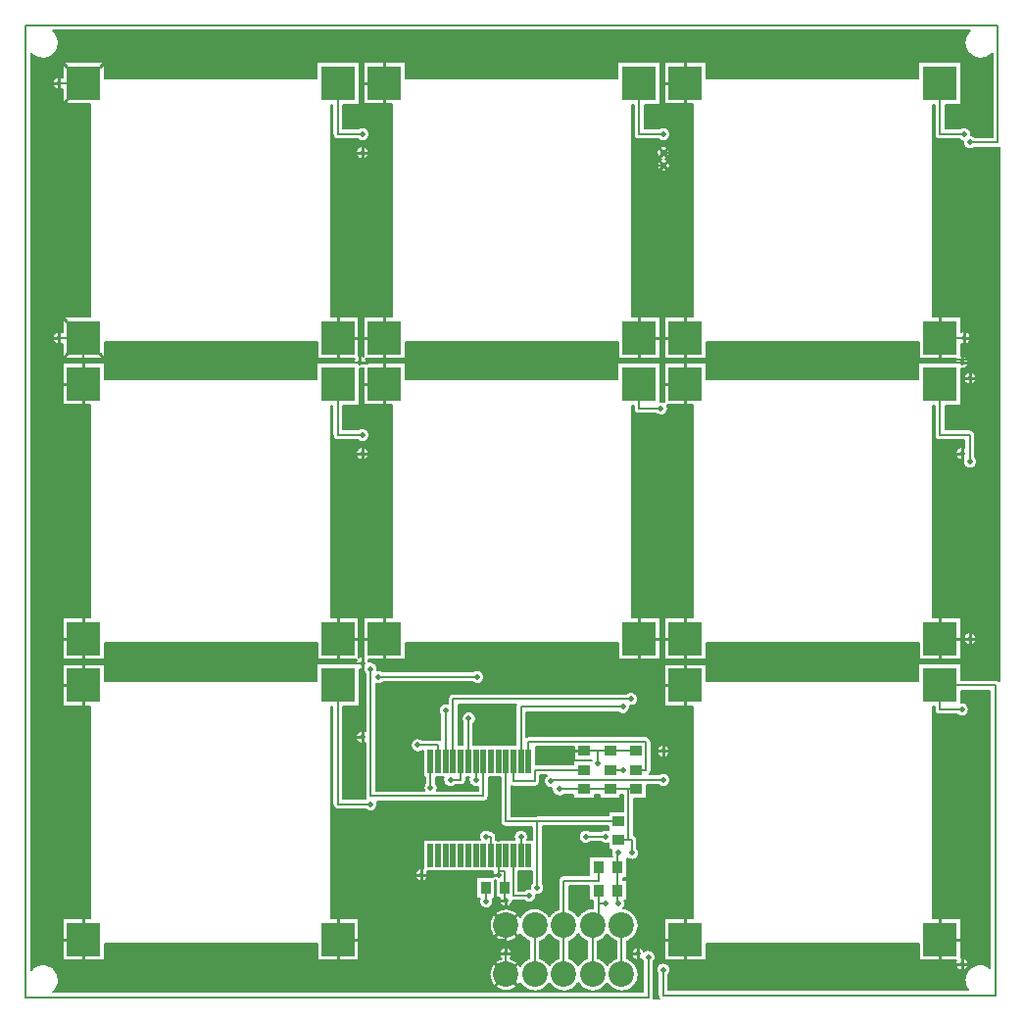
<source format=gbr>
G04 EasyPC Gerber Version 20.0.2 Build 4112 *
%FSLAX35Y35*%
%MOIN*%
%ADD105R,0.01969X0.07913*%
%ADD88R,0.03740X0.04331*%
%ADD106R,0.11811X0.11811*%
%ADD74C,0.00500*%
%ADD75C,0.00787*%
%ADD11C,0.01000*%
%ADD21C,0.01969*%
%ADD86R,0.04331X0.03740*%
%ADD80C,0.08661*%
X0Y0D02*
D02*
D11*
X13152Y230535D02*
X11152D01*
X13152Y317150D02*
X11152D01*
X13636Y230051D02*
Y228051D01*
Y231020D02*
Y233020D01*
Y316665D02*
Y314665D01*
Y317634D02*
Y319634D01*
X16352Y224983D02*
X14498Y223130D01*
X16352Y236087D02*
X14498Y237941D01*
X16352Y311598D02*
X14498Y309744D01*
X16352Y322702D02*
X14498Y324555D01*
X16498Y25811D02*
X14498D01*
X16498Y112425D02*
X14498D01*
X16498Y128173D02*
X14498D01*
X16498Y214787D02*
X14498D01*
X21904Y20406D02*
Y18406D01*
Y31217D02*
Y33217D01*
Y107020D02*
Y105020D01*
Y117831D02*
Y119831D01*
Y122768D02*
Y120768D01*
Y133579D02*
Y135579D01*
Y209382D02*
Y207382D01*
Y220193D02*
Y222193D01*
X27456Y224983D02*
X29309Y223130D01*
X27456Y322702D02*
X29309Y324555D01*
X108518Y20406D02*
Y18406D01*
Y31217D02*
Y33217D01*
Y122768D02*
Y120768D01*
Y133579D02*
Y135579D01*
Y225130D02*
Y223130D01*
Y235941D02*
Y237941D01*
X113923Y25811D02*
X115923D01*
X113923Y128173D02*
X115923D01*
X113923Y230535D02*
X115923D01*
X115998Y222752D02*
Y224752D01*
X116301Y94709D02*
X114301D01*
X116301Y191165D02*
X114301D01*
X116301Y293528D02*
X114301D01*
X116482Y222268D02*
X118482D01*
X116785Y94224D02*
Y92224D01*
Y95193D02*
Y97193D01*
Y119421D02*
Y117421D01*
Y120390D02*
Y122390D01*
Y190681D02*
Y188681D01*
Y191650D02*
Y193650D01*
Y293043D02*
Y291043D01*
Y294012D02*
Y296012D01*
X117270Y191165D02*
X119270D01*
X117270Y293528D02*
X119270D01*
X118860Y128173D02*
X116860D01*
X118860Y214787D02*
X116860D01*
X118860Y230535D02*
X116860D01*
X118860Y317150D02*
X116860D01*
X124266Y122768D02*
Y120768D01*
Y133579D02*
Y135579D01*
Y209382D02*
Y207382D01*
Y220193D02*
Y222193D01*
Y225130D02*
Y223130D01*
Y235941D02*
Y237941D01*
Y311744D02*
Y309744D01*
Y322555D02*
Y324555D01*
X136380Y47858D02*
X134380D01*
X136864Y47374D02*
Y45374D01*
Y48343D02*
Y50343D01*
X137348Y47858D02*
X139348D01*
X162758D02*
X160758D01*
X162896Y11291D02*
X161481Y9877D01*
X162896Y16709D02*
X161481Y18123D01*
X162896Y28024D02*
X161481Y26609D01*
X162896Y33441D02*
X161481Y34855D01*
X165120Y21087D02*
X163120D01*
X165120Y39197D02*
X163120D01*
X165604Y21571D02*
Y23571D01*
Y38713D02*
Y36713D01*
X166089Y21087D02*
X168089D01*
X168313Y11291D02*
X169727Y9877D01*
X168313Y16709D02*
X169727Y18123D01*
X168313Y28024D02*
X169727Y26609D01*
X168313Y33441D02*
X169727Y34855D01*
X190514Y89984D02*
X188514D01*
X210002Y21087D02*
X208002D01*
X210486Y20602D02*
Y18602D01*
Y21571D02*
Y23571D01*
X210880Y122768D02*
Y120768D01*
Y133579D02*
Y135579D01*
Y225130D02*
Y223130D01*
Y235941D02*
Y237941D01*
X216285Y128173D02*
X218285D01*
X216285Y230535D02*
X218285D01*
X218663Y89984D02*
X216663D01*
X218805Y288854D02*
X217391Y287440D01*
X218805Y289539D02*
X217391Y290954D01*
X218805Y293185D02*
X217391Y291771D01*
X218805Y293870D02*
X217391Y295284D01*
X219148Y89500D02*
Y87500D01*
Y90469D02*
Y92469D01*
X219490Y288854D02*
X220904Y287440D01*
X219490Y289539D02*
X220904Y290954D01*
X219490Y293185D02*
X220904Y291771D01*
X219490Y293870D02*
X220904Y295284D01*
X219632Y89984D02*
X221632D01*
X221222Y25811D02*
X219222D01*
X221222Y112425D02*
X219222D01*
X221222Y128173D02*
X219222D01*
X221222Y214787D02*
X219222D01*
X221222Y230535D02*
X219222D01*
X221222Y317150D02*
X219222D01*
X226628Y20406D02*
Y18406D01*
Y31217D02*
Y33217D01*
Y107020D02*
Y105020D01*
Y117831D02*
Y119831D01*
Y122768D02*
Y120768D01*
Y133579D02*
Y135579D01*
Y209382D02*
Y207382D01*
Y220193D02*
Y222193D01*
Y225130D02*
Y223130D01*
Y235941D02*
Y237941D01*
Y311744D02*
Y309744D01*
Y322555D02*
Y324555D01*
X313242Y20406D02*
Y18406D01*
Y31217D02*
Y33217D01*
Y122768D02*
Y120768D01*
Y133579D02*
Y135579D01*
Y225130D02*
Y223130D01*
Y235941D02*
Y237941D01*
X318648Y25811D02*
X320648D01*
X318648Y128173D02*
X320648D01*
X320238Y17543D02*
X318238D01*
X320238Y191165D02*
X318238D01*
X320722Y17059D02*
Y15059D01*
Y18028D02*
Y20028D01*
Y190681D02*
Y188681D01*
Y191650D02*
Y193650D01*
Y222752D02*
Y224752D01*
X321207Y17543D02*
X323207D01*
X321207Y222268D02*
X323207D01*
X321510Y230051D02*
Y228051D01*
Y231020D02*
Y233020D01*
X321994Y230535D02*
X323994D01*
X322994Y128173D02*
X320994D01*
X322994Y216756D02*
X320994D01*
X323478Y127689D02*
Y125689D01*
Y128657D02*
Y130657D01*
Y216272D02*
Y214272D01*
Y217240D02*
Y219240D01*
X323963Y128173D02*
X325963D01*
X323963Y216756D02*
X325963D01*
D02*
D21*
X13636Y230535D03*
Y317150D03*
X115998Y222268D03*
X116785Y94709D03*
Y119906D03*
Y191165D03*
Y197465D03*
Y293528D03*
Y299827D03*
X119541Y71874D03*
Y117937D03*
X122297Y115181D03*
X135683Y91953D03*
X136864Y47858D03*
X140014Y77386D03*
X145132Y103764D03*
X146707Y80142D03*
X153006Y101008D03*
X155368Y80142D03*
X155762Y115181D03*
X158911Y38803D03*
Y60850D03*
X163242Y47858D03*
X165604Y21087D03*
Y39197D03*
X170722Y60850D03*
X173478Y40772D03*
X176234Y43528D03*
X180959Y79748D03*
X183715Y76992D03*
X192770Y60850D03*
X196707Y85654D03*
X199463Y38016D03*
Y60850D03*
X203793Y38016D03*
Y55339D03*
X205368Y83291D03*
Y104945D03*
X208124Y107701D03*
X208518Y55339D03*
X210486Y21087D03*
X214030Y19906D03*
X218360Y206520D03*
X219148Y15575D03*
Y80142D03*
Y89984D03*
Y289197D03*
Y293528D03*
Y299827D03*
X320722Y17543D03*
Y104157D03*
Y191165D03*
Y222268D03*
X321510Y230535D03*
Y299827D03*
X323478Y128173D03*
Y188409D03*
Y216756D03*
Y297071D03*
D02*
D74*
X106081Y207451D02*
Y135329D01*
X115673*
Y121843*
X115895Y121955*
X116128Y122041*
X116369Y122101*
X116615Y122133*
X116863Y122139*
X117110Y122116*
Y135329*
X126703*
Y207632*
X117110*
Y220330*
X116876Y220213*
X116630Y220125*
X116376Y220066*
X116116Y220037*
X115854Y220038*
Y207451*
X110343*
Y199289*
X115203*
X115411Y199450*
X115634Y199588*
X115872Y199700*
X116120Y199786*
X116376Y199845*
X116637Y199875*
X116899Y199877*
X117161Y199850*
X117417Y199796*
X117667Y199713*
X117906Y199604*
X118131Y199470*
X118341Y199312*
X118532Y199132*
X118703Y198933*
X118851Y198716*
X118975Y198484*
X119072Y198240*
X119143Y197987*
X119186Y197728*
X119201Y197465*
X119187Y197202*
X119144Y196943*
X119074Y196690*
X118976Y196446*
X118852Y196215*
X118704Y195998*
X118534Y195798*
X118343Y195618*
X118133Y195460*
X117907Y195326*
X117668Y195217*
X117419Y195134*
X117162Y195079*
X116901Y195052*
X116638Y195054*
X116377Y195084*
X116121Y195142*
X115872Y195228*
X115635Y195340*
X115411Y195478*
X115203Y195640*
X108518*
X108280Y195656*
X108045Y195702*
X107819Y195779*
X107605Y195884*
X107407Y196017*
X107227Y196174*
X107070Y196354*
X106937Y196552*
X106831Y196767*
X106755Y196993*
X106708Y197227*
X106693Y197465*
Y207451*
X106081*
X114551Y191165D02*
X114566Y191425D01*
X114611Y191681*
X114686Y191930*
X114789Y192168*
X114919Y192393*
X115074Y192602*
X115252Y192791*
X115451Y192957*
X115668Y193100*
X115900Y193217*
X116144Y193306*
X116397Y193366*
X116655Y193396*
X116915*
X117173Y193366*
X117426Y193306*
X117670Y193217*
X117902Y193101*
X118119Y192958*
X118318Y192791*
X118496Y192602*
X118652Y192394*
X118781Y192169*
X118885Y191931*
X118959Y191682*
X119005Y191426*
X119020Y191165*
X119005Y190906*
X118959Y190650*
X118885Y190401*
X118782Y190163*
X118652Y189937*
X118497Y189729*
X118319Y189540*
X118120Y189373*
X117903Y189230*
X117670Y189114*
X117426Y189025*
X117174Y188965*
X116916Y188935*
X116656*
X116398Y188965*
X116145Y189024*
X115901Y189113*
X115669Y189230*
X115452Y189372*
X115253Y189539*
X115074Y189728*
X114919Y189937*
X114789Y190161*
X114686Y190400*
X114611Y190649*
X114566Y190905*
X114551Y191165*
X115673Y122287D02*
X117110D01*
X115673Y122785D02*
X117110D01*
X115673Y123283D02*
X117110D01*
X115673Y123781D02*
X117110D01*
X115673Y124280D02*
X117110D01*
X115673Y124778D02*
X117110D01*
X115673Y125276D02*
X117110D01*
X115673Y125774D02*
X117110D01*
X115673Y126272D02*
X117110D01*
X115673Y126770D02*
X117110D01*
X115673Y127268D02*
X117110D01*
X115673Y127766D02*
X117110D01*
X115673Y128264D02*
X117110D01*
X115673Y128762D02*
X117110D01*
X115673Y129260D02*
X117110D01*
X115673Y129758D02*
X117110D01*
X115673Y130256D02*
X117110D01*
X115673Y130754D02*
X117110D01*
X115673Y131252D02*
X117110D01*
X115673Y131750D02*
X117110D01*
X115673Y132248D02*
X117110D01*
X115673Y132746D02*
X117110D01*
X115673Y133244D02*
X117110D01*
X115673Y133742D02*
X117110D01*
X115673Y134240D02*
X117110D01*
X115673Y134738D02*
X117110D01*
X115673Y135236D02*
X117110D01*
X106081Y135734D02*
X126703D01*
X106081Y136232D02*
X126703D01*
X106081Y136730D02*
X126703D01*
X106081Y137228D02*
X126703D01*
X106081Y137726D02*
X126703D01*
X106081Y138224D02*
X126703D01*
X106081Y138722D02*
X126703D01*
X106081Y139220D02*
X126703D01*
X106081Y139719D02*
X126703D01*
X106081Y140217D02*
X126703D01*
X106081Y140715D02*
X126703D01*
X106081Y141213D02*
X126703D01*
X106081Y141711D02*
X126703D01*
X106081Y142209D02*
X126703D01*
X106081Y142707D02*
X126703D01*
X106081Y143205D02*
X126703D01*
X106081Y143703D02*
X126703D01*
X106081Y144201D02*
X126703D01*
X106081Y144699D02*
X126703D01*
X106081Y145197D02*
X126703D01*
X106081Y145695D02*
X126703D01*
X106081Y146193D02*
X126703D01*
X106081Y146691D02*
X126703D01*
X106081Y147189D02*
X126703D01*
X106081Y147687D02*
X126703D01*
X106081Y148185D02*
X126703D01*
X106081Y148683D02*
X126703D01*
X106081Y149181D02*
X126703D01*
X106081Y149679D02*
X126703D01*
X106081Y150177D02*
X126703D01*
X106081Y150675D02*
X126703D01*
X106081Y151173D02*
X126703D01*
X106081Y151671D02*
X126703D01*
X106081Y152169D02*
X126703D01*
X106081Y152667D02*
X126703D01*
X106081Y153165D02*
X126703D01*
X106081Y153663D02*
X126703D01*
X106081Y154161D02*
X126703D01*
X106081Y154659D02*
X126703D01*
X106081Y155157D02*
X126703D01*
X106081Y155656D02*
X126703D01*
X106081Y156154D02*
X126703D01*
X106081Y156652D02*
X126703D01*
X106081Y157150D02*
X126703D01*
X106081Y157648D02*
X126703D01*
X106081Y158146D02*
X126703D01*
X106081Y158644D02*
X126703D01*
X106081Y159142D02*
X126703D01*
X106081Y159640D02*
X126703D01*
X106081Y160138D02*
X126703D01*
X106081Y160636D02*
X126703D01*
X106081Y161134D02*
X126703D01*
X106081Y161632D02*
X126703D01*
X106081Y162130D02*
X126703D01*
X106081Y162628D02*
X126703D01*
X106081Y163126D02*
X126703D01*
X106081Y163624D02*
X126703D01*
X106081Y164122D02*
X126703D01*
X106081Y164620D02*
X126703D01*
X106081Y165118D02*
X126703D01*
X106081Y165616D02*
X126703D01*
X106081Y166114D02*
X126703D01*
X106081Y166612D02*
X126703D01*
X106081Y167110D02*
X126703D01*
X106081Y167608D02*
X126703D01*
X106081Y168106D02*
X126703D01*
X106081Y168604D02*
X126703D01*
X106081Y169102D02*
X126703D01*
X106081Y169600D02*
X126703D01*
X106081Y170098D02*
X126703D01*
X106081Y170596D02*
X126703D01*
X106081Y171094D02*
X126703D01*
X106081Y171593D02*
X126703D01*
X106081Y172091D02*
X126703D01*
X106081Y172589D02*
X126703D01*
X106081Y173087D02*
X126703D01*
X106081Y173585D02*
X126703D01*
X106081Y174083D02*
X126703D01*
X106081Y174581D02*
X126703D01*
X106081Y175079D02*
X126703D01*
X106081Y175577D02*
X126703D01*
X106081Y176075D02*
X126703D01*
X106081Y176573D02*
X126703D01*
X106081Y177071D02*
X126703D01*
X106081Y177569D02*
X126703D01*
X106081Y178067D02*
X126703D01*
X106081Y178565D02*
X126703D01*
X106081Y179063D02*
X126703D01*
X106081Y179561D02*
X126703D01*
X106081Y180059D02*
X126703D01*
X106081Y180557D02*
X126703D01*
X106081Y181055D02*
X126703D01*
X106081Y181553D02*
X126703D01*
X106081Y182051D02*
X126703D01*
X106081Y182549D02*
X126703D01*
X106081Y183047D02*
X126703D01*
X106081Y183545D02*
X126703D01*
X106081Y184043D02*
X126703D01*
X106081Y184541D02*
X126703D01*
X106081Y185039D02*
X126703D01*
X106081Y185537D02*
X126703D01*
X106081Y186035D02*
X126703D01*
X106081Y186533D02*
X126703D01*
X106081Y187031D02*
X126703D01*
X106081Y187530D02*
X126703D01*
X106081Y188028D02*
X126703D01*
X106081Y188526D02*
X126703D01*
X106081Y189024D02*
X116149D01*
X117422D02*
X126703D01*
X106081Y189522D02*
X115272D01*
X118299D02*
X126703D01*
X106081Y190020D02*
X114867D01*
X118704D02*
X126703D01*
X106081Y190518D02*
X114647D01*
X118924D02*
X126703D01*
X106081Y191016D02*
X114556D01*
X119015D02*
X126703D01*
X106081Y191514D02*
X114578D01*
X118993D02*
X126703D01*
X106081Y192012D02*
X114718D01*
X118853D02*
X126703D01*
X106081Y192510D02*
X115001D01*
X118570D02*
X126703D01*
X106081Y193008D02*
X115522D01*
X118049D02*
X126703D01*
X106081Y193506D02*
X126703D01*
X106081Y194004D02*
X126703D01*
X106081Y194502D02*
X126703D01*
X106081Y195000D02*
X126703D01*
X106081Y195498D02*
X115383D01*
X118188D02*
X126703D01*
X106081Y195996D02*
X107435D01*
X118703D02*
X126703D01*
X106081Y196494D02*
X106972D01*
X118997D02*
X126703D01*
X106081Y196992D02*
X106755D01*
X119154D02*
X126703D01*
X106081Y197490D02*
X106693D01*
X119201D02*
X126703D01*
X106081Y197988D02*
X106693D01*
X119143D02*
X126703D01*
X106081Y198486D02*
X106693D01*
X118974D02*
X126703D01*
X106081Y198984D02*
X106693D01*
X118663D02*
X126703D01*
X106081Y199482D02*
X106693D01*
X110343D02*
X115458D01*
X118113D02*
X126703D01*
X106081Y199980D02*
X106693D01*
X110343D02*
X126703D01*
X106081Y200478D02*
X106693D01*
X110343D02*
X126703D01*
X106081Y200976D02*
X106693D01*
X110343D02*
X126703D01*
X106081Y201474D02*
X106693D01*
X110343D02*
X126703D01*
X106081Y201972D02*
X106693D01*
X110343D02*
X126703D01*
X106081Y202470D02*
X106693D01*
X110343D02*
X126703D01*
X106081Y202969D02*
X106693D01*
X110343D02*
X126703D01*
X106081Y203467D02*
X106693D01*
X110343D02*
X126703D01*
X106081Y203965D02*
X106693D01*
X110343D02*
X126703D01*
X106081Y204463D02*
X106693D01*
X110343D02*
X126703D01*
X106081Y204961D02*
X106693D01*
X110343D02*
X126703D01*
X106081Y205459D02*
X106693D01*
X110343D02*
X126703D01*
X106081Y205957D02*
X106693D01*
X110343D02*
X126703D01*
X106081Y206455D02*
X106693D01*
X110343D02*
X126703D01*
X106081Y206953D02*
X106693D01*
X110343D02*
X126703D01*
X115854Y207451D02*
X126703D01*
X115854Y207949D02*
X117110D01*
X115854Y208447D02*
X117110D01*
X115854Y208945D02*
X117110D01*
X115854Y209443D02*
X117110D01*
X115854Y209941D02*
X117110D01*
X115854Y210439D02*
X117110D01*
X115854Y210937D02*
X117110D01*
X115854Y211435D02*
X117110D01*
X115854Y211933D02*
X117110D01*
X115854Y212431D02*
X117110D01*
X115854Y212929D02*
X117110D01*
X115854Y213427D02*
X117110D01*
X115854Y213925D02*
X117110D01*
X115854Y214423D02*
X117110D01*
X115854Y214921D02*
X117110D01*
X115854Y215419D02*
X117110D01*
X115854Y215917D02*
X117110D01*
X115854Y216415D02*
X117110D01*
X115854Y216913D02*
X117110D01*
X115854Y217411D02*
X117110D01*
X115854Y217909D02*
X117110D01*
X115854Y218407D02*
X117110D01*
X115854Y218906D02*
X117110D01*
X115854Y219404D02*
X117110D01*
X115854Y219902D02*
X117110D01*
X110343Y105089D02*
Y73699D01*
X117959*
X117968Y73706*
X117879Y73878*
X117808Y74059*
X117757Y74245*
X117727Y74436*
X117717Y74630*
Y92678*
X117472Y92582*
X117217Y92517*
X116957Y92481*
X116694Y92476*
X116433Y92502*
X116176Y92559*
X115928Y92645*
X115692Y92760*
X115471Y92902*
X115268Y93069*
X115086Y93258*
X114927Y93468*
X114794Y93694*
X114689Y93935*
X114613Y94187*
X114567Y94445*
X114551Y94709*
X114567Y94971*
X114613Y95230*
X114689Y95481*
X114794Y95722*
X114926Y95949*
X115085Y96159*
X115267Y96348*
X115470Y96515*
X115691Y96657*
X115927Y96772*
X116175Y96859*
X116432Y96916*
X116693Y96942*
X116956Y96937*
X117217Y96902*
X117471Y96836*
X117717Y96740*
Y116355*
X117564Y116550*
X117433Y116760*
X117323Y116982*
X117237Y117214*
X117175Y117454*
X117138Y117699*
X116876Y117673*
X116614Y117678*
X116354Y117713*
X116099Y117779*
X115854Y117874*
Y105089*
X110343*
Y73713D02*
X117964D01*
X110343Y74211D02*
X117765D01*
X110343Y74709D02*
X117717D01*
X110343Y75207D02*
X117717D01*
X110343Y75705D02*
X117717D01*
X110343Y76203D02*
X117717D01*
X110343Y76701D02*
X117717D01*
X110343Y77199D02*
X117717D01*
X110343Y77697D02*
X117717D01*
X110343Y78195D02*
X117717D01*
X110343Y78693D02*
X117717D01*
X110343Y79191D02*
X117717D01*
X110343Y79689D02*
X117717D01*
X110343Y80187D02*
X117717D01*
X110343Y80685D02*
X117717D01*
X110343Y81183D02*
X117717D01*
X110343Y81681D02*
X117717D01*
X110343Y82179D02*
X117717D01*
X110343Y82677D02*
X117717D01*
X110343Y83175D02*
X117717D01*
X110343Y83673D02*
X117717D01*
X110343Y84171D02*
X117717D01*
X110343Y84669D02*
X117717D01*
X110343Y85167D02*
X117717D01*
X110343Y85665D02*
X117717D01*
X110343Y86163D02*
X117717D01*
X110343Y86661D02*
X117717D01*
X110343Y87159D02*
X117717D01*
X110343Y87657D02*
X117717D01*
X110343Y88156D02*
X117717D01*
X110343Y88654D02*
X117717D01*
X110343Y89152D02*
X117717D01*
X110343Y89650D02*
X117717D01*
X110343Y90148D02*
X117717D01*
X110343Y90646D02*
X117717D01*
X110343Y91144D02*
X117717D01*
X110343Y91642D02*
X117717D01*
X110343Y92140D02*
X117717D01*
X110343Y92638D02*
X115946D01*
X117624D02*
X117717D01*
X110343Y93136D02*
X115198D01*
X110343Y93634D02*
X114827D01*
X110343Y94132D02*
X114627D01*
X110343Y94630D02*
X114552D01*
X110343Y95128D02*
X114591D01*
X110343Y95626D02*
X114748D01*
X110343Y96124D02*
X115057D01*
X110343Y96622D02*
X115631D01*
X110343Y97120D02*
X117717D01*
X110343Y97618D02*
X117717D01*
X110343Y98116D02*
X117717D01*
X110343Y98614D02*
X117717D01*
X110343Y99112D02*
X117717D01*
X110343Y99610D02*
X117717D01*
X110343Y100108D02*
X117717D01*
X110343Y100606D02*
X117717D01*
X110343Y101104D02*
X117717D01*
X110343Y101602D02*
X117717D01*
X110343Y102100D02*
X117717D01*
X110343Y102598D02*
X117717D01*
X110343Y103096D02*
X117717D01*
X110343Y103594D02*
X117717D01*
X110343Y104093D02*
X117717D01*
X110343Y104591D02*
X117717D01*
X115854Y105089D02*
X117717D01*
X115854Y105587D02*
X117717D01*
X115854Y106085D02*
X117717D01*
X115854Y106583D02*
X117717D01*
X115854Y107081D02*
X117717D01*
X115854Y107579D02*
X117717D01*
X115854Y108077D02*
X117717D01*
X115854Y108575D02*
X117717D01*
X115854Y109073D02*
X117717D01*
X115854Y109571D02*
X117717D01*
X115854Y110069D02*
X117717D01*
X115854Y110567D02*
X117717D01*
X115854Y111065D02*
X117717D01*
X115854Y111563D02*
X117717D01*
X115854Y112061D02*
X117717D01*
X115854Y112559D02*
X117717D01*
X115854Y113057D02*
X117717D01*
X115854Y113555D02*
X117717D01*
X115854Y114053D02*
X117717D01*
X115854Y114551D02*
X117717D01*
X115854Y115049D02*
X117717D01*
X115854Y115547D02*
X117717D01*
X115854Y116045D02*
X117717D01*
X115854Y116543D02*
X117569D01*
X115854Y117041D02*
X117298D01*
X115854Y117539D02*
X117159D01*
X141839Y81211D02*
Y78968D01*
X142003Y78756*
X142143Y78528*
X142256Y78285*
X142342Y78031*
X142399Y77769*
X142427Y77502*
X142425Y77234*
X142393Y76968*
X142332Y76707*
X142243Y76455*
X156102*
Y77841*
X155842Y77773*
X155576Y77735*
X155307Y77727*
X155040Y77748*
X154776Y77800*
X154519Y77880*
X154273Y77988*
X154041Y78123*
X153825Y78283*
X153628Y78466*
X153453Y78670*
X153301Y78892*
X153175Y79129*
X153076Y79379*
X153006Y79639*
X152965Y79904*
X152953Y80172*
X152972Y80441*
X153020Y80705*
X153097Y80962*
X153202Y81211*
X152075*
Y80142*
X152059Y79904*
X152013Y79669*
X151936Y79443*
X151830Y79229*
X151698Y79031*
X151540Y78851*
X151361Y78694*
X151162Y78561*
X150948Y78456*
X150722Y78379*
X150488Y78332*
X150250Y78317*
X148289*
X148080Y78155*
X147854Y78017*
X147614Y77904*
X147363Y77818*
X147104Y77760*
X146841Y77731*
X146576Y77730*
X146313Y77759*
X146054Y77817*
X145803Y77902*
X145563Y78015*
X145337Y78153*
X145128Y78315*
X144937Y78498*
X144768Y78702*
X144622Y78923*
X144501Y79158*
X144407Y79406*
X144340Y79662*
X144302Y79924*
X144292Y80189*
X144312Y80453*
X144360Y80713*
X144437Y80967*
X144541Y81211*
X141839*
X142338Y76728D02*
X156102D01*
X142424Y77226D02*
X156102D01*
X142405Y77724D02*
X156102D01*
X142280Y78222D02*
X145241D01*
X148173D02*
X153902D01*
X142027Y78720D02*
X144754D01*
X151394D02*
X153415D01*
X141839Y79219D02*
X144475D01*
X151824D02*
X153136D01*
X141839Y79717D02*
X144329D01*
X152024D02*
X152990D01*
X141839Y80215D02*
X144291D01*
X152075D02*
X152954D01*
X141839Y80713D02*
X144359D01*
X152075D02*
X153021D01*
X149516Y105876D02*
Y91986D01*
X150984*
Y99686*
X150866Y99887*
X150768Y100098*
X150691Y100318*
X150635Y100544*
X150602Y100775*
X150591Y101008*
X150606Y101278*
X150651Y101545*
X150726Y101806*
X150830Y102056*
X150961Y102293*
X151117Y102514*
X151298Y102716*
X151500Y102896*
X151720Y103053*
X151957Y103184*
X152208Y103287*
X152468Y103363*
X152735Y103408*
X153006Y103423*
X153276Y103408*
X153543Y103363*
X153803Y103288*
X154054Y103185*
X154291Y103054*
X154511Y102897*
X154713Y102717*
X154894Y102515*
X155051Y102294*
X155182Y102057*
X155286Y101806*
X155361Y101546*
X155406Y101279*
X155421Y101008*
X155408Y100757*
X155369Y100510*
X155305Y100267*
X155215Y100033*
X155102Y99809*
X154967Y99598*
X154810Y99402*
X154634Y99224*
Y91986*
X168898*
Y104945*
X168908Y105140*
X168939Y105333*
X168991Y105521*
X169063Y105703*
X169153Y105876*
X149516*
Y92429D02*
X150984D01*
X154634D02*
X168898D01*
X149516Y92927D02*
X150984D01*
X154634D02*
X168898D01*
X149516Y93425D02*
X150984D01*
X154634D02*
X168898D01*
X149516Y93923D02*
X150984D01*
X154634D02*
X168898D01*
X149516Y94421D02*
X150984D01*
X154634D02*
X168898D01*
X149516Y94919D02*
X150984D01*
X154634D02*
X168898D01*
X149516Y95417D02*
X150984D01*
X154634D02*
X168898D01*
X149516Y95915D02*
X150984D01*
X154634D02*
X168898D01*
X149516Y96413D02*
X150984D01*
X154634D02*
X168898D01*
X149516Y96911D02*
X150984D01*
X154634D02*
X168898D01*
X149516Y97409D02*
X150984D01*
X154634D02*
X168898D01*
X149516Y97907D02*
X150984D01*
X154634D02*
X168898D01*
X149516Y98406D02*
X150984D01*
X154634D02*
X168898D01*
X149516Y98904D02*
X150984D01*
X154634D02*
X168898D01*
X149516Y99402D02*
X150984D01*
X154810D02*
X168898D01*
X149516Y99900D02*
X150860D01*
X155152D02*
X168898D01*
X149516Y100398D02*
X150669D01*
X155343D02*
X168898D01*
X149516Y100896D02*
X150593D01*
X155419D02*
X168898D01*
X149516Y101394D02*
X150622D01*
X155390D02*
X168898D01*
X149516Y101892D02*
X150758D01*
X155254D02*
X168898D01*
X149516Y102390D02*
X151025D01*
X154987D02*
X168898D01*
X149516Y102888D02*
X151489D01*
X154522D02*
X168898D01*
X149516Y103386D02*
X152583D01*
X153429D02*
X168898D01*
X149516Y103884D02*
X168898D01*
X149516Y104382D02*
X168898D01*
X149516Y104880D02*
X168898D01*
X149516Y105378D02*
X168950D01*
X167429Y78078D02*
Y67793D01*
X175410*
X175606Y67878*
X175811Y67940*
X176021Y67978*
X176234Y67990*
X200394*
Y69467*
X205512*
Y75167*
X204634*
Y73691*
X197441*
Y75167*
X195776*
Y73691*
X188583*
Y75167*
X185297*
X185085Y75004*
X184857Y74864*
X184615Y74751*
X184361Y74665*
X184100Y74608*
X183833Y74580*
X183566Y74581*
X183300Y74613*
X183039Y74673*
X182787Y74762*
X182546Y74878*
X182319Y75020*
X182110Y75187*
X181920Y75376*
X181752Y75584*
X181609Y75809*
X181491Y76050*
X181400Y76301*
X181338Y76561*
X181305Y76827*
X181302Y77094*
X181328Y77361*
X181063Y77335*
X180798Y77338*
X180535Y77370*
X180276Y77431*
X180026Y77520*
X179787Y77636*
X179563Y77778*
X179355Y77943*
X179166Y78130*
X178999Y78336*
X178856Y78560*
X178738Y78798*
X178647Y79048*
X178584Y79306*
X178550Y79569*
X178545Y79834*
X178569Y80099*
X178622Y80359*
X178703Y80612*
X178811Y80854*
X178945Y81083*
X179104Y81296*
X179285Y81491*
X179487Y81663*
X177272*
Y79748*
X177256Y79510*
X177209Y79276*
X177133Y79050*
X177027Y78835*
X176894Y78637*
X176737Y78457*
X176557Y78300*
X176359Y78167*
X176145Y78062*
X175919Y77985*
X175685Y77939*
X175447Y77923*
X168163*
X167975Y77933*
X167788Y77962*
X167606Y78011*
X167429Y78078*
Y68117D02*
X200394D01*
X167429Y68615D02*
X200394D01*
X167429Y69113D02*
X200394D01*
X167429Y69611D02*
X205512D01*
X167429Y70109D02*
X205512D01*
X167429Y70607D02*
X205512D01*
X167429Y71105D02*
X205512D01*
X167429Y71603D02*
X205512D01*
X167429Y72101D02*
X205512D01*
X167429Y72599D02*
X205512D01*
X167429Y73097D02*
X205512D01*
X167429Y73595D02*
X205512D01*
X167429Y74093D02*
X188583D01*
X195776D02*
X197441D01*
X204634D02*
X205512D01*
X167429Y74591D02*
X183451D01*
X183978D02*
X188583D01*
X195776D02*
X197441D01*
X204634D02*
X205512D01*
X167429Y75089D02*
X182227D01*
X185202D02*
X188583D01*
X195776D02*
X197441D01*
X204634D02*
X205512D01*
X167429Y75587D02*
X181750D01*
X167429Y76085D02*
X181476D01*
X167429Y76583D02*
X181334D01*
X167429Y77081D02*
X181301D01*
X167429Y77580D02*
X179895D01*
X176181Y78078D02*
X179214D01*
X176845Y78576D02*
X178847D01*
X177143Y79074D02*
X178639D01*
X177263Y79572D02*
X178550D01*
X177272Y80070D02*
X178565D01*
X177272Y80568D02*
X178687D01*
X177272Y81066D02*
X178934D01*
X177272Y81564D02*
X179366D01*
X169988Y48967D02*
Y42596D01*
X171896*
X172103Y42757*
X172326Y42894*
X172562Y43007*
X172809Y43093*
X173065Y43152*
X173324Y43182*
X173586Y43185*
X173847Y43159*
X173821Y43419*
X173824Y43681*
X173854Y43941*
X173913Y44196*
X173999Y44443*
X174111Y44680*
X174248Y44903*
X174409Y45110*
Y48967*
X169988*
Y42990D02*
X172523D01*
X169988Y43488D02*
X173819D01*
X169988Y43986D02*
X173863D01*
X169988Y44484D02*
X174017D01*
X169988Y44982D02*
X174306D01*
X169988Y45480D02*
X174409D01*
X169988Y45978D02*
X174409D01*
X169988Y46476D02*
X174409D01*
X169988Y46974D02*
X174409D01*
X169988Y47472D02*
X174409D01*
X169988Y47970D02*
X174409D01*
X169988Y48469D02*
X174409D01*
X175697Y91309D02*
Y85313D01*
X188583*
Y86789*
X194783*
X194829Y86864*
X188764*
Y91309*
X175697*
Y85333D02*
X188583D01*
X175697Y85831D02*
X188583D01*
X175697Y86329D02*
X188583D01*
X175697Y86827D02*
X194806D01*
X175697Y87325D02*
X188764D01*
X175697Y87823D02*
X188764D01*
X175697Y88321D02*
X188764D01*
X175697Y88819D02*
X188764D01*
X175697Y89317D02*
X188764D01*
X175697Y89815D02*
X188764D01*
X175697Y90313D02*
X188764D01*
X175697Y90811D02*
X188764D01*
X177272Y25267D02*
Y19465D01*
X177650Y19324*
X178018Y19156*
X178373Y18963*
X178714Y18746*
X179038Y18506*
X179345Y18243*
X179633Y17959*
X179900Y17656*
X180146Y17334*
X180368Y16996*
X180590Y17334*
X180835Y17655*
X181103Y17958*
X181391Y18242*
X181698Y18505*
X182022Y18746*
X182363Y18963*
X182718Y19156*
X183085Y19324*
X183465Y19465*
Y25267*
X183086Y25408*
X182718Y25576*
X182363Y25769*
X182022Y25986*
X181698Y26227*
X181391Y26490*
X181103Y26774*
X180836Y27077*
X180591Y27398*
X180368Y27736*
X180146Y27398*
X179901Y27077*
X179633Y26774*
X179346Y26490*
X179039Y26227*
X178714Y25987*
X178374Y25769*
X178019Y25576*
X177651Y25409*
X177272Y25267*
X180171Y17298D02*
X180565D01*
X179781Y17796D02*
X180955D01*
X179288Y18294D02*
X181448D01*
X178645Y18793D02*
X182091D01*
X177730Y19291D02*
X183007D01*
X177272Y19789D02*
X183465D01*
X177272Y20287D02*
X183465D01*
X177272Y20785D02*
X183465D01*
X177272Y21283D02*
X183465D01*
X177272Y21781D02*
X183465D01*
X177272Y22279D02*
X183465D01*
X177272Y22777D02*
X183465D01*
X177272Y23275D02*
X183465D01*
X177272Y23773D02*
X183465D01*
X177272Y24271D02*
X183465D01*
X177272Y24769D02*
X183465D01*
X177272Y25267D02*
X183465D01*
X178367Y25765D02*
X182370D01*
X179083Y26263D02*
X181653D01*
X179622Y26761D02*
X181115D01*
X180044Y27259D02*
X180692D01*
X187114Y25267D02*
Y19465D01*
X187493Y19324*
X187861Y19156*
X188216Y18963*
X188556Y18746*
X188881Y18506*
X189188Y18243*
X189476Y17959*
X189743Y17656*
X189988Y17334*
X190211Y16996*
X190433Y17334*
X190678Y17655*
X190945Y17958*
X191233Y18242*
X191540Y18505*
X191865Y18746*
X192205Y18963*
X192560Y19156*
X192928Y19324*
X193307Y19465*
Y25267*
X192928Y25408*
X192561Y25576*
X192206Y25769*
X191865Y25986*
X191541Y26227*
X191233Y26490*
X190946Y26774*
X190678Y27077*
X190433Y27398*
X190211Y27736*
X189989Y27398*
X189743Y27077*
X189476Y26774*
X189188Y26490*
X188881Y26227*
X188557Y25987*
X188216Y25769*
X187861Y25576*
X187493Y25409*
X187114Y25267*
X190014Y17298D02*
X190407D01*
X189624Y17796D02*
X190798D01*
X189131Y18294D02*
X191291D01*
X188488Y18793D02*
X191933D01*
X187572Y19291D02*
X192849D01*
X187114Y19789D02*
X193307D01*
X187114Y20287D02*
X193307D01*
X187114Y20785D02*
X193307D01*
X187114Y21283D02*
X193307D01*
X187114Y21781D02*
X193307D01*
X187114Y22279D02*
X193307D01*
X187114Y22777D02*
X193307D01*
X187114Y23275D02*
X193307D01*
X187114Y23773D02*
X193307D01*
X187114Y24271D02*
X193307D01*
X187114Y24769D02*
X193307D01*
X187114Y25267D02*
X193307D01*
X188209Y25765D02*
X192212D01*
X188926Y26263D02*
X191495D01*
X189464Y26761D02*
X190957D01*
X189887Y27259D02*
X190535D01*
X187114Y44065D02*
Y36198D01*
X187493Y36056*
X187861Y35889*
X188216Y35696*
X188556Y35478*
X188881Y35238*
X189188Y34975*
X189476Y34691*
X189743Y34388*
X189988Y34067*
X190211Y33729*
X190432Y34065*
X190676Y34385*
X190943Y34688*
X191229Y34971*
X191535Y35233*
X191858Y35473*
X192197Y35691*
X192551Y35883*
X192917Y36051*
X193294Y36193*
X193680Y36308*
X194073Y36396*
X194471Y36456*
X194873Y36488*
X195276Y36492*
Y38947*
X193799*
Y44065*
X187114*
X189961Y34104D02*
X190460D01*
X189558Y34602D02*
X190863D01*
X189047Y35100D02*
X191375D01*
X188375Y35598D02*
X192047D01*
X187393Y36096D02*
X193029D01*
X187114Y36594D02*
X195276D01*
X187114Y37093D02*
X195276D01*
X187114Y37591D02*
X195276D01*
X187114Y38089D02*
X195276D01*
X187114Y38587D02*
X195276D01*
X187114Y39085D02*
X193799D01*
X187114Y39583D02*
X193799D01*
X187114Y40081D02*
X193799D01*
X187114Y40579D02*
X193799D01*
X187114Y41077D02*
X193799D01*
X187114Y41575D02*
X193799D01*
X187114Y42073D02*
X193799D01*
X187114Y42571D02*
X193799D01*
X187114Y43069D02*
X193799D01*
X187114Y43567D02*
X193799D01*
X196957Y25267D02*
Y19465D01*
X197335Y19324*
X197703Y19156*
X198058Y18963*
X198399Y18746*
X198723Y18506*
X199030Y18243*
X199318Y17959*
X199585Y17656*
X199831Y17334*
X200053Y16996*
X200275Y17334*
X200520Y17655*
X200788Y17958*
X201076Y18242*
X201383Y18505*
X201707Y18746*
X202048Y18963*
X202403Y19156*
X202770Y19324*
X203150Y19465*
Y25267*
X202771Y25408*
X202403Y25576*
X202048Y25769*
X201707Y25986*
X201383Y26227*
X201076Y26490*
X200788Y26774*
X200521Y27077*
X200276Y27398*
X200053Y27736*
X199831Y27398*
X199586Y27077*
X199319Y26774*
X199031Y26490*
X198724Y26227*
X198399Y25987*
X198059Y25769*
X197704Y25576*
X197336Y25409*
X196957Y25267*
X199856Y17298D02*
X200250D01*
X199466Y17796D02*
X200640D01*
X198973Y18294D02*
X201133D01*
X198330Y18793D02*
X201776D01*
X197415Y19291D02*
X202692D01*
X196957Y19789D02*
X203150D01*
X196957Y20287D02*
X203150D01*
X196957Y20785D02*
X203150D01*
X196957Y21283D02*
X203150D01*
X196957Y21781D02*
X203150D01*
X196957Y22279D02*
X203150D01*
X196957Y22777D02*
X203150D01*
X196957Y23275D02*
X203150D01*
X196957Y23773D02*
X203150D01*
X196957Y24271D02*
X203150D01*
X196957Y24769D02*
X203150D01*
X196957Y25267D02*
X203150D01*
X198052Y25765D02*
X202055D01*
X198769Y26263D02*
X201338D01*
X199307Y26761D02*
X200800D01*
X199729Y27259D02*
X200377D01*
X333396Y295307D02*
X333163Y295261D01*
X332927Y295246*
X325061*
X324849Y295082*
X324620Y294943*
X324378Y294829*
X324124Y294743*
X323862Y294686*
X323595Y294658*
X323328Y294660*
X323061Y294692*
X322800Y294752*
X322548Y294842*
X322307Y294959*
X322080Y295102*
X321870Y295269*
X321681Y295457*
X321513Y295667*
X321370Y295893*
X321252Y296134*
X321162Y296386*
X321101Y296647*
X321069Y296913*
X321066Y297180*
X321093Y297448*
X320838Y297507*
X320592Y297593*
X320356Y297705*
X320134Y297842*
X319928Y298002*
X313242*
X313004Y298018*
X312770Y298064*
X312544Y298141*
X312330Y298246*
X312131Y298379*
X311952Y298537*
X311794Y298716*
X311661Y298915*
X311556Y299129*
X311479Y299355*
X311433Y299589*
X311417Y299827*
Y309813*
X310805*
Y237691*
X320398*
Y232473*
X320630Y232589*
X320874Y232677*
X321127Y232737*
X321385Y232766*
X321644Y232766*
X321902Y232735*
X322154Y232675*
X322398Y232586*
X322630Y232469*
X322846Y232326*
X323045Y232159*
X323223Y231970*
X323378Y231762*
X323507Y231537*
X323610Y231299*
X323684Y231050*
X323729Y230794*
X323744Y230535*
X323729Y230276*
X323684Y230021*
X323610Y229772*
X323507Y229534*
X323378Y229309*
X323223Y229101*
X323045Y228912*
X322846Y228745*
X322630Y228602*
X322398Y228485*
X322154Y228396*
X321902Y228336*
X321644Y228305*
X321385Y228305*
X321127Y228334*
X320874Y228393*
X320630Y228481*
X320398Y228598*
Y224478*
X320652Y224501*
X320908Y224494*
X321161Y224458*
X321408Y224394*
X321646Y224302*
X321873Y224183*
X322084Y224039*
X322277Y223872*
X322450Y223684*
X322600Y223477*
X322726Y223255*
X322826Y223019*
X322898Y222774*
X322942Y222522*
X322957Y222268*
X322941Y222007*
X322896Y221751*
X322821Y221501*
X322717Y221262*
X322587Y221036*
X322430Y220828*
X322251Y220638*
X322050Y220471*
X321832Y220329*
X321598Y220213*
X321353Y220124*
X321099Y220065*
X320840Y220037*
X320579Y220038*
Y207451*
X315067*
Y199289*
X323478*
X323717Y199274*
X323951Y199227*
X324177Y199150*
X324391Y199045*
X324589Y198912*
X324769Y198755*
X324926Y198575*
X325059Y198377*
X325165Y198163*
X325241Y197937*
X325288Y197702*
X325303Y197465*
Y189992*
X325455Y189798*
X325586Y189589*
X325695Y189368*
X325781Y189137*
X325843Y188899*
X325881Y188656*
X325894Y188409*
X325878Y188139*
X325833Y187872*
X325758Y187612*
X325655Y187361*
X325524Y187124*
X325367Y186904*
X325187Y186702*
X324985Y186521*
X324764Y186365*
X324527Y186233*
X324276Y186130*
X324016Y186055*
X323749Y186009*
X323479Y185994*
X323208Y186009*
X322941Y186054*
X322681Y186129*
X322431Y186233*
X322194Y186364*
X321973Y186520*
X321771Y186701*
X321590Y186903*
X321433Y187124*
X321302Y187361*
X321198Y187611*
X321123Y187871*
X321078Y188138*
X321063Y188409*
X321070Y188597*
X321092Y188784*
X321128Y188969*
X320869Y188936*
X320608Y188934*
X320349Y188963*
X320094Y189022*
X319849Y189109*
X319615Y189225*
X319396Y189368*
X319195Y189535*
X319015Y189724*
X318859Y189933*
X318728Y190159*
X318624Y190398*
X318549Y190648*
X318503Y190905*
X318488Y191165*
X318504Y191428*
X318550Y191686*
X318626Y191938*
X318731Y192179*
X318863Y192406*
X319022Y192615*
X319204Y192805*
X319407Y192972*
X319628Y193114*
X319864Y193229*
X320112Y193316*
X320369Y193372*
X320630Y193399*
X320893Y193394*
X321154Y193359*
X321408Y193293*
X321654Y193196*
Y195640*
X313242*
X313004Y195656*
X312770Y195702*
X312544Y195779*
X312330Y195884*
X312131Y196017*
X311952Y196174*
X311794Y196354*
X311661Y196552*
X311556Y196767*
X311479Y196993*
X311433Y197227*
X311417Y197465*
Y207451*
X310805*
Y135329*
X320398*
Y121018*
X306087*
Y126673*
X233783*
Y121018*
X219472*
Y135329*
X229065*
Y207632*
X220504*
X220614Y207389*
X220696Y207135*
X220750Y206873*
X220774Y206607*
X220769Y206341*
X220734Y206076*
X220671Y205817*
X220579Y205567*
X220461Y205328*
X220316Y205103*
X220148Y204896*
X219958Y204709*
X219748Y204543*
X219522Y204402*
X219281Y204287*
X219030Y204199*
X218769Y204139*
X218504Y204108*
X218237Y204107*
X217972Y204135*
X217711Y204193*
X217459Y204279*
X217217Y204392*
X216989Y204531*
X216778Y204695*
X210880*
X210642Y204711*
X210407Y204757*
X210181Y204834*
X209967Y204939*
X209769Y205072*
X209589Y205230*
X209432Y205409*
X209299Y205607*
X209194Y205822*
X209117Y206048*
X209070Y206282*
X209055Y206520*
Y207451*
X208443*
Y135329*
X218035*
Y121018*
X203724*
Y126673*
X131421*
Y121018*
X118723*
X118839Y120785*
X118928Y120541*
X118987Y120288*
X119245Y120334*
X119507Y120352*
X119769Y120341*
X120028Y120302*
X120282Y120235*
X120527Y120142*
X120760Y120022*
X120979Y119877*
X121181Y119710*
X121364Y119522*
X121525Y119315*
X121663Y119091*
X121775Y118854*
X121861Y118607*
X121920Y118351*
X121952Y118091*
X121954Y117828*
X121928Y117568*
X122189Y117594*
X122451Y117592*
X122711Y117561*
X122966Y117502*
X123213Y117417*
X123450Y117304*
X123673Y117167*
X123880Y117006*
X154180*
X154387Y117167*
X154611Y117304*
X154848Y117417*
X155096Y117503*
X155352Y117561*
X155613Y117592*
X155876Y117594*
X156137Y117567*
X156394Y117512*
X156643Y117430*
X156882Y117321*
X157107Y117187*
X157317Y117029*
X157509Y116849*
X157680Y116649*
X157828Y116432*
X157951Y116200*
X158049Y115957*
X158120Y115704*
X158163Y115445*
X158177Y115181*
X158163Y114919*
X158120Y114660*
X158050Y114407*
X157952Y114163*
X157829Y113931*
X157681Y113714*
X157510Y113515*
X157319Y113335*
X157109Y113176*
X156883Y113042*
X156644Y112933*
X156395Y112850*
X156139Y112795*
X155877Y112769*
X155615Y112770*
X155354Y112800*
X155097Y112859*
X154849Y112944*
X154611Y113057*
X154387Y113194*
X154180Y113356*
X123880*
X123668Y113192*
X123439Y113052*
X123196Y112939*
X122942Y112853*
X122680Y112796*
X122414Y112768*
X122146Y112770*
X121880Y112802*
X121619Y112863*
X121366Y112952*
Y76455*
X137785*
X137696Y76707*
X137635Y76969*
X137603Y77235*
X137601Y77503*
X137629Y77769*
X137686Y78031*
X137772Y78285*
X137885Y78528*
X138025Y78757*
X138189Y78968*
Y81211*
X137598*
Y90128*
X137265*
X137058Y89967*
X136834Y89830*
X136597Y89717*
X136349Y89631*
X136093Y89572*
X135832Y89542*
X135569Y89540*
X135308Y89567*
X135051Y89622*
X134802Y89704*
X134563Y89813*
X134337Y89947*
X134128Y90105*
X133936Y90285*
X133765Y90485*
X133617Y90702*
X133494Y90933*
X133396Y91177*
X133325Y91430*
X133282Y91689*
X133268Y91953*
X133282Y92215*
X133324Y92474*
X133395Y92727*
X133493Y92971*
X133616Y93203*
X133764Y93420*
X133935Y93619*
X134126Y93799*
X134336Y93957*
X134561Y94092*
X134800Y94201*
X135050Y94283*
X135306Y94339*
X135568Y94365*
X135830Y94364*
X136091Y94333*
X136348Y94275*
X136596Y94189*
X136833Y94077*
X137057Y93940*
X137265Y93778*
X142573*
X142761Y93768*
X142948Y93739*
X143131Y93690*
X143307Y93623*
Y102181*
X143141Y102397*
X142999Y102630*
X142885Y102877*
X142800Y103135*
X142744Y103402*
X142718Y103673*
X142723Y103945*
X142759Y104215*
X142825Y104480*
X142920Y104735*
X143043Y104978*
X143193Y105205*
X143368Y105414*
X143565Y105602*
X143781Y105767*
X144015Y105906*
X144263Y106018*
X144522Y106102*
X144789Y106155*
X145061Y106178*
X145333Y106171*
X145602Y106133*
X145866Y106065*
Y107701*
X145882Y107939*
X145928Y108173*
X146005Y108399*
X146111Y108613*
X146243Y108812*
X146401Y108991*
X146580Y109149*
X146779Y109281*
X146993Y109387*
X147219Y109464*
X147453Y109510*
X147691Y109526*
X206542*
X206749Y109687*
X206973Y109824*
X207210Y109937*
X207458Y110022*
X207714Y110081*
X207975Y110111*
X208238Y110113*
X208499Y110087*
X208756Y110032*
X209005Y109950*
X209244Y109841*
X209470Y109706*
X209680Y109548*
X209871Y109369*
X210042Y109169*
X210190Y108952*
X210313Y108720*
X210411Y108476*
X210482Y108224*
X210525Y107965*
X210539Y107701*
X210525Y107441*
X210483Y107184*
X210414Y106933*
X210319Y106692*
X210197Y106461*
X210052Y106246*
X209884Y106047*
X209696Y105867*
X209490Y105709*
X209268Y105574*
X209032Y105463*
X208786Y105378*
X208533Y105320*
X208274Y105290*
X208014Y105288*
X207755Y105314*
X207781Y105048*
X207778Y104780*
X207744Y104515*
X207682Y104255*
X207592Y104003*
X207474Y103763*
X207330Y103537*
X207163Y103329*
X206973Y103141*
X206763Y102974*
X206537Y102832*
X206296Y102716*
X206044Y102627*
X205783Y102566*
X205517Y102535*
X205250Y102533*
X204984Y102561*
X204722Y102618*
X204469Y102704*
X204226Y102817*
X203998Y102957*
X203786Y103120*
X172547*
Y94804*
X172724Y94871*
X172906Y94920*
X173093Y94949*
X173281Y94959*
X213242*
X213480Y94943*
X213715Y94896*
X213941Y94820*
X214155Y94714*
X214353Y94581*
X214533Y94424*
X214690Y94244*
X214823Y94046*
X214928Y93832*
X215005Y93606*
X215052Y93372*
X215067Y93134*
Y83291*
X215055Y83080*
X215018Y82871*
X214957Y82669*
X214874Y82474*
X214768Y82291*
X214642Y82120*
X214497Y81967*
X217565*
X217773Y82128*
X217996Y82265*
X218234Y82378*
X218482Y82463*
X218738Y82522*
X218999Y82552*
X219261Y82554*
X219523Y82528*
X219780Y82473*
X220029Y82391*
X220268Y82281*
X220493Y82147*
X220703Y81989*
X220894Y81809*
X221065Y81610*
X221213Y81393*
X221337Y81161*
X221435Y80917*
X221506Y80665*
X221548Y80406*
X221563Y80142*
X221549Y79880*
X221506Y79620*
X221436Y79367*
X221338Y79124*
X221215Y78892*
X221067Y78675*
X220896Y78475*
X220705Y78295*
X220495Y78137*
X220269Y78003*
X220030Y77894*
X219781Y77811*
X219524Y77756*
X219263Y77729*
X219000Y77731*
X218739Y77761*
X218483Y77819*
X218235Y77905*
X217997Y78017*
X217773Y78155*
X217565Y78317*
X213492*
Y73691*
X209161*
Y61377*
X209363Y61287*
X209552Y61173*
X209726Y61037*
X209882Y60881*
X210019Y60707*
X210133Y60519*
X210224Y60318*
X210289Y60107*
X210329Y59890*
X210343Y59669*
Y56921*
X210508Y56707*
X210648Y56477*
X210762Y56232*
X210848Y55976*
X210905Y55711*
X210931Y55443*
X210928Y55172*
X210894Y54904*
X210831Y54642*
X210739Y54388*
X210619Y54146*
X210472Y53919*
X210302Y53709*
X210109Y53520*
X209896Y53354*
X209665Y53213*
X209421Y53098*
X209165Y53011*
X208901Y52953*
X208633Y52925*
X208363Y52928*
X208094Y52960*
X207831Y53022*
X207577Y53113*
X207335Y53232*
X207107Y53377*
X206898Y53547*
Y46821*
X205421*
Y46140*
X206898*
Y38947*
X206022*
X206111Y38697*
X206171Y38439*
X206204Y38176*
X206207Y37911*
X206181Y37648*
X206126Y37388*
X206043Y37137*
X205933Y36895*
X205798Y36668*
X205637Y36456*
X206054Y36392*
X206464Y36298*
X206866Y36175*
X207258Y36022*
X207639Y35841*
X208004Y35633*
X208354Y35399*
X208686Y35140*
X208998Y34857*
X209288Y34552*
X209556Y34227*
X209798Y33883*
X210016Y33523*
X210206Y33147*
X210368Y32759*
X210502Y32359*
X210606Y31952*
X210680Y31537*
X210723Y31119*
X210736Y30698*
X210719Y30277*
X210670Y29859*
X210591Y29446*
X210482Y29039*
X210344Y28641*
X210177Y28255*
X209982Y27881*
X209760Y27524*
X209513Y27183*
X209242Y26861*
X208948Y26559*
X208633Y26280*
X208298Y26025*
X207946Y25795*
X207577Y25591*
X207195Y25415*
X206799Y25267*
Y19465*
X207195Y19317*
X207580Y19139*
X207950Y18934*
X208304Y18703*
X208640Y18446*
X208956Y18165*
X209251Y17861*
X209522Y17537*
X209770Y17194*
X209991Y16833*
X210185Y16457*
X210352Y16069*
X210489Y15669*
X210596Y15259*
X210674Y14844*
X210720Y14423*
X210736Y14000*
X210721Y13585*
X210676Y13172*
X210602Y12764*
X210498Y12362*
X210366Y11969*
X210206Y11586*
X210019Y11215*
X209805Y10859*
X209566Y10520*
X209304Y10198*
X209019Y9896*
X208713Y9615*
X208387Y9357*
X208044Y9124*
X207685Y8915*
X207311Y8733*
X206926Y8579*
X206531Y8452*
X206127Y8355*
X205718Y8286*
X205304Y8248*
X204889Y8239*
X204475Y8260*
X204063Y8311*
X203656Y8391*
X203256Y8501*
X202864Y8639*
X202483Y8805*
X202116Y8998*
X201763Y9217*
X201427Y9460*
X201109Y9728*
X200811Y10017*
X200535Y10327*
X200283Y10656*
X200053Y11004*
X199821Y10652*
X199564Y10319*
X199283Y10005*
X198980Y9712*
X198656Y9443*
X198314Y9197*
X197954Y8978*
X197580Y8785*
X197193Y8620*
X196794Y8483*
X196387Y8377*
X195972Y8300*
X195554Y8254*
X195133Y8239*
X194712Y8254*
X194293Y8300*
X193879Y8376*
X193471Y8483*
X193072Y8619*
X192685Y8784*
X192310Y8977*
X191951Y9197*
X191608Y9442*
X191285Y9712*
X190981Y10004*
X190701Y10318*
X190444Y10652*
X190211Y11004*
X189978Y10652*
X189721Y10319*
X189441Y10005*
X189137Y9712*
X188814Y9443*
X188471Y9197*
X188112Y8978*
X187737Y8785*
X187350Y8620*
X186952Y8483*
X186544Y8377*
X186130Y8300*
X185711Y8254*
X185290Y8239*
X184869Y8254*
X184450Y8300*
X184036Y8376*
X183629Y8483*
X183230Y8619*
X182842Y8784*
X182468Y8977*
X182108Y9197*
X181766Y9442*
X181442Y9712*
X181139Y10004*
X180858Y10318*
X180601Y10652*
X180368Y11004*
X180140Y10658*
X179888Y10330*
X179613Y10020*
X179317Y9731*
X179000Y9464*
X178666Y9221*
X178315Y9002*
X177948Y8809*
X177569Y8643*
X177179Y8504*
X176780Y8394*
X176374Y8313*
X175964Y8261*
X175550Y8239*
X175137Y8246*
X174724Y8283*
X174316Y8350*
X173913Y8445*
X173518Y8570*
X173133Y8722*
X172761Y8902*
X172402Y9107*
X172058Y9339*
X171732Y9594*
X171426Y9872*
X171140Y10171*
X170876Y10490*
X170636Y10827*
X170421Y11182*
X170198Y10831*
X169948Y10497*
X169675Y10183*
X169379Y9890*
X169062Y9620*
X168726Y9374*
X168372Y9155*
X168004Y8962*
X167621Y8797*
X167228Y8661*
X166825Y8555*
X166415Y8479*
X166002Y8433*
X165585Y8419*
X165169Y8436*
X164756Y8484*
X164346Y8563*
X163944Y8672*
X163552Y8811*
X163171Y8978*
X162803Y9173*
X162451Y9396*
X162117Y9644*
X161802Y9916*
X161507Y10211*
X161236Y10527*
X160989Y10862*
X160768Y11215*
X160574Y11583*
X160408Y11965*
X160270Y12359*
X160163Y12761*
X160086Y13170*
X160039Y13584*
X160024Y14000*
X160038Y14405*
X160082Y14808*
X160156Y15207*
X160257Y15599*
X160388Y15983*
X160545Y16356*
X160730Y16717*
X160940Y17063*
X161174Y17394*
X161432Y17706*
X161712Y17999*
X162013Y18271*
X162332Y18521*
X162669Y18746*
X163021Y18947*
X163387Y19121*
X163764Y19269*
X164152Y19389*
X163978Y19555*
X163822Y19739*
X163688Y19939*
X163575Y20152*
X163486Y20376*
X163422Y20608*
X163383Y20846*
X163370Y21087*
X163385Y21346*
X163430Y21602*
X163505Y21851*
X163607Y22089*
X163737Y22315*
X163893Y22523*
X164071Y22712*
X164270Y22879*
X164487Y23022*
X164719Y23138*
X164963Y23227*
X165216Y23287*
X165474Y23317*
X165734*
X165992Y23287*
X166244Y23228*
X166489Y23139*
X166721Y23022*
X166938Y22880*
X167137Y22713*
X167315Y22524*
X167470Y22315*
X167600Y22091*
X167704Y21852*
X167778Y21603*
X167824Y21347*
X167839Y21087*
X167826Y20846*
X167787Y20608*
X167722Y20376*
X167633Y20152*
X167521Y19939*
X167386Y19739*
X167231Y19555*
X167056Y19389*
X167433Y19272*
X167802Y19130*
X168159Y18962*
X168503Y18769*
X168833Y18552*
X169147Y18312*
X169443Y18051*
X169720Y17770*
X169976Y17469*
X170210Y17152*
X170421Y16818*
X170643Y17181*
X170890Y17526*
X171162Y17852*
X171457Y18157*
X171774Y18440*
X172111Y18699*
X172467Y18932*
X172838Y19138*
X173224Y19317*
X173622Y19465*
Y25267*
X173224Y25416*
X172839Y25594*
X172468Y25801*
X172113Y26034*
X171776Y26292*
X171458Y26575*
X171163Y26880*
X170891Y27206*
X170644Y27551*
X170421Y27914*
X170198Y27563*
X169948Y27230*
X169675Y26915*
X169379Y26622*
X169062Y26352*
X168726Y26107*
X168372Y25887*
X168004Y25694*
X167621Y25529*
X167228Y25393*
X166825Y25287*
X166415Y25211*
X166002Y25166*
X165585Y25152*
X165169Y25169*
X164756Y25217*
X164346Y25295*
X163944Y25404*
X163552Y25543*
X163171Y25710*
X162803Y25906*
X162451Y26128*
X162117Y26376*
X161802Y26648*
X161507Y26943*
X161236Y27259*
X160989Y27594*
X160768Y27947*
X160574Y28316*
X160408Y28698*
X160270Y29091*
X160163Y29493*
X160086Y29902*
X160039Y30316*
X160024Y30732*
X160039Y31148*
X160085Y31562*
X160163Y31971*
X160270Y32374*
X160407Y32767*
X160574Y33149*
X160768Y33517*
X160989Y33870*
X161236Y34206*
X161507Y34522*
X161801Y34817*
X162116Y35089*
X162451Y35337*
X162803Y35559*
X163170Y35754*
X163552Y35922*
X163944Y36060*
X164346Y36169*
X164755Y36248*
X165169Y36296*
X165585Y36313*
X166001Y36299*
X166415Y36254*
X166824Y36178*
X167227Y36071*
X167621Y35935*
X168003Y35770*
X168372Y35578*
X168726Y35358*
X169062Y35112*
X169379Y34842*
X169675Y34549*
X169948Y34235*
X170197Y33902*
X170421Y33550*
X170637Y33904*
X170877Y34241*
X171141Y34560*
X171426Y34859*
X171733Y35137*
X172059Y35392*
X172402Y35623*
X172761Y35829*
X173134Y36009*
X173519Y36161*
X173913Y36285*
X174315Y36381*
X174724Y36448*
X175136Y36485*
X175550Y36492*
X175963Y36470*
X176373Y36418*
X176779Y36337*
X177178Y36227*
X177568Y36088*
X177947Y35922*
X178313Y35729*
X178664Y35511*
X178999Y35267*
X179315Y35001*
X179612Y34712*
X179887Y34403*
X180139Y34075*
X180368Y33729*
X180590Y34066*
X180835Y34387*
X181103Y34691*
X181391Y34974*
X181698Y35237*
X182022Y35478*
X182363Y35695*
X182718Y35888*
X183085Y36056*
X183465Y36198*
Y45890*
X183480Y46128*
X183527Y46362*
X183604Y46588*
X183709Y46802*
X183842Y47001*
X183999Y47180*
X184179Y47338*
X184377Y47470*
X184591Y47576*
X184817Y47653*
X185052Y47699*
X185289Y47715*
X193799*
Y54014*
X201772*
Y54017*
X201635Y54254*
X201527Y54505*
X201447Y54766*
X201398Y55035*
X201379Y55308*
X201391Y55581*
X201433Y55851*
X201507Y56115*
X201608Y56368*
X200394*
Y58622*
X200141Y58532*
X199880Y58471*
X199614Y58440*
X199346Y58438*
X199079Y58466*
X198817Y58523*
X198563Y58609*
X198320Y58722*
X198092Y58862*
X197880Y59026*
X194352*
X194144Y58865*
X193921Y58727*
X193683Y58615*
X193435Y58529*
X193180Y58470*
X192919Y58440*
X192656Y58438*
X192394Y58465*
X192138Y58519*
X191889Y58602*
X191650Y58711*
X191424Y58845*
X191214Y59003*
X191023Y59183*
X190852Y59382*
X190704Y59599*
X190580Y59831*
X190483Y60075*
X190412Y60328*
X190369Y60587*
X190354Y60850*
X190369Y61113*
X190411Y61372*
X190481Y61625*
X190579Y61869*
X190703Y62100*
X190851Y62317*
X191021Y62517*
X191213Y62697*
X191422Y62855*
X191648Y62989*
X191887Y63098*
X192136Y63181*
X192393Y63236*
X192654Y63263*
X192917Y63261*
X193178Y63231*
X193434Y63173*
X193683Y63087*
X193920Y62975*
X194144Y62837*
X194352Y62675*
X197880*
X198092Y62839*
X198321Y62979*
X198564Y63093*
X198818Y63178*
X199080Y63235*
X199346Y63263*
X199614Y63261*
X199880Y63230*
X200141Y63169*
X200394Y63079*
Y64341*
X178059*
Y45110*
X178223Y44898*
X178362Y44670*
X178476Y44428*
X178561Y44174*
X178619Y43913*
X178646Y43646*
X178645Y43379*
X178614Y43113*
X178553Y42852*
X178464Y42600*
X178348Y42359*
X178206Y42132*
X178039Y41923*
X177851Y41733*
X177643Y41565*
X177417Y41422*
X177177Y41304*
X176925Y41213*
X176665Y41151*
X176400Y41118*
X176132Y41115*
X175865Y41141*
X175891Y40874*
X175888Y40607*
X175855Y40342*
X175793Y40081*
X175702Y39830*
X175584Y39590*
X175441Y39364*
X175273Y39156*
X175083Y38967*
X174874Y38801*
X174647Y38659*
X174406Y38543*
X174154Y38454*
X173893Y38393*
X173628Y38361*
X173360Y38360*
X173094Y38388*
X172833Y38445*
X172579Y38531*
X172337Y38644*
X172108Y38783*
X171896Y38947*
X168163*
X167995Y38955*
X167828Y38978*
X167787Y38720*
X167717Y38468*
X167617Y38226*
X167490Y37998*
X167337Y37786*
X167160Y37594*
X166962Y37423*
X166746Y37276*
X166514Y37156*
X166269Y37064*
X166016Y37001*
X165757Y36968*
X165495Y36966*
X165235Y36994*
X164981Y37052*
X164735Y37139*
X164500Y37255*
X164281Y37397*
X164080Y37564*
X163900Y37754*
X163743Y37963*
X163611Y38189*
X163507Y38428*
X163432Y38678*
X163386Y38935*
X163370Y39197*
X163383Y39432*
X163420Y39665*
X163481Y39893*
X163566Y40112*
X162091*
Y45944*
X162016Y45991*
Y39931*
X161047*
X161146Y39719*
X161225Y39497*
X161281Y39270*
X161315Y39038*
X161327Y38803*
X161311Y38533*
X161266Y38266*
X161191Y38006*
X161088Y37755*
X160957Y37518*
X160800Y37297*
X160620Y37095*
X160418Y36915*
X160197Y36758*
X159960Y36627*
X159709Y36524*
X159449Y36448*
X159182Y36403*
X158912Y36388*
X158641Y36403*
X158374Y36448*
X158114Y36523*
X157864Y36626*
X157627Y36757*
X157406Y36914*
X157204Y37094*
X157023Y37296*
X156867Y37517*
X156735Y37754*
X156631Y38005*
X156556Y38265*
X156511Y38532*
X156496Y38803*
X156507Y39037*
X156542Y39270*
X156598Y39497*
X156676Y39719*
X156776Y39931*
X155413*
Y47124*
X161132*
X161066Y47353*
X161024Y47588*
X161008Y47826*
X161017Y48064*
X161052Y48300*
X161111Y48530*
X161195Y48754*
X161302Y48967*
X138804*
X138909Y48759*
X138991Y48543*
X139050Y48319*
X139086Y48090*
X139098Y47858*
X139083Y47599*
X139038Y47343*
X138964Y47094*
X138861Y46856*
X138731Y46630*
X138576Y46422*
X138398Y46233*
X138198Y46066*
X137981Y45923*
X137749Y45807*
X137505Y45718*
X137252Y45658*
X136994Y45628*
X136735*
X136477Y45657*
X136224Y45717*
X135980Y45806*
X135748Y45923*
X135531Y46065*
X135331Y46232*
X135153Y46421*
X134998Y46630*
X134868Y46854*
X134765Y47093*
X134690Y47342*
X134645Y47598*
X134630Y47858*
X134644Y48108*
X134686Y48355*
X134755Y48596*
X134851Y48827*
X134972Y49046*
X135117Y49250*
X135283Y49437*
X135470Y49604*
X135674Y49749*
X135893Y49870*
X136124Y49966*
X136364Y50036*
X136611Y50078*
X136861Y50093*
X137111Y50079*
X137358Y50037*
X137598Y49969*
Y59742*
X156765*
X156656Y59985*
X156575Y60239*
X156522Y60501*
X156498Y60767*
X156503Y61033*
X156538Y61297*
X156602Y61556*
X156693Y61807*
X156812Y62045*
X156957Y62269*
X157125Y62476*
X157315Y62663*
X157525Y62828*
X157751Y62969*
X157992Y63084*
X158244Y63172*
X158504Y63231*
X158769Y63261*
X159035Y63263*
X159300Y63234*
X159561Y63177*
X159813Y63091*
X160054Y62978*
X160282Y62839*
X160494Y62675*
X160731Y62659*
X160965Y62611*
X161190Y62534*
X161403Y62428*
X161601Y62296*
X161780Y62138*
X161936Y61959*
X162068Y61761*
X162173Y61547*
X162250Y61322*
X162296Y61088*
X162311Y60850*
Y59742*
X162902*
Y59561*
X163189*
Y59742*
X168576*
X168481Y59952*
X168406Y60169*
X168351Y60393*
X168319Y60620*
X168307Y60850*
X168322Y61121*
X168368Y61388*
X168443Y61648*
X168546Y61898*
X168677Y62135*
X168834Y62356*
X169014Y62558*
X169216Y62739*
X169437Y62895*
X169674Y63026*
X169924Y63130*
X170185Y63205*
X170452Y63250*
X170722Y63266*
X170993Y63251*
X171259Y63206*
X171520Y63131*
X171770Y63027*
X172007Y62896*
X172228Y62739*
X172430Y62559*
X172611Y62357*
X172767Y62136*
X172898Y61899*
X173002Y61649*
X173078Y61389*
X173123Y61122*
X173138Y60850*
X173127Y60620*
X173094Y60393*
X173040Y60169*
X172965Y59952*
X172869Y59742*
X174409*
Y64144*
X165604*
X165366Y64159*
X165132Y64206*
X164906Y64283*
X164692Y64388*
X164493Y64521*
X164314Y64678*
X164156Y64858*
X164024Y65056*
X163918Y65270*
X163841Y65496*
X163795Y65731*
X163780Y65969*
Y81211*
X159752*
Y74630*
X159736Y74392*
X159690Y74157*
X159613Y73931*
X159507Y73717*
X159375Y73519*
X159217Y73339*
X159038Y73182*
X158839Y73049*
X158625Y72944*
X158399Y72867*
X158165Y72820*
X157927Y72805*
X121770*
X121860Y72551*
X121921Y72288*
X121952Y72020*
X121954Y71751*
X121925Y71483*
X121866Y71219*
X121779Y70964*
X121663Y70720*
X121522Y70491*
X121355Y70279*
X121166Y70087*
X120957Y69917*
X120730Y69771*
X120488Y69652*
X120234Y69560*
X119972Y69497*
X119704Y69464*
X119435Y69461*
X119166Y69487*
X118902Y69544*
X118646Y69630*
X118402Y69744*
X118172Y69884*
X117959Y70049*
X108518*
X108280Y70065*
X108045Y70111*
X107819Y70188*
X107605Y70294*
X107407Y70426*
X107227Y70584*
X107070Y70763*
X106937Y70962*
X106831Y71176*
X106755Y71402*
X106708Y71636*
X106693Y71874*
Y105089*
X106081*
Y32967*
X115673*
Y18656*
X101362*
Y24311*
X29059*
Y18656*
X14748*
Y32967*
X24341*
Y105270*
X14748*
Y119581*
X29059*
Y113925*
X101181*
Y119762*
X114556*
X114551Y119906*
X114563Y120138*
X114600Y120368*
X114659Y120593*
X114743Y120810*
X114848Y121018*
X101362*
Y126673*
X29059*
Y121018*
X14748*
Y135329*
X24341*
Y207632*
X14748*
Y221943*
X29059*
Y216287*
X101181*
Y222124*
X113769*
X113764Y222268*
X113776Y222500*
X113812Y222730*
X113872Y222955*
X113955Y223172*
X114060Y223380*
X101362*
Y229035*
X29059*
Y223380*
X14748*
Y228598*
X14516Y228482*
X14272Y228394*
X14019Y228334*
X13761Y228305*
X13502Y228305*
X13244Y228336*
X12991Y228396*
X12748Y228485*
X12516Y228602*
X12299Y228745*
X12101Y228912*
X11923Y229101*
X11768Y229309*
X11639Y229534*
X11536Y229772*
X11461Y230021*
X11417Y230276*
X11402Y230535*
X11417Y230794*
X11461Y231050*
X11536Y231299*
X11639Y231537*
X11768Y231762*
X11923Y231970*
X12101Y232159*
X12299Y232326*
X12516Y232469*
X12748Y232586*
X12991Y232675*
X13244Y232735*
X13501Y232766*
X13761Y232766*
X14019Y232737*
X14271Y232678*
X14515Y232589*
X14748Y232473*
Y237691*
X24341*
Y309994*
X14748*
Y315212*
X14516Y315096*
X14272Y315008*
X14019Y314948*
X13761Y314919*
X13502Y314919*
X13244Y314950*
X12991Y315010*
X12748Y315099*
X12516Y315216*
X12299Y315359*
X12101Y315526*
X11923Y315715*
X11768Y315923*
X11639Y316148*
X11536Y316386*
X11461Y316635*
X11417Y316891*
X11402Y317150*
X11417Y317409*
X11461Y317664*
X11536Y317913*
X11639Y318151*
X11768Y318376*
X11923Y318584*
X12101Y318773*
X12299Y318940*
X12516Y319083*
X12748Y319200*
X12991Y319289*
X13244Y319349*
X13501Y319380*
X13761Y319380*
X14019Y319351*
X14271Y319292*
X14515Y319204*
X14748Y319087*
Y324305*
X29059*
Y318650*
X101181*
Y324486*
X115854*
Y309813*
X110343*
Y301652*
X115203*
X115411Y301813*
X115634Y301950*
X115872Y302063*
X116120Y302148*
X116376Y302207*
X116637Y302237*
X116899Y302239*
X117161Y302213*
X117417Y302158*
X117667Y302076*
X117906Y301967*
X118131Y301832*
X118341Y301674*
X118532Y301494*
X118703Y301295*
X118851Y301078*
X118975Y300846*
X119072Y300602*
X119143Y300350*
X119186Y300091*
X119201Y299827*
X119187Y299565*
X119144Y299306*
X119074Y299052*
X118976Y298809*
X118852Y298577*
X118704Y298360*
X118534Y298160*
X118343Y297980*
X118133Y297822*
X117907Y297688*
X117668Y297579*
X117419Y297496*
X117162Y297441*
X116901Y297414*
X116638Y297416*
X116377Y297446*
X116121Y297504*
X115872Y297590*
X115635Y297702*
X115411Y297840*
X115203Y298002*
X108518*
X108280Y298018*
X108045Y298064*
X107819Y298141*
X107605Y298246*
X107407Y298379*
X107227Y298537*
X107070Y298716*
X106937Y298915*
X106831Y299129*
X106755Y299355*
X106708Y299589*
X106693Y299827*
Y309813*
X106081*
Y237691*
X115673*
Y224478*
X115920Y224501*
X116169Y224496*
X116415Y224463*
X116656Y224403*
X116888Y224317*
X117110Y224206*
Y237691*
X126703*
Y309994*
X117110*
Y324305*
X131421*
Y318650*
X203543*
Y324486*
X218217*
Y309813*
X212705*
Y301652*
X217565*
X217773Y301813*
X217996Y301950*
X218234Y302063*
X218482Y302148*
X218738Y302207*
X218999Y302237*
X219261Y302239*
X219523Y302213*
X219780Y302158*
X220029Y302076*
X220268Y301967*
X220493Y301832*
X220703Y301674*
X220894Y301494*
X221065Y301295*
X221213Y301078*
X221337Y300846*
X221435Y300602*
X221506Y300350*
X221548Y300091*
X221563Y299827*
X221549Y299565*
X221506Y299306*
X221436Y299052*
X221338Y298809*
X221215Y298577*
X221067Y298360*
X220896Y298160*
X220705Y297980*
X220495Y297822*
X220269Y297688*
X220030Y297579*
X219781Y297496*
X219524Y297441*
X219263Y297414*
X219000Y297416*
X218739Y297446*
X218483Y297504*
X218235Y297590*
X217997Y297702*
X217773Y297840*
X217565Y298002*
X210880*
X210642Y298018*
X210407Y298064*
X210181Y298141*
X209967Y298246*
X209769Y298379*
X209589Y298537*
X209432Y298716*
X209299Y298915*
X209194Y299129*
X209117Y299355*
X209070Y299589*
X209055Y299827*
Y309813*
X208443*
Y237691*
X218035*
Y223380*
X203724*
Y229035*
X131421*
Y223380*
X117936*
X118047Y223158*
X118133Y222926*
X118193Y222685*
X118226Y222439*
X118231Y222191*
X118209Y221943*
X131421*
Y216287*
X203543*
Y222124*
X218217*
Y208931*
X218476Y208932*
X218735Y208906*
X218989Y208852*
X219235Y208771*
X219472Y208664*
Y221943*
X233783*
Y216287*
X305906*
Y222124*
X318493*
X318488Y222268*
X318500Y222500*
X318537Y222730*
X318596Y222955*
X318680Y223172*
X318785Y223380*
X306087*
Y229035*
X233783*
Y223380*
X219472*
Y237691*
X229065*
Y309994*
X219472*
Y324305*
X233783*
Y318650*
X305906*
Y324486*
X320579*
Y309813*
X315067*
Y301652*
X319928*
X320139Y301816*
X320368Y301955*
X320611Y302069*
X320865Y302154*
X321126Y302211*
X321393Y302239*
X321661Y302237*
X321927Y302206*
X322188Y302145*
X322441Y302056*
X322681Y301939*
X322908Y301796*
X323118Y301629*
X323307Y301440*
X323475Y301231*
X323619Y301005*
X323736Y300764*
X323826Y300511*
X323887Y300251*
X323920Y299985*
X323922Y299717*
X323896Y299450*
X324150Y299391*
X324396Y299305*
X324632Y299193*
X324854Y299056*
X325061Y298896*
X331102*
Y327441*
X330826Y327141*
X330527Y326863*
X330208Y326609*
X329870Y326379*
X329517Y326176*
X329148Y326000*
X328767Y325853*
X328376Y325735*
X327978Y325647*
X327573Y325589*
X327166Y325563*
X326757Y325568*
X326351Y325603*
X325948Y325670*
X325552Y325767*
X325163Y325893*
X324786Y326049*
X324422Y326233*
X324073Y326444*
X323741Y326681*
X323427Y326943*
X323135Y327227*
X322865Y327533*
X322619Y327859*
X322398Y328202*
X322204Y328561*
X322038Y328934*
X321901Y329319*
X321793Y329712*
X321716Y330113*
X321669Y330519*
X321654Y330929*
X321667Y331315*
X321709Y331699*
X321778Y332079*
X321874Y332453*
X321997Y332819*
X322146Y333175*
X322320Y333520*
X322518Y333852*
X322740Y334168*
X322984Y334467*
X323249Y334748*
X323534Y335010*
X11612*
X11896Y334748*
X12161Y334467*
X12405Y334168*
X12627Y333852*
X12825Y333520*
X12999Y333176*
X13148Y332819*
X13271Y332453*
X13367Y332079*
X13436Y331699*
X13478Y331315*
X13492Y330929*
X13477Y330521*
X13430Y330116*
X13353Y329715*
X13246Y329321*
X13109Y328937*
X12943Y328564*
X12749Y328204*
X12529Y327861*
X12283Y327535*
X12013Y327228*
X11720Y326944*
X11407Y326682*
X11074Y326445*
X10725Y326233*
X10361Y326049*
X9984Y325893*
X9596Y325767*
X9199Y325670*
X8796Y325603*
X8390Y325567*
X7981Y325563*
X7574Y325589*
X7170Y325646*
X6771Y325734*
X6380Y325852*
X5999Y325999*
X5631Y326174*
X5277Y326378*
X4939Y326607*
X4620Y326861*
X4321Y327139*
X4043Y327441*
Y15519*
X4320Y15819*
X4619Y16097*
X4938Y16352*
X5275Y16581*
X5629Y16785*
X5998Y16961*
X6378Y17108*
X6769Y17226*
X7168Y17314*
X7572Y17371*
X7980Y17398*
X8388Y17393*
X8795Y17357*
X9198Y17291*
X9594Y17194*
X9982Y17067*
X10359Y16911*
X10724Y16728*
X11073Y16517*
X11405Y16280*
X11719Y16018*
X12011Y15733*
X12281Y15428*
X12527Y15102*
X12748Y14759*
X12941Y14400*
X13107Y14027*
X13245Y13642*
X13352Y13248*
X13430Y12848*
X13476Y12442*
X13492Y12031*
X13478Y11646*
X13437Y11262*
X13368Y10882*
X13272Y10508*
X13149Y10142*
X13000Y9785*
X12826Y9441*
X12628Y9109*
X12406Y8793*
X12162Y8493*
X11897Y8212*
X11612Y7951*
X212205*
Y18323*
X212047Y18526*
X211911Y18745*
X211800Y18977*
X211714Y19220*
X211495Y19093*
X211263Y18992*
X211021Y18917*
X210772Y18871*
X210520Y18853*
X210267Y18863*
X210017Y18902*
X209774Y18969*
X209539Y19063*
X209317Y19183*
X209109Y19328*
X208919Y19495*
X208750Y19682*
X208602Y19887*
X208478Y20108*
X208381Y20341*
X208310Y20584*
X208267Y20833*
X208252Y21087*
X208267Y21346*
X208312Y21603*
X208387Y21852*
X208490Y22091*
X208620Y22316*
X208776Y22525*
X208955Y22714*
X209154Y22881*
X209372Y23023*
X209605Y23140*
X209849Y23228*
X210102Y23288*
X210361Y23317*
X210621Y23317*
X210879Y23286*
X211132Y23226*
X211376Y23136*
X211609Y23019*
X211826Y22875*
X212024Y22707*
X212202Y22517*
X212357Y22308*
X212486Y22083*
X212588Y21844*
X212815Y21993*
X213057Y22117*
X213311Y22212*
X213575Y22278*
X213844Y22314*
X214116Y22320*
X214386Y22295*
X214652Y22240*
X214910Y22155*
X215157Y22042*
X215389Y21902*
X215605Y21737*
X215800Y21548*
X215974Y21339*
X216122Y21112*
X216244Y20870*
X216339Y20615*
X216404Y20351*
X216439Y20082*
X216443Y19810*
X216417Y19540*
X216361Y19274*
X216276Y19016*
X216161Y18770*
X216020Y18537*
X215854Y18323*
Y6126*
X215839Y5890*
X215793Y5657*
X217824*
X217676Y5835*
X217551Y6029*
X217452Y6238*
X217381Y6457*
X217337Y6683*
X217323Y6913*
Y13993*
X217171Y14187*
X217040Y14395*
X216931Y14616*
X216845Y14847*
X216783Y15085*
X216745Y15328*
X216732Y15575*
X216748Y15845*
X216793Y16112*
X216868Y16372*
X216971Y16623*
X217102Y16860*
X217259Y17081*
X217439Y17283*
X217641Y17463*
X217862Y17620*
X218099Y17751*
X218350Y17854*
X218610Y17930*
X218877Y17975*
X219147Y17990*
X219418Y17975*
X219685Y17930*
X219945Y17855*
X220195Y17752*
X220432Y17620*
X220653Y17464*
X220855Y17283*
X221036Y17081*
X221193Y16861*
X221324Y16624*
X221428Y16373*
X221503Y16113*
X221548Y15846*
X221563Y15575*
X221550Y15329*
X221513Y15085*
X221451Y14847*
X221365Y14616*
X221256Y14395*
X221124Y14187*
X220972Y13993*
Y8738*
X322782*
X322544Y9070*
X322332Y9419*
X322147Y9783*
X321990Y10160*
X321863Y10548*
X321765Y10944*
X321697Y11347*
X321661Y11754*
X321655Y12162*
X321681Y12570*
X321737Y12974*
X321824Y13373*
X321941Y13765*
X322087Y14146*
X322263Y14515*
X322465Y14869*
X322694Y15207*
X322948Y15527*
X323225Y15827*
X323525Y16104*
X323844Y16358*
X324183Y16587*
X324537Y16790*
X324906Y16965*
X325287Y17112*
X325679Y17229*
X326078Y17316*
X326482Y17372*
X326890Y17398*
X327298Y17393*
X327705Y17356*
X328107Y17289*
X328504Y17191*
X328892Y17063*
X329269Y16907*
X329633Y16722*
X329982Y16509*
X330315Y16271*
Y110600*
X320579*
Y106569*
X320841Y106570*
X321102Y106543*
X321358Y106487*
X321607Y106405*
X321846Y106296*
X322071Y106161*
X322280Y106003*
X322471Y105823*
X322642Y105623*
X322789Y105406*
X322913Y105175*
X323010Y104931*
X323080Y104678*
X323123Y104420*
X323138Y104157*
X323124Y103895*
X323081Y103636*
X323011Y103383*
X322913Y103139*
X322789Y102907*
X322641Y102691*
X322471Y102491*
X322280Y102311*
X322070Y102153*
X321844Y102019*
X321605Y101909*
X321356Y101827*
X321099Y101772*
X320838Y101745*
X320575Y101746*
X320314Y101777*
X320058Y101835*
X319809Y101921*
X319572Y102033*
X319348Y102170*
X319140Y102333*
X313242*
X313004Y102348*
X312770Y102395*
X312544Y102472*
X312330Y102577*
X312131Y102710*
X311952Y102867*
X311794Y103047*
X311661Y103245*
X311556Y103459*
X311479Y103685*
X311433Y103920*
X311417Y104157*
Y105089*
X310805*
Y32967*
X320398*
Y19754*
X320652Y19776*
X320908Y19770*
X321161Y19734*
X321408Y19669*
X321646Y19577*
X321873Y19458*
X322084Y19315*
X322277Y19148*
X322450Y18959*
X322600Y18753*
X322726Y18530*
X322826Y18295*
X322898Y18050*
X322942Y17798*
X322957Y17543*
X322942Y17284*
X322896Y17028*
X322822Y16779*
X322719Y16541*
X322589Y16315*
X322434Y16107*
X322256Y15918*
X322057Y15751*
X321840Y15608*
X321607Y15492*
X321363Y15403*
X321111Y15343*
X320853Y15313*
X320593*
X320335Y15343*
X320082Y15402*
X319838Y15491*
X319606Y15608*
X319389Y15750*
X319190Y15917*
X319011Y16106*
X318856Y16315*
X318726Y16539*
X318623Y16778*
X318548Y17027*
X318503Y17283*
X318488Y17543*
X318500Y17776*
X318537Y18006*
X318596Y18230*
X318680Y18448*
X318785Y18656*
X306087*
Y24311*
X233783*
Y18656*
X219472*
Y32967*
X229065*
Y105270*
X219472*
Y119581*
X233783*
Y113925*
X305906*
Y119762*
X320579*
Y114250*
X332140*
X332370Y114235*
X332596Y114192*
X332816Y114120*
X333024Y114021*
X333219Y113897*
X333396Y113749*
Y295307*
X321244Y216756D02*
X321259Y217015D01*
X321304Y217271*
X321379Y217520*
X321481Y217759*
X321611Y217984*
X321767Y218192*
X321945Y218381*
X322144Y218548*
X322361Y218691*
X322593Y218807*
X322837Y218896*
X323090Y218956*
X323348Y218987*
X323608*
X323866Y218957*
X324119Y218897*
X324363Y218808*
X324595Y218691*
X324812Y218549*
X325011Y218382*
X325189Y218193*
X325344Y217985*
X325474Y217760*
X325578Y217521*
X325652Y217272*
X325698Y217017*
X325713Y216756*
X325698Y216496*
X325652Y216241*
X325578Y215992*
X325475Y215753*
X325345Y215528*
X325190Y215320*
X325012Y215131*
X324813Y214964*
X324596Y214821*
X324363Y214704*
X324119Y214615*
X323867Y214556*
X323609Y214525*
X323349*
X323091Y214555*
X322838Y214615*
X322594Y214704*
X322362Y214820*
X322145Y214963*
X321946Y215130*
X321767Y215319*
X321612Y215527*
X321482Y215752*
X321379Y215991*
X321304Y216239*
X321259Y216495*
X321244Y216756*
Y128173D02*
X321259Y128433D01*
X321304Y128689*
X321379Y128937*
X321481Y129176*
X321611Y129401*
X321767Y129609*
X321945Y129798*
X322144Y129965*
X322361Y130108*
X322593Y130225*
X322837Y130314*
X323090Y130374*
X323348Y130404*
X323608*
X323866Y130374*
X324119Y130314*
X324363Y130225*
X324595Y130109*
X324812Y129966*
X325011Y129799*
X325189Y129610*
X325344Y129402*
X325474Y129177*
X325578Y128939*
X325652Y128690*
X325698Y128434*
X325713Y128173*
X325698Y127914*
X325652Y127658*
X325578Y127409*
X325475Y127170*
X325345Y126945*
X325190Y126737*
X325012Y126548*
X324813Y126381*
X324596Y126238*
X324363Y126122*
X324119Y126033*
X323867Y125973*
X323609Y125943*
X323349*
X323091Y125972*
X322838Y126032*
X322594Y126121*
X322362Y126238*
X322145Y126380*
X321946Y126547*
X321767Y126736*
X321612Y126944*
X321482Y127169*
X321379Y127408*
X321304Y127657*
X321259Y127913*
X321244Y128173*
X216913Y89984D02*
X216928Y90244D01*
X216974Y90500*
X217048Y90748*
X217151Y90987*
X217281Y91212*
X217436Y91420*
X217614Y91609*
X217813Y91776*
X218030Y91919*
X218263Y92036*
X218507Y92125*
X218759Y92185*
X219017Y92215*
X219277*
X219535Y92185*
X219788Y92125*
X220032Y92036*
X220264Y91920*
X220481Y91777*
X220680Y91610*
X220859Y91421*
X221014Y91213*
X221144Y90988*
X221247Y90750*
X221322Y90501*
X221367Y90245*
X221382Y89984*
X221367Y89725*
X221322Y89469*
X221247Y89220*
X221144Y88981*
X221015Y88756*
X220859Y88548*
X220681Y88359*
X220482Y88192*
X220265Y88049*
X220033Y87933*
X219789Y87844*
X219536Y87784*
X219278Y87754*
X219018*
X218760Y87783*
X218507Y87843*
X218263Y87932*
X218031Y88049*
X217814Y88191*
X217615Y88358*
X217437Y88547*
X217281Y88756*
X217152Y88980*
X217048Y89219*
X216974Y89468*
X216928Y89724*
X216913Y89984*
X114551Y293528D02*
X114566Y293787D01*
X114611Y294043*
X114686Y294292*
X114789Y294530*
X114919Y294756*
X115074Y294964*
X115252Y295153*
X115451Y295320*
X115668Y295463*
X115900Y295579*
X116144Y295668*
X116397Y295728*
X116655Y295758*
X116915*
X117173Y295728*
X117426Y295669*
X117670Y295580*
X117902Y295463*
X118119Y295320*
X118318Y295154*
X118496Y294965*
X118652Y294756*
X118781Y294531*
X118885Y294293*
X118959Y294044*
X119005Y293788*
X119020Y293528*
X119005Y293268*
X118959Y293012*
X118885Y292763*
X118782Y292525*
X118652Y292300*
X118497Y292091*
X118319Y291902*
X118120Y291735*
X117903Y291593*
X117670Y291476*
X117426Y291387*
X117174Y291327*
X116916Y291297*
X116656*
X116398Y291327*
X116145Y291387*
X115901Y291476*
X115669Y291592*
X115452Y291735*
X115253Y291902*
X115074Y292091*
X114919Y292299*
X114789Y292524*
X114686Y292762*
X114611Y293011*
X114566Y293267*
X114551Y293528*
X216913D02*
X216928Y293787D01*
X216974Y294043*
X217048Y294292*
X217151Y294530*
X217281Y294756*
X217436Y294964*
X217614Y295153*
X217813Y295320*
X218030Y295463*
X218263Y295579*
X218507Y295668*
X218759Y295728*
X219017Y295758*
X219277*
X219535Y295728*
X219788Y295669*
X220032Y295580*
X220264Y295463*
X220481Y295320*
X220680Y295154*
X220859Y294965*
X221014Y294756*
X221144Y294531*
X221247Y294293*
X221322Y294044*
X221367Y293788*
X221382Y293528*
X221369Y293282*
X221328Y293039*
X221261Y292803*
X221169Y292575*
X221052Y292358*
X220911Y292156*
X220750Y291970*
X220569Y291804*
X220371Y291658*
X220158Y291535*
X219933Y291436*
X219698Y291362*
X219933Y291289*
X220158Y291190*
X220371Y291067*
X220569Y290921*
X220750Y290754*
X220911Y290569*
X221051Y290367*
X221168Y290151*
X221261Y289923*
X221328Y289686*
X221368Y289444*
X221382Y289197*
X221367Y288937*
X221322Y288681*
X221247Y288433*
X221144Y288194*
X221015Y287969*
X220859Y287761*
X220681Y287572*
X220482Y287405*
X220265Y287262*
X220033Y287145*
X219789Y287056*
X219536Y286996*
X219278Y286966*
X219018*
X218760Y286996*
X218507Y287056*
X218263Y287145*
X218031Y287261*
X217814Y287404*
X217615Y287571*
X217437Y287760*
X217281Y287968*
X217152Y288193*
X217048Y288431*
X216974Y288680*
X216928Y288936*
X216913Y289197*
X216927Y289443*
X216967Y289685*
X217034Y289922*
X217127Y290150*
X217244Y290366*
X217384Y290569*
X217545Y290754*
X217726Y290920*
X217924Y291066*
X218137Y291189*
X218362Y291289*
X218597Y291362*
X218363Y291436*
X218137Y291535*
X217924Y291658*
X217726Y291804*
X217546Y291970*
X217384Y292156*
X217244Y292357*
X217127Y292574*
X217035Y292802*
X216968Y293038*
X216927Y293281*
X216913Y293528*
X215846Y5951D02*
X217597D01*
X215854Y6449D02*
X217383D01*
X215854Y6947D02*
X217323D01*
X215854Y7445D02*
X217323D01*
X215854Y7943D02*
X217323D01*
X12115Y8441D02*
X165113D01*
X166095D02*
X173932D01*
X176961D02*
X183775D01*
X186804D02*
X193617D01*
X196646D02*
X203460D01*
X206489D02*
X212205D01*
X215854D02*
X217323D01*
X12512Y8939D02*
X163253D01*
X167956D02*
X172693D01*
X178201D02*
X182536D01*
X188043D02*
X192378D01*
X197885D02*
X202220D01*
X207728D02*
X212205D01*
X215854D02*
X217323D01*
X220972D02*
X322634D01*
X12824Y9437D02*
X162391D01*
X168817D02*
X171929D01*
X178965D02*
X181771D01*
X188807D02*
X191614D01*
X198650D02*
X201456D01*
X208493D02*
X212205D01*
X215854D02*
X217323D01*
X220972D02*
X322322D01*
X13066Y9935D02*
X161781D01*
X169428D02*
X171363D01*
X179530D02*
X181206D01*
X189373D02*
X191048D01*
X199215D02*
X200891D01*
X209058D02*
X212205D01*
X215854D02*
X217323D01*
X220972D02*
X322080D01*
X13249Y10433D02*
X161312D01*
X169896D02*
X170922D01*
X179972D02*
X180765D01*
X189814D02*
X190607D01*
X199657D02*
X200450D01*
X209499D02*
X212205D01*
X215854D02*
X217323D01*
X220972D02*
X321897D01*
X13378Y10931D02*
X160943D01*
X170265D02*
X170570D01*
X180323D02*
X180413D01*
X190166D02*
X190256D01*
X200008D02*
X200098D01*
X209851D02*
X212205D01*
X215854D02*
X217323D01*
X220972D02*
X321767D01*
X13458Y11429D02*
X160651D01*
X210131D02*
X212205D01*
X215854D02*
X217323D01*
X220972D02*
X321687D01*
X13492Y11927D02*
X160423D01*
X210350D02*
X212205D01*
X215854D02*
X217323D01*
X220972D02*
X321654D01*
X13478Y12425D02*
X160250D01*
X210517D02*
X212205D01*
X215854D02*
X217323D01*
X220972D02*
X321668D01*
X13418Y12923D02*
X160128D01*
X210635D02*
X212205D01*
X215854D02*
X217323D01*
X220972D02*
X321728D01*
X13309Y13421D02*
X160054D01*
X210707D02*
X212205D01*
X215854D02*
X217323D01*
X220972D02*
X321836D01*
X13149Y13919D02*
X160024D01*
X210736D02*
X212205D01*
X215854D02*
X217323D01*
X220972D02*
X321996D01*
X12933Y14417D02*
X160039D01*
X210721D02*
X212205D01*
X215854D02*
X217028D01*
X221267D02*
X322213D01*
X12652Y14915D02*
X160099D01*
X210663D02*
X212205D01*
X215854D02*
X216824D01*
X221471D02*
X322494D01*
X12293Y15413D02*
X160206D01*
X210560D02*
X212205D01*
X215854D02*
X216738D01*
X221557D02*
X320048D01*
X321397D02*
X322853D01*
X4043Y15911D02*
X4414D01*
X11834D02*
X160361D01*
X210410D02*
X212205D01*
X215854D02*
X216756D01*
X221539D02*
X319196D01*
X322248D02*
X323311D01*
X4043Y16409D02*
X5018D01*
X11230D02*
X160570D01*
X210208D02*
X212205D01*
X215854D02*
X216881D01*
X221414D02*
X318797D01*
X322648D02*
X323915D01*
X330128D02*
X330315D01*
X4043Y16907D02*
X5879D01*
X10369D02*
X160841D01*
X170368D02*
X170472D01*
X209949D02*
X212205D01*
X215854D02*
X217133D01*
X221162D02*
X318581D01*
X322864D02*
X324776D01*
X329267D02*
X330315D01*
X4043Y17406D02*
X161183D01*
X170026D02*
X170799D01*
X209622D02*
X212205D01*
X215854D02*
X217572D01*
X220723D02*
X318493D01*
X322952D02*
X330315D01*
X4043Y17904D02*
X161616D01*
X169593D02*
X171209D01*
X209213D02*
X212205D01*
X215854D02*
X218507D01*
X219789D02*
X318517D01*
X322928D02*
X330315D01*
X4043Y18402D02*
X162173D01*
X169035D02*
X171729D01*
X208693D02*
X212140D01*
X215919D02*
X318659D01*
X322785D02*
X330315D01*
X4043Y18900D02*
X14748D01*
X29059D02*
X101362D01*
X115673D02*
X162932D01*
X168276D02*
X172415D01*
X208007D02*
X210029D01*
X210943D02*
X211834D01*
X216226D02*
X219472D01*
X233783D02*
X306087D01*
X322498D02*
X330315D01*
X4043Y19398D02*
X14748D01*
X29059D02*
X101362D01*
X115673D02*
X164142D01*
X167067D02*
X173431D01*
X206991D02*
X209024D01*
X216391D02*
X219472D01*
X233783D02*
X306087D01*
X321969D02*
X330315D01*
X4043Y19896D02*
X14748D01*
X29059D02*
X101362D01*
X115673D02*
X163714D01*
X167494D02*
X173622D01*
X206799D02*
X208596D01*
X216445D02*
X219472D01*
X233783D02*
X306087D01*
X320398D02*
X330315D01*
X4043Y20394D02*
X14748D01*
X29059D02*
X101362D01*
X115673D02*
X163480D01*
X167728D02*
X173622D01*
X206799D02*
X208362D01*
X216395D02*
X219472D01*
X233783D02*
X306087D01*
X320398D02*
X330315D01*
X4043Y20892D02*
X14748D01*
X29059D02*
X101362D01*
X115673D02*
X163379D01*
X167830D02*
X173622D01*
X206799D02*
X208260D01*
X216234D02*
X219472D01*
X233783D02*
X306087D01*
X320398D02*
X330315D01*
X4043Y21390D02*
X14748D01*
X29059D02*
X101362D01*
X115673D02*
X163391D01*
X167818D02*
X173622D01*
X206799D02*
X208273D01*
X215935D02*
X219472D01*
X233783D02*
X306087D01*
X320398D02*
X330315D01*
X4043Y21888D02*
X14748D01*
X29059D02*
X101362D01*
X115673D02*
X163519D01*
X167690D02*
X173622D01*
X206799D02*
X208401D01*
X212572D02*
X212650D01*
X215409D02*
X219472D01*
X233783D02*
X306087D01*
X320398D02*
X330315D01*
X4043Y22386D02*
X14748D01*
X29059D02*
X101362D01*
X115673D02*
X163787D01*
X167422D02*
X173622D01*
X206799D02*
X208669D01*
X212304D02*
X219472D01*
X233783D02*
X306087D01*
X320398D02*
X330315D01*
X4043Y22884D02*
X14748D01*
X29059D02*
X101362D01*
X115673D02*
X164277D01*
X166931D02*
X173622D01*
X206799D02*
X209159D01*
X211813D02*
X219472D01*
X233783D02*
X306087D01*
X320398D02*
X330315D01*
X4043Y23382D02*
X14748D01*
X29059D02*
X101362D01*
X115673D02*
X173622D01*
X206799D02*
X219472D01*
X233783D02*
X306087D01*
X320398D02*
X330315D01*
X4043Y23880D02*
X14748D01*
X29059D02*
X101362D01*
X115673D02*
X173622D01*
X206799D02*
X219472D01*
X233783D02*
X306087D01*
X320398D02*
X330315D01*
X4043Y24378D02*
X14748D01*
X115673D02*
X173622D01*
X206799D02*
X219472D01*
X320398D02*
X330315D01*
X4043Y24876D02*
X14748D01*
X115673D02*
X173622D01*
X206799D02*
X219472D01*
X320398D02*
X330315D01*
X4043Y25374D02*
X14748D01*
X115673D02*
X164044D01*
X167164D02*
X173328D01*
X207093D02*
X219472D01*
X320398D02*
X330315D01*
X4043Y25872D02*
X14748D01*
X115673D02*
X162862D01*
X168347D02*
X172352D01*
X208069D02*
X219472D01*
X320398D02*
X330315D01*
X4043Y26370D02*
X14748D01*
X115673D02*
X162124D01*
X169085D02*
X171683D01*
X208739D02*
X219472D01*
X320398D02*
X330315D01*
X4043Y26868D02*
X14748D01*
X115673D02*
X161578D01*
X169631D02*
X171173D01*
X209248D02*
X219472D01*
X320398D02*
X330315D01*
X4043Y27366D02*
X14748D01*
X115673D02*
X161153D01*
X170056D02*
X170771D01*
X209651D02*
X219472D01*
X320398D02*
X330315D01*
X4043Y27864D02*
X14748D01*
X115673D02*
X160817D01*
X170392D02*
X170450D01*
X209972D02*
X219472D01*
X320398D02*
X330315D01*
X4043Y28362D02*
X14748D01*
X115673D02*
X160552D01*
X210226D02*
X219472D01*
X320398D02*
X330315D01*
X4043Y28860D02*
X14748D01*
X115673D02*
X160347D01*
X210424D02*
X219472D01*
X320398D02*
X330315D01*
X4043Y29358D02*
X14748D01*
X115673D02*
X160195D01*
X210570D02*
X219472D01*
X320398D02*
X330315D01*
X4043Y29856D02*
X14748D01*
X115673D02*
X160093D01*
X210669D02*
X219472D01*
X320398D02*
X330315D01*
X4043Y30354D02*
X14748D01*
X115673D02*
X160037D01*
X210724D02*
X219472D01*
X320398D02*
X330315D01*
X4043Y30852D02*
X14748D01*
X115673D02*
X160025D01*
X210735D02*
X219472D01*
X320398D02*
X330315D01*
X4043Y31350D02*
X14748D01*
X115673D02*
X160058D01*
X210703D02*
X219472D01*
X320398D02*
X330315D01*
X4043Y31848D02*
X14748D01*
X115673D02*
X160136D01*
X210627D02*
X219472D01*
X320398D02*
X330315D01*
X4043Y32346D02*
X14748D01*
X115673D02*
X160262D01*
X210506D02*
X219472D01*
X320398D02*
X330315D01*
X4043Y32844D02*
X14748D01*
X115673D02*
X160439D01*
X210335D02*
X219472D01*
X320398D02*
X330315D01*
X4043Y33343D02*
X24341D01*
X106081D02*
X160672D01*
X210111D02*
X229065D01*
X310805D02*
X330315D01*
X4043Y33841D02*
X24341D01*
X106081D02*
X160969D01*
X170239D02*
X170595D01*
X180298D02*
X180438D01*
X209826D02*
X229065D01*
X310805D02*
X330315D01*
X4043Y34339D02*
X24341D01*
X106081D02*
X161345D01*
X169863D02*
X170953D01*
X179941D02*
X180796D01*
X209468D02*
X229065D01*
X310805D02*
X330315D01*
X4043Y34837D02*
X24341D01*
X106081D02*
X161823D01*
X169386D02*
X171403D01*
X179491D02*
X181246D01*
X209019D02*
X229065D01*
X310805D02*
X330315D01*
X4043Y35335D02*
X24341D01*
X106081D02*
X162448D01*
X168761D02*
X171980D01*
X178913D02*
X181823D01*
X208441D02*
X229065D01*
X310805D02*
X330315D01*
X4043Y35833D02*
X24341D01*
X106081D02*
X163339D01*
X167869D02*
X172767D01*
X178127D02*
X182609D01*
X207655D02*
X229065D01*
X310805D02*
X330315D01*
X4043Y36331D02*
X24341D01*
X106081D02*
X174085D01*
X176809D02*
X183465D01*
X206337D02*
X229065D01*
X310805D02*
X330315D01*
X4043Y36829D02*
X24341D01*
X106081D02*
X157520D01*
X160303D02*
X183465D01*
X205897D02*
X229065D01*
X310805D02*
X330315D01*
X4043Y37327D02*
X24341D01*
X106081D02*
X157000D01*
X160823D02*
X164381D01*
X166827D02*
X183465D01*
X206108D02*
X229065D01*
X310805D02*
X330315D01*
X4043Y37825D02*
X24341D01*
X106081D02*
X156703D01*
X161120D02*
X163841D01*
X167368D02*
X183465D01*
X206201D02*
X229065D01*
X310805D02*
X330315D01*
X4043Y38323D02*
X24341D01*
X106081D02*
X156544D01*
X161278D02*
X163548D01*
X167661D02*
X183465D01*
X206189D02*
X229065D01*
X310805D02*
X330315D01*
X4043Y38821D02*
X24341D01*
X106081D02*
X156496D01*
X161327D02*
X163402D01*
X167807D02*
X172054D01*
X174902D02*
X183465D01*
X206070D02*
X229065D01*
X310805D02*
X330315D01*
X4043Y39319D02*
X24341D01*
X106081D02*
X156552D01*
X161271D02*
X163373D01*
X175408D02*
X183465D01*
X206898D02*
X229065D01*
X310805D02*
X330315D01*
X4043Y39817D02*
X24341D01*
X106081D02*
X156719D01*
X161104D02*
X163458D01*
X175697D02*
X183465D01*
X206898D02*
X229065D01*
X310805D02*
X330315D01*
X4043Y40315D02*
X24341D01*
X106081D02*
X155413D01*
X162016D02*
X162091D01*
X175850D02*
X183465D01*
X206898D02*
X229065D01*
X310805D02*
X330315D01*
X4043Y40813D02*
X24341D01*
X106081D02*
X155413D01*
X162016D02*
X162091D01*
X175894D02*
X183465D01*
X206898D02*
X229065D01*
X310805D02*
X330315D01*
X4043Y41311D02*
X24341D01*
X106081D02*
X155413D01*
X162016D02*
X162091D01*
X177194D02*
X183465D01*
X206898D02*
X229065D01*
X310805D02*
X330315D01*
X4043Y41809D02*
X24341D01*
X106081D02*
X155413D01*
X162016D02*
X162091D01*
X177931D02*
X183465D01*
X206898D02*
X229065D01*
X310805D02*
X330315D01*
X4043Y42307D02*
X24341D01*
X106081D02*
X155413D01*
X162016D02*
X162091D01*
X178319D02*
X183465D01*
X206898D02*
X229065D01*
X310805D02*
X330315D01*
X4043Y42805D02*
X24341D01*
X106081D02*
X155413D01*
X162016D02*
X162091D01*
X178539D02*
X183465D01*
X206898D02*
X229065D01*
X310805D02*
X330315D01*
X4043Y43303D02*
X24341D01*
X106081D02*
X155413D01*
X162016D02*
X162091D01*
X178639D02*
X183465D01*
X206898D02*
X229065D01*
X310805D02*
X330315D01*
X4043Y43801D02*
X24341D01*
X106081D02*
X155413D01*
X162016D02*
X162091D01*
X178634D02*
X183465D01*
X206898D02*
X229065D01*
X310805D02*
X330315D01*
X4043Y44299D02*
X24341D01*
X106081D02*
X155413D01*
X162016D02*
X162091D01*
X178523D02*
X183465D01*
X206898D02*
X229065D01*
X310805D02*
X330315D01*
X4043Y44797D02*
X24341D01*
X106081D02*
X155413D01*
X162016D02*
X162091D01*
X178289D02*
X183465D01*
X206898D02*
X229065D01*
X310805D02*
X330315D01*
X4043Y45295D02*
X24341D01*
X106081D02*
X155413D01*
X162016D02*
X162091D01*
X178059D02*
X183465D01*
X206898D02*
X229065D01*
X310805D02*
X330315D01*
X4043Y45793D02*
X24341D01*
X106081D02*
X136011D01*
X137717D02*
X155413D01*
X162016D02*
X162091D01*
X178059D02*
X183465D01*
X206898D02*
X229065D01*
X310805D02*
X330315D01*
X4043Y46291D02*
X24341D01*
X106081D02*
X135272D01*
X138457D02*
X155413D01*
X178059D02*
X183509D01*
X205421D02*
X229065D01*
X310805D02*
X330315D01*
X4043Y46789D02*
X24341D01*
X106081D02*
X134902D01*
X138826D02*
X155413D01*
X178059D02*
X183702D01*
X205421D02*
X229065D01*
X310805D02*
X330315D01*
X4043Y47287D02*
X24341D01*
X106081D02*
X134704D01*
X139024D02*
X161082D01*
X178059D02*
X184116D01*
X206898D02*
X229065D01*
X310805D02*
X330315D01*
X4043Y47785D02*
X24341D01*
X106081D02*
X134631D01*
X139097D02*
X161008D01*
X178059D02*
X193799D01*
X206898D02*
X229065D01*
X310805D02*
X330315D01*
X4043Y48283D02*
X24341D01*
X106081D02*
X134671D01*
X139057D02*
X161049D01*
X178059D02*
X193799D01*
X206898D02*
X229065D01*
X310805D02*
X330315D01*
X4043Y48781D02*
X24341D01*
X106081D02*
X134830D01*
X138899D02*
X161207D01*
X178059D02*
X193799D01*
X206898D02*
X229065D01*
X310805D02*
X330315D01*
X4043Y49280D02*
X24341D01*
X106081D02*
X135140D01*
X178059D02*
X193799D01*
X206898D02*
X229065D01*
X310805D02*
X330315D01*
X4043Y49778D02*
X24341D01*
X106081D02*
X135720D01*
X178059D02*
X193799D01*
X206898D02*
X229065D01*
X310805D02*
X330315D01*
X4043Y50276D02*
X24341D01*
X106081D02*
X137598D01*
X178059D02*
X193799D01*
X206898D02*
X229065D01*
X310805D02*
X330315D01*
X4043Y50774D02*
X24341D01*
X106081D02*
X137598D01*
X178059D02*
X193799D01*
X206898D02*
X229065D01*
X310805D02*
X330315D01*
X4043Y51272D02*
X24341D01*
X106081D02*
X137598D01*
X178059D02*
X193799D01*
X206898D02*
X229065D01*
X310805D02*
X330315D01*
X4043Y51770D02*
X24341D01*
X106081D02*
X137598D01*
X178059D02*
X193799D01*
X206898D02*
X229065D01*
X310805D02*
X330315D01*
X4043Y52268D02*
X24341D01*
X106081D02*
X137598D01*
X178059D02*
X193799D01*
X206898D02*
X229065D01*
X310805D02*
X330315D01*
X4043Y52766D02*
X24341D01*
X106081D02*
X137598D01*
X178059D02*
X193799D01*
X206898D02*
X229065D01*
X310805D02*
X330315D01*
X4043Y53264D02*
X24341D01*
X106081D02*
X137598D01*
X178059D02*
X193799D01*
X206898D02*
X207281D01*
X209754D02*
X229065D01*
X310805D02*
X330315D01*
X4043Y53762D02*
X24341D01*
X106081D02*
X137598D01*
X178059D02*
X193799D01*
X210347D02*
X229065D01*
X310805D02*
X330315D01*
X4043Y54260D02*
X24341D01*
X106081D02*
X137598D01*
X178059D02*
X201632D01*
X210679D02*
X229065D01*
X310805D02*
X330315D01*
X4043Y54758D02*
X24341D01*
X106081D02*
X137598D01*
X178059D02*
X201449D01*
X210862D02*
X229065D01*
X310805D02*
X330315D01*
X4043Y55256D02*
X24341D01*
X106081D02*
X137598D01*
X178059D02*
X201380D01*
X210931D02*
X229065D01*
X310805D02*
X330315D01*
X4043Y55754D02*
X24341D01*
X106081D02*
X137598D01*
X178059D02*
X201414D01*
X210897D02*
X229065D01*
X310805D02*
X330315D01*
X4043Y56252D02*
X24341D01*
X106081D02*
X137598D01*
X178059D02*
X201557D01*
X210754D02*
X229065D01*
X310805D02*
X330315D01*
X4043Y56750D02*
X24341D01*
X106081D02*
X137598D01*
X178059D02*
X200394D01*
X210478D02*
X229065D01*
X310805D02*
X330315D01*
X4043Y57248D02*
X24341D01*
X106081D02*
X137598D01*
X178059D02*
X200394D01*
X210343D02*
X229065D01*
X310805D02*
X330315D01*
X4043Y57746D02*
X24341D01*
X106081D02*
X137598D01*
X178059D02*
X200394D01*
X210343D02*
X229065D01*
X310805D02*
X330315D01*
X4043Y58244D02*
X24341D01*
X106081D02*
X137598D01*
X178059D02*
X200394D01*
X210343D02*
X229065D01*
X310805D02*
X330315D01*
X4043Y58742D02*
X24341D01*
X106081D02*
X137598D01*
X178059D02*
X191591D01*
X193948D02*
X198284D01*
X210343D02*
X229065D01*
X310805D02*
X330315D01*
X4043Y59240D02*
X24341D01*
X106081D02*
X137598D01*
X178059D02*
X190969D01*
X210343D02*
X229065D01*
X310805D02*
X330315D01*
X4043Y59738D02*
X24341D01*
X106081D02*
X137598D01*
X162902D02*
X163189D01*
X178059D02*
X190626D01*
X210341D02*
X229065D01*
X310805D02*
X330315D01*
X4043Y60236D02*
X24341D01*
X106081D02*
X156576D01*
X162311D02*
X168387D01*
X173058D02*
X174409D01*
X178059D02*
X190434D01*
X210252D02*
X229065D01*
X310805D02*
X330315D01*
X4043Y60734D02*
X24341D01*
X106081D02*
X156499D01*
X162311D02*
X168310D01*
X173135D02*
X174409D01*
X178059D02*
X190357D01*
X210000D02*
X229065D01*
X310805D02*
X330315D01*
X4043Y61232D02*
X24341D01*
X106081D02*
X156526D01*
X162271D02*
X168337D01*
X173107D02*
X174409D01*
X178059D02*
X190385D01*
X209459D02*
X229065D01*
X310805D02*
X330315D01*
X4043Y61730D02*
X24341D01*
X106081D02*
X156662D01*
X162085D02*
X168473D01*
X172972D02*
X174409D01*
X178059D02*
X190520D01*
X209161D02*
X229065D01*
X310805D02*
X330315D01*
X4043Y62228D02*
X24341D01*
X106081D02*
X156928D01*
X161683D02*
X168739D01*
X172706D02*
X174409D01*
X178059D02*
X190786D01*
X209161D02*
X229065D01*
X310805D02*
X330315D01*
X4043Y62726D02*
X24341D01*
X106081D02*
X157390D01*
X160433D02*
X169201D01*
X172244D02*
X174409D01*
X178059D02*
X191248D01*
X194291D02*
X197941D01*
X209161D02*
X229065D01*
X310805D02*
X330315D01*
X4043Y63224D02*
X24341D01*
X106081D02*
X158467D01*
X159356D02*
X170278D01*
X171167D02*
X174409D01*
X178059D02*
X192325D01*
X193215D02*
X199017D01*
X199908D02*
X200394D01*
X209161D02*
X229065D01*
X310805D02*
X330315D01*
X4043Y63722D02*
X24341D01*
X106081D02*
X174409D01*
X178059D02*
X200394D01*
X209161D02*
X229065D01*
X310805D02*
X330315D01*
X4043Y64220D02*
X24341D01*
X106081D02*
X165081D01*
X178059D02*
X200394D01*
X209161D02*
X229065D01*
X310805D02*
X330315D01*
X4043Y64719D02*
X24341D01*
X106081D02*
X164275D01*
X209161D02*
X229065D01*
X310805D02*
X330315D01*
X4043Y65217D02*
X24341D01*
X106081D02*
X163942D01*
X209161D02*
X229065D01*
X310805D02*
X330315D01*
X4043Y65715D02*
X24341D01*
X106081D02*
X163797D01*
X209161D02*
X229065D01*
X310805D02*
X330315D01*
X4043Y66213D02*
X24341D01*
X106081D02*
X163780D01*
X209161D02*
X229065D01*
X310805D02*
X330315D01*
X4043Y66711D02*
X24341D01*
X106081D02*
X163780D01*
X209161D02*
X229065D01*
X310805D02*
X330315D01*
X4043Y67209D02*
X24341D01*
X106081D02*
X163780D01*
X209161D02*
X229065D01*
X310805D02*
X330315D01*
X4043Y67707D02*
X24341D01*
X106081D02*
X163780D01*
X209161D02*
X229065D01*
X310805D02*
X330315D01*
X4043Y68205D02*
X24341D01*
X106081D02*
X163780D01*
X209161D02*
X229065D01*
X310805D02*
X330315D01*
X4043Y68703D02*
X24341D01*
X106081D02*
X163780D01*
X209161D02*
X229065D01*
X310805D02*
X330315D01*
X4043Y69201D02*
X24341D01*
X106081D02*
X163780D01*
X209161D02*
X229065D01*
X310805D02*
X330315D01*
X4043Y69699D02*
X24341D01*
X106081D02*
X118491D01*
X120591D02*
X163780D01*
X209161D02*
X229065D01*
X310805D02*
X330315D01*
X4043Y70197D02*
X24341D01*
X106081D02*
X107799D01*
X121280D02*
X163780D01*
X209161D02*
X229065D01*
X310805D02*
X330315D01*
X4043Y70695D02*
X24341D01*
X106081D02*
X107125D01*
X121649D02*
X163780D01*
X209161D02*
X229065D01*
X310805D02*
X330315D01*
X4043Y71193D02*
X24341D01*
X106081D02*
X106825D01*
X121859D02*
X163780D01*
X209161D02*
X229065D01*
X310805D02*
X330315D01*
X4043Y71691D02*
X24341D01*
X106081D02*
X106702D01*
X121950D02*
X163780D01*
X209161D02*
X229065D01*
X310805D02*
X330315D01*
X4043Y72189D02*
X24341D01*
X106081D02*
X106693D01*
X121936D02*
X163780D01*
X209161D02*
X229065D01*
X310805D02*
X330315D01*
X4043Y72687D02*
X24341D01*
X106081D02*
X106693D01*
X121816D02*
X163780D01*
X209161D02*
X229065D01*
X310805D02*
X330315D01*
X4043Y73185D02*
X24341D01*
X106081D02*
X106693D01*
X159042D02*
X163780D01*
X209161D02*
X229065D01*
X310805D02*
X330315D01*
X4043Y73683D02*
X24341D01*
X106081D02*
X106693D01*
X159487D02*
X163780D01*
X209161D02*
X229065D01*
X310805D02*
X330315D01*
X4043Y74181D02*
X24341D01*
X106081D02*
X106693D01*
X159696D02*
X163780D01*
X213492D02*
X229065D01*
X310805D02*
X330315D01*
X4043Y74679D02*
X24341D01*
X106081D02*
X106693D01*
X159752D02*
X163780D01*
X213492D02*
X229065D01*
X310805D02*
X330315D01*
X4043Y75177D02*
X24341D01*
X106081D02*
X106693D01*
X159752D02*
X163780D01*
X213492D02*
X229065D01*
X310805D02*
X330315D01*
X4043Y75675D02*
X24341D01*
X106081D02*
X106693D01*
X159752D02*
X163780D01*
X213492D02*
X229065D01*
X310805D02*
X330315D01*
X4043Y76173D02*
X24341D01*
X106081D02*
X106693D01*
X159752D02*
X163780D01*
X213492D02*
X229065D01*
X310805D02*
X330315D01*
X4043Y76671D02*
X24341D01*
X106081D02*
X106693D01*
X121366D02*
X137707D01*
X159752D02*
X163780D01*
X213492D02*
X229065D01*
X310805D02*
X330315D01*
X4043Y77169D02*
X24341D01*
X106081D02*
X106693D01*
X121366D02*
X137608D01*
X159752D02*
X163780D01*
X213492D02*
X229065D01*
X310805D02*
X330315D01*
X4043Y77667D02*
X24341D01*
X106081D02*
X106693D01*
X121366D02*
X137615D01*
X159752D02*
X163780D01*
X213492D02*
X229065D01*
X310805D02*
X330315D01*
X4043Y78165D02*
X24341D01*
X106081D02*
X106693D01*
X121366D02*
X137728D01*
X159752D02*
X163780D01*
X213492D02*
X217759D01*
X220536D02*
X229065D01*
X310805D02*
X330315D01*
X4043Y78663D02*
X24341D01*
X106081D02*
X106693D01*
X121366D02*
X137964D01*
X159752D02*
X163780D01*
X221057D02*
X229065D01*
X310805D02*
X330315D01*
X4043Y79161D02*
X24341D01*
X106081D02*
X106693D01*
X121366D02*
X138189D01*
X159752D02*
X163780D01*
X221355D02*
X229065D01*
X310805D02*
X330315D01*
X4043Y79659D02*
X24341D01*
X106081D02*
X106693D01*
X121366D02*
X138189D01*
X159752D02*
X163780D01*
X221514D02*
X229065D01*
X310805D02*
X330315D01*
X4043Y80157D02*
X24341D01*
X106081D02*
X106693D01*
X121366D02*
X138189D01*
X159752D02*
X163780D01*
X221563D02*
X229065D01*
X310805D02*
X330315D01*
X4043Y80656D02*
X24341D01*
X106081D02*
X106693D01*
X121366D02*
X138189D01*
X159752D02*
X163780D01*
X221507D02*
X229065D01*
X310805D02*
X330315D01*
X4043Y81154D02*
X24341D01*
X106081D02*
X106693D01*
X121366D02*
X138189D01*
X159752D02*
X163780D01*
X221341D02*
X229065D01*
X310805D02*
X330315D01*
X4043Y81652D02*
X24341D01*
X106081D02*
X106693D01*
X121366D02*
X137598D01*
X221033D02*
X229065D01*
X310805D02*
X330315D01*
X4043Y82150D02*
X24341D01*
X106081D02*
X106693D01*
X121366D02*
X137598D01*
X214666D02*
X217805D01*
X220490D02*
X229065D01*
X310805D02*
X330315D01*
X4043Y82648D02*
X24341D01*
X106081D02*
X106693D01*
X121366D02*
X137598D01*
X214950D02*
X229065D01*
X310805D02*
X330315D01*
X4043Y83146D02*
X24341D01*
X106081D02*
X106693D01*
X121366D02*
X137598D01*
X215061D02*
X229065D01*
X310805D02*
X330315D01*
X4043Y83644D02*
X24341D01*
X106081D02*
X106693D01*
X121366D02*
X137598D01*
X215067D02*
X229065D01*
X310805D02*
X330315D01*
X4043Y84142D02*
X24341D01*
X106081D02*
X106693D01*
X121366D02*
X137598D01*
X215067D02*
X229065D01*
X310805D02*
X330315D01*
X4043Y84640D02*
X24341D01*
X106081D02*
X106693D01*
X121366D02*
X137598D01*
X215067D02*
X229065D01*
X310805D02*
X330315D01*
X4043Y85138D02*
X24341D01*
X106081D02*
X106693D01*
X121366D02*
X137598D01*
X215067D02*
X229065D01*
X310805D02*
X330315D01*
X4043Y85636D02*
X24341D01*
X106081D02*
X106693D01*
X121366D02*
X137598D01*
X215067D02*
X229065D01*
X310805D02*
X330315D01*
X4043Y86134D02*
X24341D01*
X106081D02*
X106693D01*
X121366D02*
X137598D01*
X215067D02*
X229065D01*
X310805D02*
X330315D01*
X4043Y86632D02*
X24341D01*
X106081D02*
X106693D01*
X121366D02*
X137598D01*
X215067D02*
X229065D01*
X310805D02*
X330315D01*
X4043Y87130D02*
X24341D01*
X106081D02*
X106693D01*
X121366D02*
X137598D01*
X215067D02*
X229065D01*
X310805D02*
X330315D01*
X4043Y87628D02*
X24341D01*
X106081D02*
X106693D01*
X121366D02*
X137598D01*
X215067D02*
X229065D01*
X310805D02*
X330315D01*
X4043Y88126D02*
X24341D01*
X106081D02*
X106693D01*
X121366D02*
X137598D01*
X215067D02*
X217907D01*
X220388D02*
X229065D01*
X310805D02*
X330315D01*
X4043Y88624D02*
X24341D01*
X106081D02*
X106693D01*
X121366D02*
X137598D01*
X215067D02*
X217375D01*
X220920D02*
X229065D01*
X310805D02*
X330315D01*
X4043Y89122D02*
X24341D01*
X106081D02*
X106693D01*
X121366D02*
X137598D01*
X215067D02*
X217087D01*
X221209D02*
X229065D01*
X310805D02*
X330315D01*
X4043Y89620D02*
X24341D01*
X106081D02*
X106693D01*
X121366D02*
X135057D01*
X136309D02*
X137598D01*
X215067D02*
X216943D01*
X221352D02*
X229065D01*
X310805D02*
X330315D01*
X4043Y90118D02*
X24341D01*
X106081D02*
X106693D01*
X121366D02*
X134112D01*
X137254D02*
X137598D01*
X215067D02*
X216917D01*
X221378D02*
X229065D01*
X310805D02*
X330315D01*
X4043Y90616D02*
X24341D01*
X106081D02*
X106693D01*
X121366D02*
X133671D01*
X215067D02*
X217005D01*
X221291D02*
X229065D01*
X310805D02*
X330315D01*
X4043Y91114D02*
X24341D01*
X106081D02*
X106693D01*
X121366D02*
X133418D01*
X215067D02*
X217220D01*
X221075D02*
X229065D01*
X310805D02*
X330315D01*
X4043Y91612D02*
X24341D01*
X106081D02*
X106693D01*
X121366D02*
X133292D01*
X215067D02*
X217617D01*
X220678D02*
X229065D01*
X310805D02*
X330315D01*
X4043Y92110D02*
X24341D01*
X106081D02*
X106693D01*
X121366D02*
X133273D01*
X215067D02*
X218461D01*
X219835D02*
X229065D01*
X310805D02*
X330315D01*
X4043Y92608D02*
X24341D01*
X106081D02*
X106693D01*
X121366D02*
X133358D01*
X215067D02*
X229065D01*
X310805D02*
X330315D01*
X4043Y93106D02*
X24341D01*
X106081D02*
X106693D01*
X121366D02*
X133561D01*
X215067D02*
X229065D01*
X310805D02*
X330315D01*
X4043Y93604D02*
X24341D01*
X106081D02*
X106693D01*
X121366D02*
X133921D01*
X215005D02*
X229065D01*
X310805D02*
X330315D01*
X4043Y94102D02*
X24341D01*
X106081D02*
X106693D01*
X121366D02*
X134582D01*
X136784D02*
X143307D01*
X214789D02*
X229065D01*
X310805D02*
X330315D01*
X4043Y94600D02*
X24341D01*
X106081D02*
X106693D01*
X121366D02*
X143307D01*
X214328D02*
X229065D01*
X310805D02*
X330315D01*
X4043Y95098D02*
X24341D01*
X106081D02*
X106693D01*
X121366D02*
X143307D01*
X172547D02*
X229065D01*
X310805D02*
X330315D01*
X4043Y95596D02*
X24341D01*
X106081D02*
X106693D01*
X121366D02*
X143307D01*
X172547D02*
X229065D01*
X310805D02*
X330315D01*
X4043Y96094D02*
X24341D01*
X106081D02*
X106693D01*
X121366D02*
X143307D01*
X172547D02*
X229065D01*
X310805D02*
X330315D01*
X4043Y96593D02*
X24341D01*
X106081D02*
X106693D01*
X121366D02*
X143307D01*
X172547D02*
X229065D01*
X310805D02*
X330315D01*
X4043Y97091D02*
X24341D01*
X106081D02*
X106693D01*
X121366D02*
X143307D01*
X172547D02*
X229065D01*
X310805D02*
X330315D01*
X4043Y97589D02*
X24341D01*
X106081D02*
X106693D01*
X121366D02*
X143307D01*
X172547D02*
X229065D01*
X310805D02*
X330315D01*
X4043Y98087D02*
X24341D01*
X106081D02*
X106693D01*
X121366D02*
X143307D01*
X172547D02*
X229065D01*
X310805D02*
X330315D01*
X4043Y98585D02*
X24341D01*
X106081D02*
X106693D01*
X121366D02*
X143307D01*
X172547D02*
X229065D01*
X310805D02*
X330315D01*
X4043Y99083D02*
X24341D01*
X106081D02*
X106693D01*
X121366D02*
X143307D01*
X172547D02*
X229065D01*
X310805D02*
X330315D01*
X4043Y99581D02*
X24341D01*
X106081D02*
X106693D01*
X121366D02*
X143307D01*
X172547D02*
X229065D01*
X310805D02*
X330315D01*
X4043Y100079D02*
X24341D01*
X106081D02*
X106693D01*
X121366D02*
X143307D01*
X172547D02*
X229065D01*
X310805D02*
X330315D01*
X4043Y100577D02*
X24341D01*
X106081D02*
X106693D01*
X121366D02*
X143307D01*
X172547D02*
X229065D01*
X310805D02*
X330315D01*
X4043Y101075D02*
X24341D01*
X106081D02*
X106693D01*
X121366D02*
X143307D01*
X172547D02*
X229065D01*
X310805D02*
X330315D01*
X4043Y101573D02*
X24341D01*
X106081D02*
X106693D01*
X121366D02*
X143307D01*
X172547D02*
X229065D01*
X310805D02*
X330315D01*
X4043Y102071D02*
X24341D01*
X106081D02*
X106693D01*
X121366D02*
X143307D01*
X172547D02*
X229065D01*
X310805D02*
X319506D01*
X321939D02*
X330315D01*
X4043Y102569D02*
X24341D01*
X106081D02*
X106693D01*
X121366D02*
X143033D01*
X172547D02*
X204934D01*
X205802D02*
X229065D01*
X310805D02*
X312344D01*
X322542D02*
X330315D01*
X4043Y103067D02*
X24341D01*
X106081D02*
X106693D01*
X121366D02*
X142819D01*
X172547D02*
X203849D01*
X206887D02*
X229065D01*
X310805D02*
X311779D01*
X322878D02*
X330315D01*
X4043Y103565D02*
X24341D01*
X106081D02*
X106693D01*
X121366D02*
X142725D01*
X207350D02*
X229065D01*
X310805D02*
X311516D01*
X323064D02*
X330315D01*
X4043Y104063D02*
X24341D01*
X106081D02*
X106693D01*
X121366D02*
X142735D01*
X207617D02*
X229065D01*
X310805D02*
X311420D01*
X323136D02*
X330315D01*
X4043Y104561D02*
X24341D01*
X106081D02*
X106693D01*
X121366D02*
X142852D01*
X207753D02*
X229065D01*
X310805D02*
X311417D01*
X323104D02*
X330315D01*
X4043Y105059D02*
X24341D01*
X106081D02*
X106693D01*
X121366D02*
X143093D01*
X207781D02*
X229065D01*
X310805D02*
X311417D01*
X322963D02*
X330315D01*
X4043Y105557D02*
X14748D01*
X121366D02*
X143514D01*
X209237D02*
X219472D01*
X322691D02*
X330315D01*
X4043Y106055D02*
X14748D01*
X121366D02*
X144368D01*
X209892D02*
X219472D01*
X322217D02*
X330315D01*
X4043Y106553D02*
X14748D01*
X121366D02*
X145866D01*
X210249D02*
X219472D01*
X321030D02*
X330315D01*
X4043Y107051D02*
X14748D01*
X121366D02*
X145866D01*
X210450D02*
X219472D01*
X320579D02*
X330315D01*
X4043Y107549D02*
X14748D01*
X121366D02*
X145866D01*
X210535D02*
X219472D01*
X320579D02*
X330315D01*
X4043Y108047D02*
X14748D01*
X121366D02*
X145899D01*
X210514D02*
X219472D01*
X320579D02*
X330315D01*
X4043Y108545D02*
X14748D01*
X121366D02*
X146073D01*
X210387D02*
X219472D01*
X320579D02*
X330315D01*
X4043Y109043D02*
X14748D01*
X121366D02*
X146455D01*
X210132D02*
X219472D01*
X320579D02*
X330315D01*
X4043Y109541D02*
X14748D01*
X121366D02*
X206560D01*
X209688D02*
X219472D01*
X320579D02*
X330315D01*
X4043Y110039D02*
X14748D01*
X121366D02*
X207520D01*
X208728D02*
X219472D01*
X320579D02*
X330315D01*
X4043Y110537D02*
X14748D01*
X121366D02*
X219472D01*
X320579D02*
X330315D01*
X4043Y111035D02*
X14748D01*
X121366D02*
X219472D01*
X4043Y111533D02*
X14748D01*
X121366D02*
X219472D01*
X4043Y112031D02*
X14748D01*
X121366D02*
X219472D01*
X4043Y112530D02*
X14748D01*
X121366D02*
X219472D01*
X4043Y113028D02*
X14748D01*
X123391D02*
X154668D01*
X156856D02*
X219472D01*
X4043Y113526D02*
X14748D01*
X157520D02*
X219472D01*
X4043Y114024D02*
X14748D01*
X29059D02*
X101181D01*
X157882D02*
X219472D01*
X233783D02*
X305906D01*
X333020D02*
X333396D01*
X4043Y114522D02*
X14748D01*
X29059D02*
X101181D01*
X158085D02*
X219472D01*
X233783D02*
X305906D01*
X320579D02*
X333396D01*
X4043Y115020D02*
X14748D01*
X29059D02*
X101181D01*
X158172D02*
X219472D01*
X233783D02*
X305906D01*
X320579D02*
X333396D01*
X4043Y115518D02*
X14748D01*
X29059D02*
X101181D01*
X158154D02*
X219472D01*
X233783D02*
X305906D01*
X320579D02*
X333396D01*
X4043Y116016D02*
X14748D01*
X29059D02*
X101181D01*
X158028D02*
X219472D01*
X233783D02*
X305906D01*
X320579D02*
X333396D01*
X4043Y116514D02*
X14748D01*
X29059D02*
X101181D01*
X157776D02*
X219472D01*
X233783D02*
X305906D01*
X320579D02*
X333396D01*
X4043Y117012D02*
X14748D01*
X29059D02*
X101181D01*
X123873D02*
X154186D01*
X157337D02*
X219472D01*
X233783D02*
X305906D01*
X320579D02*
X333396D01*
X4043Y117510D02*
X14748D01*
X29059D02*
X101181D01*
X122938D02*
X155121D01*
X156403D02*
X219472D01*
X233783D02*
X305906D01*
X320579D02*
X333396D01*
X4043Y118008D02*
X14748D01*
X29059D02*
X101181D01*
X121956D02*
X219472D01*
X233783D02*
X305906D01*
X320579D02*
X333396D01*
X4043Y118506D02*
X14748D01*
X29059D02*
X101181D01*
X121889D02*
X219472D01*
X233783D02*
X305906D01*
X320579D02*
X333396D01*
X4043Y119004D02*
X14748D01*
X29059D02*
X101181D01*
X121708D02*
X219472D01*
X233783D02*
X305906D01*
X320579D02*
X333396D01*
X4043Y119502D02*
X14748D01*
X29059D02*
X101181D01*
X121381D02*
X219472D01*
X233783D02*
X305906D01*
X320579D02*
X333396D01*
X4043Y120000D02*
X114553D01*
X120797D02*
X333396D01*
X4043Y120498D02*
X114631D01*
X118939D02*
X333396D01*
X4043Y120996D02*
X114835D01*
X118735D02*
X333396D01*
X4043Y121494D02*
X14748D01*
X29059D02*
X101362D01*
X131421D02*
X203724D01*
X218035D02*
X219472D01*
X233783D02*
X306087D01*
X320398D02*
X333396D01*
X4043Y121992D02*
X14748D01*
X29059D02*
X101362D01*
X131421D02*
X203724D01*
X218035D02*
X219472D01*
X233783D02*
X306087D01*
X320398D02*
X333396D01*
X4043Y122490D02*
X14748D01*
X29059D02*
X101362D01*
X131421D02*
X203724D01*
X218035D02*
X219472D01*
X233783D02*
X306087D01*
X320398D02*
X333396D01*
X4043Y122988D02*
X14748D01*
X29059D02*
X101362D01*
X131421D02*
X203724D01*
X218035D02*
X219472D01*
X233783D02*
X306087D01*
X320398D02*
X333396D01*
X4043Y123486D02*
X14748D01*
X29059D02*
X101362D01*
X131421D02*
X203724D01*
X218035D02*
X219472D01*
X233783D02*
X306087D01*
X320398D02*
X333396D01*
X4043Y123984D02*
X14748D01*
X29059D02*
X101362D01*
X131421D02*
X203724D01*
X218035D02*
X219472D01*
X233783D02*
X306087D01*
X320398D02*
X333396D01*
X4043Y124482D02*
X14748D01*
X29059D02*
X101362D01*
X131421D02*
X203724D01*
X218035D02*
X219472D01*
X233783D02*
X306087D01*
X320398D02*
X333396D01*
X4043Y124980D02*
X14748D01*
X29059D02*
X101362D01*
X131421D02*
X203724D01*
X218035D02*
X219472D01*
X233783D02*
X306087D01*
X320398D02*
X333396D01*
X4043Y125478D02*
X14748D01*
X29059D02*
X101362D01*
X131421D02*
X203724D01*
X218035D02*
X219472D01*
X233783D02*
X306087D01*
X320398D02*
X333396D01*
X4043Y125976D02*
X14748D01*
X29059D02*
X101362D01*
X131421D02*
X203724D01*
X218035D02*
X219472D01*
X233783D02*
X306087D01*
X320398D02*
X323071D01*
X323885D02*
X333396D01*
X4043Y126474D02*
X14748D01*
X29059D02*
X101362D01*
X131421D02*
X203724D01*
X218035D02*
X219472D01*
X233783D02*
X306087D01*
X320398D02*
X322027D01*
X324930D02*
X333396D01*
X4043Y126972D02*
X14748D01*
X218035D02*
X219472D01*
X320398D02*
X321594D01*
X325363D02*
X333396D01*
X4043Y127470D02*
X14748D01*
X218035D02*
X219472D01*
X320398D02*
X321357D01*
X325599D02*
X333396D01*
X4043Y127969D02*
X14748D01*
X218035D02*
X219472D01*
X320398D02*
X321254D01*
X325703D02*
X333396D01*
X4043Y128467D02*
X14748D01*
X218035D02*
X219472D01*
X320398D02*
X321263D01*
X325693D02*
X333396D01*
X4043Y128965D02*
X14748D01*
X218035D02*
X219472D01*
X320398D02*
X321389D01*
X325568D02*
X333396D01*
X4043Y129463D02*
X14748D01*
X218035D02*
X219472D01*
X320398D02*
X321654D01*
X325303D02*
X333396D01*
X4043Y129961D02*
X14748D01*
X218035D02*
X219472D01*
X320398D02*
X322138D01*
X324819D02*
X333396D01*
X4043Y130459D02*
X14748D01*
X218035D02*
X219472D01*
X320398D02*
X333396D01*
X4043Y130957D02*
X14748D01*
X218035D02*
X219472D01*
X320398D02*
X333396D01*
X4043Y131455D02*
X14748D01*
X218035D02*
X219472D01*
X320398D02*
X333396D01*
X4043Y131953D02*
X14748D01*
X218035D02*
X219472D01*
X320398D02*
X333396D01*
X4043Y132451D02*
X14748D01*
X218035D02*
X219472D01*
X320398D02*
X333396D01*
X4043Y132949D02*
X14748D01*
X218035D02*
X219472D01*
X320398D02*
X333396D01*
X4043Y133447D02*
X14748D01*
X218035D02*
X219472D01*
X320398D02*
X333396D01*
X4043Y133945D02*
X14748D01*
X218035D02*
X219472D01*
X320398D02*
X333396D01*
X4043Y134443D02*
X14748D01*
X218035D02*
X219472D01*
X320398D02*
X333396D01*
X4043Y134941D02*
X14748D01*
X218035D02*
X219472D01*
X320398D02*
X333396D01*
X4043Y135439D02*
X24341D01*
X208443D02*
X229065D01*
X310805D02*
X333396D01*
X4043Y135937D02*
X24341D01*
X208443D02*
X229065D01*
X310805D02*
X333396D01*
X4043Y136435D02*
X24341D01*
X208443D02*
X229065D01*
X310805D02*
X333396D01*
X4043Y136933D02*
X24341D01*
X208443D02*
X229065D01*
X310805D02*
X333396D01*
X4043Y137431D02*
X24341D01*
X208443D02*
X229065D01*
X310805D02*
X333396D01*
X4043Y137929D02*
X24341D01*
X208443D02*
X229065D01*
X310805D02*
X333396D01*
X4043Y138427D02*
X24341D01*
X208443D02*
X229065D01*
X310805D02*
X333396D01*
X4043Y138925D02*
X24341D01*
X208443D02*
X229065D01*
X310805D02*
X333396D01*
X4043Y139423D02*
X24341D01*
X208443D02*
X229065D01*
X310805D02*
X333396D01*
X4043Y139921D02*
X24341D01*
X208443D02*
X229065D01*
X310805D02*
X333396D01*
X4043Y140419D02*
X24341D01*
X208443D02*
X229065D01*
X310805D02*
X333396D01*
X4043Y140917D02*
X24341D01*
X208443D02*
X229065D01*
X310805D02*
X333396D01*
X4043Y141415D02*
X24341D01*
X208443D02*
X229065D01*
X310805D02*
X333396D01*
X4043Y141913D02*
X24341D01*
X208443D02*
X229065D01*
X310805D02*
X333396D01*
X4043Y142411D02*
X24341D01*
X208443D02*
X229065D01*
X310805D02*
X333396D01*
X4043Y142909D02*
X24341D01*
X208443D02*
X229065D01*
X310805D02*
X333396D01*
X4043Y143407D02*
X24341D01*
X208443D02*
X229065D01*
X310805D02*
X333396D01*
X4043Y143906D02*
X24341D01*
X208443D02*
X229065D01*
X310805D02*
X333396D01*
X4043Y144404D02*
X24341D01*
X208443D02*
X229065D01*
X310805D02*
X333396D01*
X4043Y144902D02*
X24341D01*
X208443D02*
X229065D01*
X310805D02*
X333396D01*
X4043Y145400D02*
X24341D01*
X208443D02*
X229065D01*
X310805D02*
X333396D01*
X4043Y145898D02*
X24341D01*
X208443D02*
X229065D01*
X310805D02*
X333396D01*
X4043Y146396D02*
X24341D01*
X208443D02*
X229065D01*
X310805D02*
X333396D01*
X4043Y146894D02*
X24341D01*
X208443D02*
X229065D01*
X310805D02*
X333396D01*
X4043Y147392D02*
X24341D01*
X208443D02*
X229065D01*
X310805D02*
X333396D01*
X4043Y147890D02*
X24341D01*
X208443D02*
X229065D01*
X310805D02*
X333396D01*
X4043Y148388D02*
X24341D01*
X208443D02*
X229065D01*
X310805D02*
X333396D01*
X4043Y148886D02*
X24341D01*
X208443D02*
X229065D01*
X310805D02*
X333396D01*
X4043Y149384D02*
X24341D01*
X208443D02*
X229065D01*
X310805D02*
X333396D01*
X4043Y149882D02*
X24341D01*
X208443D02*
X229065D01*
X310805D02*
X333396D01*
X4043Y150380D02*
X24341D01*
X208443D02*
X229065D01*
X310805D02*
X333396D01*
X4043Y150878D02*
X24341D01*
X208443D02*
X229065D01*
X310805D02*
X333396D01*
X4043Y151376D02*
X24341D01*
X208443D02*
X229065D01*
X310805D02*
X333396D01*
X4043Y151874D02*
X24341D01*
X208443D02*
X229065D01*
X310805D02*
X333396D01*
X4043Y152372D02*
X24341D01*
X208443D02*
X229065D01*
X310805D02*
X333396D01*
X4043Y152870D02*
X24341D01*
X208443D02*
X229065D01*
X310805D02*
X333396D01*
X4043Y153368D02*
X24341D01*
X208443D02*
X229065D01*
X310805D02*
X333396D01*
X4043Y153866D02*
X24341D01*
X208443D02*
X229065D01*
X310805D02*
X333396D01*
X4043Y154364D02*
X24341D01*
X208443D02*
X229065D01*
X310805D02*
X333396D01*
X4043Y154862D02*
X24341D01*
X208443D02*
X229065D01*
X310805D02*
X333396D01*
X4043Y155360D02*
X24341D01*
X208443D02*
X229065D01*
X310805D02*
X333396D01*
X4043Y155858D02*
X24341D01*
X208443D02*
X229065D01*
X310805D02*
X333396D01*
X4043Y156356D02*
X24341D01*
X208443D02*
X229065D01*
X310805D02*
X333396D01*
X4043Y156854D02*
X24341D01*
X208443D02*
X229065D01*
X310805D02*
X333396D01*
X4043Y157352D02*
X24341D01*
X208443D02*
X229065D01*
X310805D02*
X333396D01*
X4043Y157850D02*
X24341D01*
X208443D02*
X229065D01*
X310805D02*
X333396D01*
X4043Y158348D02*
X24341D01*
X208443D02*
X229065D01*
X310805D02*
X333396D01*
X4043Y158846D02*
X24341D01*
X208443D02*
X229065D01*
X310805D02*
X333396D01*
X4043Y159344D02*
X24341D01*
X208443D02*
X229065D01*
X310805D02*
X333396D01*
X4043Y159843D02*
X24341D01*
X208443D02*
X229065D01*
X310805D02*
X333396D01*
X4043Y160341D02*
X24341D01*
X208443D02*
X229065D01*
X310805D02*
X333396D01*
X4043Y160839D02*
X24341D01*
X208443D02*
X229065D01*
X310805D02*
X333396D01*
X4043Y161337D02*
X24341D01*
X208443D02*
X229065D01*
X310805D02*
X333396D01*
X4043Y161835D02*
X24341D01*
X208443D02*
X229065D01*
X310805D02*
X333396D01*
X4043Y162333D02*
X24341D01*
X208443D02*
X229065D01*
X310805D02*
X333396D01*
X4043Y162831D02*
X24341D01*
X208443D02*
X229065D01*
X310805D02*
X333396D01*
X4043Y163329D02*
X24341D01*
X208443D02*
X229065D01*
X310805D02*
X333396D01*
X4043Y163827D02*
X24341D01*
X208443D02*
X229065D01*
X310805D02*
X333396D01*
X4043Y164325D02*
X24341D01*
X208443D02*
X229065D01*
X310805D02*
X333396D01*
X4043Y164823D02*
X24341D01*
X208443D02*
X229065D01*
X310805D02*
X333396D01*
X4043Y165321D02*
X24341D01*
X208443D02*
X229065D01*
X310805D02*
X333396D01*
X4043Y165819D02*
X24341D01*
X208443D02*
X229065D01*
X310805D02*
X333396D01*
X4043Y166317D02*
X24341D01*
X208443D02*
X229065D01*
X310805D02*
X333396D01*
X4043Y166815D02*
X24341D01*
X208443D02*
X229065D01*
X310805D02*
X333396D01*
X4043Y167313D02*
X24341D01*
X208443D02*
X229065D01*
X310805D02*
X333396D01*
X4043Y167811D02*
X24341D01*
X208443D02*
X229065D01*
X310805D02*
X333396D01*
X4043Y168309D02*
X24341D01*
X208443D02*
X229065D01*
X310805D02*
X333396D01*
X4043Y168807D02*
X24341D01*
X208443D02*
X229065D01*
X310805D02*
X333396D01*
X4043Y169305D02*
X24341D01*
X208443D02*
X229065D01*
X310805D02*
X333396D01*
X4043Y169803D02*
X24341D01*
X208443D02*
X229065D01*
X310805D02*
X333396D01*
X4043Y170301D02*
X24341D01*
X208443D02*
X229065D01*
X310805D02*
X333396D01*
X4043Y170799D02*
X24341D01*
X208443D02*
X229065D01*
X310805D02*
X333396D01*
X4043Y171297D02*
X24341D01*
X208443D02*
X229065D01*
X310805D02*
X333396D01*
X4043Y171795D02*
X24341D01*
X208443D02*
X229065D01*
X310805D02*
X333396D01*
X4043Y172293D02*
X24341D01*
X208443D02*
X229065D01*
X310805D02*
X333396D01*
X4043Y172791D02*
X24341D01*
X208443D02*
X229065D01*
X310805D02*
X333396D01*
X4043Y173289D02*
X24341D01*
X208443D02*
X229065D01*
X310805D02*
X333396D01*
X4043Y173787D02*
X24341D01*
X208443D02*
X229065D01*
X310805D02*
X333396D01*
X4043Y174285D02*
X24341D01*
X208443D02*
X229065D01*
X310805D02*
X333396D01*
X4043Y174783D02*
X24341D01*
X208443D02*
X229065D01*
X310805D02*
X333396D01*
X4043Y175281D02*
X24341D01*
X208443D02*
X229065D01*
X310805D02*
X333396D01*
X4043Y175780D02*
X24341D01*
X208443D02*
X229065D01*
X310805D02*
X333396D01*
X4043Y176278D02*
X24341D01*
X208443D02*
X229065D01*
X310805D02*
X333396D01*
X4043Y176776D02*
X24341D01*
X208443D02*
X229065D01*
X310805D02*
X333396D01*
X4043Y177274D02*
X24341D01*
X208443D02*
X229065D01*
X310805D02*
X333396D01*
X4043Y177772D02*
X24341D01*
X208443D02*
X229065D01*
X310805D02*
X333396D01*
X4043Y178270D02*
X24341D01*
X208443D02*
X229065D01*
X310805D02*
X333396D01*
X4043Y178768D02*
X24341D01*
X208443D02*
X229065D01*
X310805D02*
X333396D01*
X4043Y179266D02*
X24341D01*
X208443D02*
X229065D01*
X310805D02*
X333396D01*
X4043Y179764D02*
X24341D01*
X208443D02*
X229065D01*
X310805D02*
X333396D01*
X4043Y180262D02*
X24341D01*
X208443D02*
X229065D01*
X310805D02*
X333396D01*
X4043Y180760D02*
X24341D01*
X208443D02*
X229065D01*
X310805D02*
X333396D01*
X4043Y181258D02*
X24341D01*
X208443D02*
X229065D01*
X310805D02*
X333396D01*
X4043Y181756D02*
X24341D01*
X208443D02*
X229065D01*
X310805D02*
X333396D01*
X4043Y182254D02*
X24341D01*
X208443D02*
X229065D01*
X310805D02*
X333396D01*
X4043Y182752D02*
X24341D01*
X208443D02*
X229065D01*
X310805D02*
X333396D01*
X4043Y183250D02*
X24341D01*
X208443D02*
X229065D01*
X310805D02*
X333396D01*
X4043Y183748D02*
X24341D01*
X208443D02*
X229065D01*
X310805D02*
X333396D01*
X4043Y184246D02*
X24341D01*
X208443D02*
X229065D01*
X310805D02*
X333396D01*
X4043Y184744D02*
X24341D01*
X208443D02*
X229065D01*
X310805D02*
X333396D01*
X4043Y185242D02*
X24341D01*
X208443D02*
X229065D01*
X310805D02*
X333396D01*
X4043Y185740D02*
X24341D01*
X208443D02*
X229065D01*
X310805D02*
X333396D01*
X4043Y186238D02*
X24341D01*
X208443D02*
X229065D01*
X310805D02*
X322420D01*
X324537D02*
X333396D01*
X4043Y186736D02*
X24341D01*
X208443D02*
X229065D01*
X310805D02*
X321737D01*
X325220D02*
X333396D01*
X4043Y187234D02*
X24341D01*
X208443D02*
X229065D01*
X310805D02*
X321368D01*
X325589D02*
X333396D01*
X4043Y187732D02*
X24341D01*
X208443D02*
X229065D01*
X310805D02*
X321160D01*
X325797D02*
X333396D01*
X4043Y188230D02*
X24341D01*
X208443D02*
X229065D01*
X310805D02*
X321070D01*
X325887D02*
X333396D01*
X4043Y188728D02*
X24341D01*
X208443D02*
X229065D01*
X310805D02*
X321084D01*
X325872D02*
X333396D01*
X4043Y189226D02*
X24341D01*
X208443D02*
X229065D01*
X310805D02*
X319613D01*
X325751D02*
X333396D01*
X4043Y189724D02*
X24341D01*
X208443D02*
X229065D01*
X310805D02*
X319015D01*
X325504D02*
X333396D01*
X4043Y190222D02*
X24341D01*
X208443D02*
X229065D01*
X310805D02*
X318697D01*
X325303D02*
X333396D01*
X4043Y190720D02*
X24341D01*
X208443D02*
X229065D01*
X310805D02*
X318533D01*
X325303D02*
X333396D01*
X4043Y191219D02*
X24341D01*
X208443D02*
X229065D01*
X310805D02*
X318488D01*
X325303D02*
X333396D01*
X4043Y191717D02*
X24341D01*
X208443D02*
X229065D01*
X310805D02*
X318557D01*
X325303D02*
X333396D01*
X4043Y192215D02*
X24341D01*
X208443D02*
X229065D01*
X310805D02*
X318750D01*
X325303D02*
X333396D01*
X4043Y192713D02*
X24341D01*
X208443D02*
X229065D01*
X310805D02*
X319111D01*
X325303D02*
X333396D01*
X4043Y193211D02*
X24341D01*
X208443D02*
X229065D01*
X310805D02*
X319823D01*
X321622D02*
X321654D01*
X325303D02*
X333396D01*
X4043Y193709D02*
X24341D01*
X208443D02*
X229065D01*
X310805D02*
X321654D01*
X325303D02*
X333396D01*
X4043Y194207D02*
X24341D01*
X208443D02*
X229065D01*
X310805D02*
X321654D01*
X325303D02*
X333396D01*
X4043Y194705D02*
X24341D01*
X208443D02*
X229065D01*
X310805D02*
X321654D01*
X325303D02*
X333396D01*
X4043Y195203D02*
X24341D01*
X208443D02*
X229065D01*
X310805D02*
X321654D01*
X325303D02*
X333396D01*
X4043Y195701D02*
X24341D01*
X208443D02*
X229065D01*
X310805D02*
X312774D01*
X325303D02*
X333396D01*
X4043Y196199D02*
X24341D01*
X208443D02*
X229065D01*
X310805D02*
X311928D01*
X325303D02*
X333396D01*
X4043Y196697D02*
X24341D01*
X208443D02*
X229065D01*
X310805D02*
X311587D01*
X325303D02*
X333396D01*
X4043Y197195D02*
X24341D01*
X208443D02*
X229065D01*
X310805D02*
X311437D01*
X325303D02*
X333396D01*
X4043Y197693D02*
X24341D01*
X208443D02*
X229065D01*
X310805D02*
X311417D01*
X325289D02*
X333396D01*
X4043Y198191D02*
X24341D01*
X208443D02*
X229065D01*
X310805D02*
X311417D01*
X325152D02*
X333396D01*
X4043Y198689D02*
X24341D01*
X208443D02*
X229065D01*
X310805D02*
X311417D01*
X324831D02*
X333396D01*
X4043Y199187D02*
X24341D01*
X208443D02*
X229065D01*
X310805D02*
X311417D01*
X324081D02*
X333396D01*
X4043Y199685D02*
X24341D01*
X208443D02*
X229065D01*
X310805D02*
X311417D01*
X315067D02*
X333396D01*
X4043Y200183D02*
X24341D01*
X208443D02*
X229065D01*
X310805D02*
X311417D01*
X315067D02*
X333396D01*
X4043Y200681D02*
X24341D01*
X208443D02*
X229065D01*
X310805D02*
X311417D01*
X315067D02*
X333396D01*
X4043Y201179D02*
X24341D01*
X208443D02*
X229065D01*
X310805D02*
X311417D01*
X315067D02*
X333396D01*
X4043Y201677D02*
X24341D01*
X208443D02*
X229065D01*
X310805D02*
X311417D01*
X315067D02*
X333396D01*
X4043Y202175D02*
X24341D01*
X208443D02*
X229065D01*
X310805D02*
X311417D01*
X315067D02*
X333396D01*
X4043Y202673D02*
X24341D01*
X208443D02*
X229065D01*
X310805D02*
X311417D01*
X315067D02*
X333396D01*
X4043Y203171D02*
X24341D01*
X208443D02*
X229065D01*
X310805D02*
X311417D01*
X315067D02*
X333396D01*
X4043Y203669D02*
X24341D01*
X208443D02*
X229065D01*
X310805D02*
X311417D01*
X315067D02*
X333396D01*
X4043Y204167D02*
X24341D01*
X208443D02*
X217813D01*
X218908D02*
X229065D01*
X310805D02*
X311417D01*
X315067D02*
X333396D01*
X4043Y204665D02*
X24341D01*
X208443D02*
X216813D01*
X219908D02*
X229065D01*
X310805D02*
X311417D01*
X315067D02*
X333396D01*
X4043Y205163D02*
X24341D01*
X208443D02*
X209659D01*
X220359D02*
X229065D01*
X310805D02*
X311417D01*
X315067D02*
X333396D01*
X4043Y205661D02*
X24341D01*
X208443D02*
X209270D01*
X220618D02*
X229065D01*
X310805D02*
X311417D01*
X315067D02*
X333396D01*
X4043Y206159D02*
X24341D01*
X208443D02*
X209091D01*
X220748D02*
X229065D01*
X310805D02*
X311417D01*
X315067D02*
X333396D01*
X4043Y206657D02*
X24341D01*
X208443D02*
X209055D01*
X220772D02*
X229065D01*
X310805D02*
X311417D01*
X315067D02*
X333396D01*
X4043Y207156D02*
X24341D01*
X208443D02*
X209055D01*
X220691D02*
X229065D01*
X310805D02*
X311417D01*
X315067D02*
X333396D01*
X4043Y207654D02*
X14748D01*
X320579D02*
X333396D01*
X4043Y208152D02*
X14748D01*
X320579D02*
X333396D01*
X4043Y208650D02*
X14748D01*
X320579D02*
X333396D01*
X4043Y209148D02*
X14748D01*
X218217D02*
X219472D01*
X320579D02*
X333396D01*
X4043Y209646D02*
X14748D01*
X218217D02*
X219472D01*
X320579D02*
X333396D01*
X4043Y210144D02*
X14748D01*
X218217D02*
X219472D01*
X320579D02*
X333396D01*
X4043Y210642D02*
X14748D01*
X218217D02*
X219472D01*
X320579D02*
X333396D01*
X4043Y211140D02*
X14748D01*
X218217D02*
X219472D01*
X320579D02*
X333396D01*
X4043Y211638D02*
X14748D01*
X218217D02*
X219472D01*
X320579D02*
X333396D01*
X4043Y212136D02*
X14748D01*
X218217D02*
X219472D01*
X320579D02*
X333396D01*
X4043Y212634D02*
X14748D01*
X218217D02*
X219472D01*
X320579D02*
X333396D01*
X4043Y213132D02*
X14748D01*
X218217D02*
X219472D01*
X320579D02*
X333396D01*
X4043Y213630D02*
X14748D01*
X218217D02*
X219472D01*
X320579D02*
X333396D01*
X4043Y214128D02*
X14748D01*
X218217D02*
X219472D01*
X320579D02*
X333396D01*
X4043Y214626D02*
X14748D01*
X218217D02*
X219472D01*
X320579D02*
X322804D01*
X324153D02*
X333396D01*
X4043Y215124D02*
X14748D01*
X218217D02*
X219472D01*
X320579D02*
X321952D01*
X325004D02*
X333396D01*
X4043Y215622D02*
X14748D01*
X218217D02*
X219472D01*
X320579D02*
X321553D01*
X325404D02*
X333396D01*
X4043Y216120D02*
X14748D01*
X218217D02*
X219472D01*
X320579D02*
X321337D01*
X325620D02*
X333396D01*
X4043Y216618D02*
X14748D01*
X29059D02*
X101181D01*
X131421D02*
X203543D01*
X218217D02*
X219472D01*
X233783D02*
X305906D01*
X320579D02*
X321248D01*
X325708D02*
X333396D01*
X4043Y217116D02*
X14748D01*
X29059D02*
X101181D01*
X131421D02*
X203543D01*
X218217D02*
X219472D01*
X233783D02*
X305906D01*
X320579D02*
X321273D01*
X325683D02*
X333396D01*
X4043Y217614D02*
X14748D01*
X29059D02*
X101181D01*
X131421D02*
X203543D01*
X218217D02*
X219472D01*
X233783D02*
X305906D01*
X320579D02*
X321415D01*
X325541D02*
X333396D01*
X4043Y218112D02*
X14748D01*
X29059D02*
X101181D01*
X131421D02*
X203543D01*
X218217D02*
X219472D01*
X233783D02*
X305906D01*
X320579D02*
X321703D01*
X325254D02*
X333396D01*
X4043Y218610D02*
X14748D01*
X29059D02*
X101181D01*
X131421D02*
X203543D01*
X218217D02*
X219472D01*
X233783D02*
X305906D01*
X320579D02*
X322232D01*
X324725D02*
X333396D01*
X4043Y219108D02*
X14748D01*
X29059D02*
X101181D01*
X131421D02*
X203543D01*
X218217D02*
X219472D01*
X233783D02*
X305906D01*
X320579D02*
X333396D01*
X4043Y219606D02*
X14748D01*
X29059D02*
X101181D01*
X131421D02*
X203543D01*
X218217D02*
X219472D01*
X233783D02*
X305906D01*
X320579D02*
X333396D01*
X4043Y220104D02*
X14748D01*
X29059D02*
X101181D01*
X131421D02*
X203543D01*
X218217D02*
X219472D01*
X233783D02*
X305906D01*
X321280D02*
X333396D01*
X4043Y220602D02*
X14748D01*
X29059D02*
X101181D01*
X131421D02*
X203543D01*
X218217D02*
X219472D01*
X233783D02*
X305906D01*
X322212D02*
X333396D01*
X4043Y221100D02*
X14748D01*
X29059D02*
X101181D01*
X131421D02*
X203543D01*
X218217D02*
X219472D01*
X233783D02*
X305906D01*
X322628D02*
X333396D01*
X4043Y221598D02*
X14748D01*
X29059D02*
X101181D01*
X131421D02*
X203543D01*
X218217D02*
X219472D01*
X233783D02*
X305906D01*
X322854D02*
X333396D01*
X4043Y222096D02*
X101181D01*
X118226D02*
X203543D01*
X218217D02*
X305906D01*
X322950D02*
X333396D01*
X4043Y222594D02*
X113788D01*
X118208D02*
X318512D01*
X322933D02*
X333396D01*
X4043Y223093D02*
X113922D01*
X118075D02*
X318646D01*
X322799D02*
X333396D01*
X4043Y223591D02*
X14748D01*
X29059D02*
X101362D01*
X131421D02*
X203724D01*
X218035D02*
X219472D01*
X233783D02*
X306087D01*
X322523D02*
X333396D01*
X4043Y224089D02*
X14748D01*
X29059D02*
X101362D01*
X131421D02*
X203724D01*
X218035D02*
X219472D01*
X233783D02*
X306087D01*
X322017D02*
X333396D01*
X4043Y224587D02*
X14748D01*
X29059D02*
X101362D01*
X115673D02*
X117110D01*
X131421D02*
X203724D01*
X218035D02*
X219472D01*
X233783D02*
X306087D01*
X320398D02*
X333396D01*
X4043Y225085D02*
X14748D01*
X29059D02*
X101362D01*
X115673D02*
X117110D01*
X131421D02*
X203724D01*
X218035D02*
X219472D01*
X233783D02*
X306087D01*
X320398D02*
X333396D01*
X4043Y225583D02*
X14748D01*
X29059D02*
X101362D01*
X115673D02*
X117110D01*
X131421D02*
X203724D01*
X218035D02*
X219472D01*
X233783D02*
X306087D01*
X320398D02*
X333396D01*
X4043Y226081D02*
X14748D01*
X29059D02*
X101362D01*
X115673D02*
X117110D01*
X131421D02*
X203724D01*
X218035D02*
X219472D01*
X233783D02*
X306087D01*
X320398D02*
X333396D01*
X4043Y226579D02*
X14748D01*
X29059D02*
X101362D01*
X115673D02*
X117110D01*
X131421D02*
X203724D01*
X218035D02*
X219472D01*
X233783D02*
X306087D01*
X320398D02*
X333396D01*
X4043Y227077D02*
X14748D01*
X29059D02*
X101362D01*
X115673D02*
X117110D01*
X131421D02*
X203724D01*
X218035D02*
X219472D01*
X233783D02*
X306087D01*
X320398D02*
X333396D01*
X4043Y227575D02*
X14748D01*
X29059D02*
X101362D01*
X115673D02*
X117110D01*
X131421D02*
X203724D01*
X218035D02*
X219472D01*
X233783D02*
X306087D01*
X320398D02*
X333396D01*
X4043Y228073D02*
X14748D01*
X29059D02*
X101362D01*
X115673D02*
X117110D01*
X131421D02*
X203724D01*
X218035D02*
X219472D01*
X233783D02*
X306087D01*
X320398D02*
X333396D01*
X4043Y228571D02*
X12572D01*
X14700D02*
X14748D01*
X29059D02*
X101362D01*
X115673D02*
X117110D01*
X131421D02*
X203724D01*
X218035D02*
X219472D01*
X233783D02*
X306087D01*
X320398D02*
X320446D01*
X322574D02*
X333396D01*
X4043Y229069D02*
X11950D01*
X115673D02*
X117110D01*
X218035D02*
X219472D01*
X323195D02*
X333396D01*
X4043Y229567D02*
X11622D01*
X115673D02*
X117110D01*
X218035D02*
X219472D01*
X323523D02*
X333396D01*
X4043Y230065D02*
X11452D01*
X115673D02*
X117110D01*
X218035D02*
X219472D01*
X323694D02*
X333396D01*
X4043Y230563D02*
X11402D01*
X115673D02*
X117110D01*
X218035D02*
X219472D01*
X323744D02*
X333396D01*
X4043Y231061D02*
X11464D01*
X115673D02*
X117110D01*
X218035D02*
X219472D01*
X323681D02*
X333396D01*
X4043Y231559D02*
X11650D01*
X115673D02*
X117110D01*
X218035D02*
X219472D01*
X323496D02*
X333396D01*
X4043Y232057D02*
X12000D01*
X115673D02*
X117110D01*
X218035D02*
X219472D01*
X323146D02*
X333396D01*
X4043Y232555D02*
X12680D01*
X14591D02*
X14748D01*
X115673D02*
X117110D01*
X218035D02*
X219472D01*
X320398D02*
X320554D01*
X322465D02*
X333396D01*
X4043Y233053D02*
X14748D01*
X115673D02*
X117110D01*
X218035D02*
X219472D01*
X320398D02*
X333396D01*
X4043Y233551D02*
X14748D01*
X115673D02*
X117110D01*
X218035D02*
X219472D01*
X320398D02*
X333396D01*
X4043Y234049D02*
X14748D01*
X115673D02*
X117110D01*
X218035D02*
X219472D01*
X320398D02*
X333396D01*
X4043Y234547D02*
X14748D01*
X115673D02*
X117110D01*
X218035D02*
X219472D01*
X320398D02*
X333396D01*
X4043Y235045D02*
X14748D01*
X115673D02*
X117110D01*
X218035D02*
X219472D01*
X320398D02*
X333396D01*
X4043Y235543D02*
X14748D01*
X115673D02*
X117110D01*
X218035D02*
X219472D01*
X320398D02*
X333396D01*
X4043Y236041D02*
X14748D01*
X115673D02*
X117110D01*
X218035D02*
X219472D01*
X320398D02*
X333396D01*
X4043Y236539D02*
X14748D01*
X115673D02*
X117110D01*
X218035D02*
X219472D01*
X320398D02*
X333396D01*
X4043Y237037D02*
X14748D01*
X115673D02*
X117110D01*
X218035D02*
X219472D01*
X320398D02*
X333396D01*
X4043Y237535D02*
X14748D01*
X115673D02*
X117110D01*
X218035D02*
X219472D01*
X320398D02*
X333396D01*
X4043Y238033D02*
X24341D01*
X106081D02*
X126703D01*
X208443D02*
X229065D01*
X310805D02*
X333396D01*
X4043Y238531D02*
X24341D01*
X106081D02*
X126703D01*
X208443D02*
X229065D01*
X310805D02*
X333396D01*
X4043Y239030D02*
X24341D01*
X106081D02*
X126703D01*
X208443D02*
X229065D01*
X310805D02*
X333396D01*
X4043Y239528D02*
X24341D01*
X106081D02*
X126703D01*
X208443D02*
X229065D01*
X310805D02*
X333396D01*
X4043Y240026D02*
X24341D01*
X106081D02*
X126703D01*
X208443D02*
X229065D01*
X310805D02*
X333396D01*
X4043Y240524D02*
X24341D01*
X106081D02*
X126703D01*
X208443D02*
X229065D01*
X310805D02*
X333396D01*
X4043Y241022D02*
X24341D01*
X106081D02*
X126703D01*
X208443D02*
X229065D01*
X310805D02*
X333396D01*
X4043Y241520D02*
X24341D01*
X106081D02*
X126703D01*
X208443D02*
X229065D01*
X310805D02*
X333396D01*
X4043Y242018D02*
X24341D01*
X106081D02*
X126703D01*
X208443D02*
X229065D01*
X310805D02*
X333396D01*
X4043Y242516D02*
X24341D01*
X106081D02*
X126703D01*
X208443D02*
X229065D01*
X310805D02*
X333396D01*
X4043Y243014D02*
X24341D01*
X106081D02*
X126703D01*
X208443D02*
X229065D01*
X310805D02*
X333396D01*
X4043Y243512D02*
X24341D01*
X106081D02*
X126703D01*
X208443D02*
X229065D01*
X310805D02*
X333396D01*
X4043Y244010D02*
X24341D01*
X106081D02*
X126703D01*
X208443D02*
X229065D01*
X310805D02*
X333396D01*
X4043Y244508D02*
X24341D01*
X106081D02*
X126703D01*
X208443D02*
X229065D01*
X310805D02*
X333396D01*
X4043Y245006D02*
X24341D01*
X106081D02*
X126703D01*
X208443D02*
X229065D01*
X310805D02*
X333396D01*
X4043Y245504D02*
X24341D01*
X106081D02*
X126703D01*
X208443D02*
X229065D01*
X310805D02*
X333396D01*
X4043Y246002D02*
X24341D01*
X106081D02*
X126703D01*
X208443D02*
X229065D01*
X310805D02*
X333396D01*
X4043Y246500D02*
X24341D01*
X106081D02*
X126703D01*
X208443D02*
X229065D01*
X310805D02*
X333396D01*
X4043Y246998D02*
X24341D01*
X106081D02*
X126703D01*
X208443D02*
X229065D01*
X310805D02*
X333396D01*
X4043Y247496D02*
X24341D01*
X106081D02*
X126703D01*
X208443D02*
X229065D01*
X310805D02*
X333396D01*
X4043Y247994D02*
X24341D01*
X106081D02*
X126703D01*
X208443D02*
X229065D01*
X310805D02*
X333396D01*
X4043Y248492D02*
X24341D01*
X106081D02*
X126703D01*
X208443D02*
X229065D01*
X310805D02*
X333396D01*
X4043Y248990D02*
X24341D01*
X106081D02*
X126703D01*
X208443D02*
X229065D01*
X310805D02*
X333396D01*
X4043Y249488D02*
X24341D01*
X106081D02*
X126703D01*
X208443D02*
X229065D01*
X310805D02*
X333396D01*
X4043Y249986D02*
X24341D01*
X106081D02*
X126703D01*
X208443D02*
X229065D01*
X310805D02*
X333396D01*
X4043Y250484D02*
X24341D01*
X106081D02*
X126703D01*
X208443D02*
X229065D01*
X310805D02*
X333396D01*
X4043Y250982D02*
X24341D01*
X106081D02*
X126703D01*
X208443D02*
X229065D01*
X310805D02*
X333396D01*
X4043Y251480D02*
X24341D01*
X106081D02*
X126703D01*
X208443D02*
X229065D01*
X310805D02*
X333396D01*
X4043Y251978D02*
X24341D01*
X106081D02*
X126703D01*
X208443D02*
X229065D01*
X310805D02*
X333396D01*
X4043Y252476D02*
X24341D01*
X106081D02*
X126703D01*
X208443D02*
X229065D01*
X310805D02*
X333396D01*
X4043Y252974D02*
X24341D01*
X106081D02*
X126703D01*
X208443D02*
X229065D01*
X310805D02*
X333396D01*
X4043Y253472D02*
X24341D01*
X106081D02*
X126703D01*
X208443D02*
X229065D01*
X310805D02*
X333396D01*
X4043Y253970D02*
X24341D01*
X106081D02*
X126703D01*
X208443D02*
X229065D01*
X310805D02*
X333396D01*
X4043Y254469D02*
X24341D01*
X106081D02*
X126703D01*
X208443D02*
X229065D01*
X310805D02*
X333396D01*
X4043Y254967D02*
X24341D01*
X106081D02*
X126703D01*
X208443D02*
X229065D01*
X310805D02*
X333396D01*
X4043Y255465D02*
X24341D01*
X106081D02*
X126703D01*
X208443D02*
X229065D01*
X310805D02*
X333396D01*
X4043Y255963D02*
X24341D01*
X106081D02*
X126703D01*
X208443D02*
X229065D01*
X310805D02*
X333396D01*
X4043Y256461D02*
X24341D01*
X106081D02*
X126703D01*
X208443D02*
X229065D01*
X310805D02*
X333396D01*
X4043Y256959D02*
X24341D01*
X106081D02*
X126703D01*
X208443D02*
X229065D01*
X310805D02*
X333396D01*
X4043Y257457D02*
X24341D01*
X106081D02*
X126703D01*
X208443D02*
X229065D01*
X310805D02*
X333396D01*
X4043Y257955D02*
X24341D01*
X106081D02*
X126703D01*
X208443D02*
X229065D01*
X310805D02*
X333396D01*
X4043Y258453D02*
X24341D01*
X106081D02*
X126703D01*
X208443D02*
X229065D01*
X310805D02*
X333396D01*
X4043Y258951D02*
X24341D01*
X106081D02*
X126703D01*
X208443D02*
X229065D01*
X310805D02*
X333396D01*
X4043Y259449D02*
X24341D01*
X106081D02*
X126703D01*
X208443D02*
X229065D01*
X310805D02*
X333396D01*
X4043Y259947D02*
X24341D01*
X106081D02*
X126703D01*
X208443D02*
X229065D01*
X310805D02*
X333396D01*
X4043Y260445D02*
X24341D01*
X106081D02*
X126703D01*
X208443D02*
X229065D01*
X310805D02*
X333396D01*
X4043Y260943D02*
X24341D01*
X106081D02*
X126703D01*
X208443D02*
X229065D01*
X310805D02*
X333396D01*
X4043Y261441D02*
X24341D01*
X106081D02*
X126703D01*
X208443D02*
X229065D01*
X310805D02*
X333396D01*
X4043Y261939D02*
X24341D01*
X106081D02*
X126703D01*
X208443D02*
X229065D01*
X310805D02*
X333396D01*
X4043Y262437D02*
X24341D01*
X106081D02*
X126703D01*
X208443D02*
X229065D01*
X310805D02*
X333396D01*
X4043Y262935D02*
X24341D01*
X106081D02*
X126703D01*
X208443D02*
X229065D01*
X310805D02*
X333396D01*
X4043Y263433D02*
X24341D01*
X106081D02*
X126703D01*
X208443D02*
X229065D01*
X310805D02*
X333396D01*
X4043Y263931D02*
X24341D01*
X106081D02*
X126703D01*
X208443D02*
X229065D01*
X310805D02*
X333396D01*
X4043Y264429D02*
X24341D01*
X106081D02*
X126703D01*
X208443D02*
X229065D01*
X310805D02*
X333396D01*
X4043Y264927D02*
X24341D01*
X106081D02*
X126703D01*
X208443D02*
X229065D01*
X310805D02*
X333396D01*
X4043Y265425D02*
X24341D01*
X106081D02*
X126703D01*
X208443D02*
X229065D01*
X310805D02*
X333396D01*
X4043Y265923D02*
X24341D01*
X106081D02*
X126703D01*
X208443D02*
X229065D01*
X310805D02*
X333396D01*
X4043Y266421D02*
X24341D01*
X106081D02*
X126703D01*
X208443D02*
X229065D01*
X310805D02*
X333396D01*
X4043Y266919D02*
X24341D01*
X106081D02*
X126703D01*
X208443D02*
X229065D01*
X310805D02*
X333396D01*
X4043Y267417D02*
X24341D01*
X106081D02*
X126703D01*
X208443D02*
X229065D01*
X310805D02*
X333396D01*
X4043Y267915D02*
X24341D01*
X106081D02*
X126703D01*
X208443D02*
X229065D01*
X310805D02*
X333396D01*
X4043Y268413D02*
X24341D01*
X106081D02*
X126703D01*
X208443D02*
X229065D01*
X310805D02*
X333396D01*
X4043Y268911D02*
X24341D01*
X106081D02*
X126703D01*
X208443D02*
X229065D01*
X310805D02*
X333396D01*
X4043Y269409D02*
X24341D01*
X106081D02*
X126703D01*
X208443D02*
X229065D01*
X310805D02*
X333396D01*
X4043Y269907D02*
X24341D01*
X106081D02*
X126703D01*
X208443D02*
X229065D01*
X310805D02*
X333396D01*
X4043Y270406D02*
X24341D01*
X106081D02*
X126703D01*
X208443D02*
X229065D01*
X310805D02*
X333396D01*
X4043Y270904D02*
X24341D01*
X106081D02*
X126703D01*
X208443D02*
X229065D01*
X310805D02*
X333396D01*
X4043Y271402D02*
X24341D01*
X106081D02*
X126703D01*
X208443D02*
X229065D01*
X310805D02*
X333396D01*
X4043Y271900D02*
X24341D01*
X106081D02*
X126703D01*
X208443D02*
X229065D01*
X310805D02*
X333396D01*
X4043Y272398D02*
X24341D01*
X106081D02*
X126703D01*
X208443D02*
X229065D01*
X310805D02*
X333396D01*
X4043Y272896D02*
X24341D01*
X106081D02*
X126703D01*
X208443D02*
X229065D01*
X310805D02*
X333396D01*
X4043Y273394D02*
X24341D01*
X106081D02*
X126703D01*
X208443D02*
X229065D01*
X310805D02*
X333396D01*
X4043Y273892D02*
X24341D01*
X106081D02*
X126703D01*
X208443D02*
X229065D01*
X310805D02*
X333396D01*
X4043Y274390D02*
X24341D01*
X106081D02*
X126703D01*
X208443D02*
X229065D01*
X310805D02*
X333396D01*
X4043Y274888D02*
X24341D01*
X106081D02*
X126703D01*
X208443D02*
X229065D01*
X310805D02*
X333396D01*
X4043Y275386D02*
X24341D01*
X106081D02*
X126703D01*
X208443D02*
X229065D01*
X310805D02*
X333396D01*
X4043Y275884D02*
X24341D01*
X106081D02*
X126703D01*
X208443D02*
X229065D01*
X310805D02*
X333396D01*
X4043Y276382D02*
X24341D01*
X106081D02*
X126703D01*
X208443D02*
X229065D01*
X310805D02*
X333396D01*
X4043Y276880D02*
X24341D01*
X106081D02*
X126703D01*
X208443D02*
X229065D01*
X310805D02*
X333396D01*
X4043Y277378D02*
X24341D01*
X106081D02*
X126703D01*
X208443D02*
X229065D01*
X310805D02*
X333396D01*
X4043Y277876D02*
X24341D01*
X106081D02*
X126703D01*
X208443D02*
X229065D01*
X310805D02*
X333396D01*
X4043Y278374D02*
X24341D01*
X106081D02*
X126703D01*
X208443D02*
X229065D01*
X310805D02*
X333396D01*
X4043Y278872D02*
X24341D01*
X106081D02*
X126703D01*
X208443D02*
X229065D01*
X310805D02*
X333396D01*
X4043Y279370D02*
X24341D01*
X106081D02*
X126703D01*
X208443D02*
X229065D01*
X310805D02*
X333396D01*
X4043Y279868D02*
X24341D01*
X106081D02*
X126703D01*
X208443D02*
X229065D01*
X310805D02*
X333396D01*
X4043Y280366D02*
X24341D01*
X106081D02*
X126703D01*
X208443D02*
X229065D01*
X310805D02*
X333396D01*
X4043Y280864D02*
X24341D01*
X106081D02*
X126703D01*
X208443D02*
X229065D01*
X310805D02*
X333396D01*
X4043Y281362D02*
X24341D01*
X106081D02*
X126703D01*
X208443D02*
X229065D01*
X310805D02*
X333396D01*
X4043Y281860D02*
X24341D01*
X106081D02*
X126703D01*
X208443D02*
X229065D01*
X310805D02*
X333396D01*
X4043Y282358D02*
X24341D01*
X106081D02*
X126703D01*
X208443D02*
X229065D01*
X310805D02*
X333396D01*
X4043Y282856D02*
X24341D01*
X106081D02*
X126703D01*
X208443D02*
X229065D01*
X310805D02*
X333396D01*
X4043Y283354D02*
X24341D01*
X106081D02*
X126703D01*
X208443D02*
X229065D01*
X310805D02*
X333396D01*
X4043Y283852D02*
X24341D01*
X106081D02*
X126703D01*
X208443D02*
X229065D01*
X310805D02*
X333396D01*
X4043Y284350D02*
X24341D01*
X106081D02*
X126703D01*
X208443D02*
X229065D01*
X310805D02*
X333396D01*
X4043Y284848D02*
X24341D01*
X106081D02*
X126703D01*
X208443D02*
X229065D01*
X310805D02*
X333396D01*
X4043Y285346D02*
X24341D01*
X106081D02*
X126703D01*
X208443D02*
X229065D01*
X310805D02*
X333396D01*
X4043Y285844D02*
X24341D01*
X106081D02*
X126703D01*
X208443D02*
X229065D01*
X310805D02*
X333396D01*
X4043Y286343D02*
X24341D01*
X106081D02*
X126703D01*
X208443D02*
X229065D01*
X310805D02*
X333396D01*
X4043Y286841D02*
X24341D01*
X106081D02*
X126703D01*
X208443D02*
X229065D01*
X310805D02*
X333396D01*
X4043Y287339D02*
X24341D01*
X106081D02*
X126703D01*
X208443D02*
X217907D01*
X220388D02*
X229065D01*
X310805D02*
X333396D01*
X4043Y287837D02*
X24341D01*
X106081D02*
X126703D01*
X208443D02*
X217375D01*
X220920D02*
X229065D01*
X310805D02*
X333396D01*
X4043Y288335D02*
X24341D01*
X106081D02*
X126703D01*
X208443D02*
X217087D01*
X221209D02*
X229065D01*
X310805D02*
X333396D01*
X4043Y288833D02*
X24341D01*
X106081D02*
X126703D01*
X208443D02*
X216943D01*
X221352D02*
X229065D01*
X310805D02*
X333396D01*
X4043Y289331D02*
X24341D01*
X106081D02*
X126703D01*
X208443D02*
X216917D01*
X221378D02*
X229065D01*
X310805D02*
X333396D01*
X4043Y289829D02*
X24341D01*
X106081D02*
X126703D01*
X208443D02*
X217005D01*
X221291D02*
X229065D01*
X310805D02*
X333396D01*
X4043Y290327D02*
X24341D01*
X106081D02*
X126703D01*
X208443D02*
X217220D01*
X221075D02*
X229065D01*
X310805D02*
X333396D01*
X4043Y290825D02*
X24341D01*
X106081D02*
X126703D01*
X208443D02*
X217617D01*
X220678D02*
X229065D01*
X310805D02*
X333396D01*
X4043Y291323D02*
X24341D01*
X106081D02*
X116423D01*
X117148D02*
X126703D01*
X208443D02*
X218461D01*
X219835D02*
X229065D01*
X310805D02*
X333396D01*
X4043Y291821D02*
X24341D01*
X106081D02*
X115344D01*
X118227D02*
X126703D01*
X208443D02*
X217706D01*
X220589D02*
X229065D01*
X310805D02*
X333396D01*
X4043Y292319D02*
X24341D01*
X106081D02*
X114906D01*
X118665D02*
X126703D01*
X208443D02*
X217269D01*
X221027D02*
X229065D01*
X310805D02*
X333396D01*
X4043Y292817D02*
X24341D01*
X106081D02*
X114667D01*
X118904D02*
X126703D01*
X208443D02*
X217030D01*
X221266D02*
X229065D01*
X310805D02*
X333396D01*
X4043Y293315D02*
X24341D01*
X106081D02*
X114561D01*
X119009D02*
X126703D01*
X208443D02*
X216924D01*
X221372D02*
X229065D01*
X310805D02*
X333396D01*
X4043Y293813D02*
X24341D01*
X106081D02*
X114570D01*
X119001D02*
X126703D01*
X208443D02*
X216932D01*
X221363D02*
X229065D01*
X310805D02*
X333396D01*
X4043Y294311D02*
X24341D01*
X106081D02*
X114693D01*
X118878D02*
X126703D01*
X208443D02*
X217055D01*
X221240D02*
X229065D01*
X310805D02*
X333396D01*
X4043Y294809D02*
X24341D01*
X106081D02*
X114955D01*
X118616D02*
X126703D01*
X208443D02*
X217317D01*
X220978D02*
X229065D01*
X310805D02*
X322631D01*
X324326D02*
X333396D01*
X4043Y295307D02*
X24341D01*
X106081D02*
X115434D01*
X118137D02*
X126703D01*
X208443D02*
X217796D01*
X220499D02*
X229065D01*
X310805D02*
X321828D01*
X4043Y295805D02*
X24341D01*
X106081D02*
X126703D01*
X208443D02*
X229065D01*
X310805D02*
X321421D01*
X4043Y296303D02*
X24341D01*
X106081D02*
X126703D01*
X208443D02*
X229065D01*
X310805D02*
X321188D01*
X4043Y296801D02*
X24341D01*
X106081D02*
X126703D01*
X208443D02*
X229065D01*
X310805D02*
X321078D01*
X4043Y297299D02*
X24341D01*
X106081D02*
X126703D01*
X208443D02*
X229065D01*
X310805D02*
X321074D01*
X4043Y297797D02*
X24341D01*
X106081D02*
X115476D01*
X118095D02*
X126703D01*
X208443D02*
X217838D01*
X220457D02*
X229065D01*
X310805D02*
X320200D01*
X4043Y298295D02*
X24341D01*
X106081D02*
X107526D01*
X118653D02*
X126703D01*
X208443D02*
X209888D01*
X221015D02*
X229065D01*
X310805D02*
X312250D01*
X4043Y298793D02*
X24341D01*
X106081D02*
X107014D01*
X118969D02*
X126703D01*
X208443D02*
X209376D01*
X221331D02*
X229065D01*
X310805D02*
X311738D01*
X4043Y299291D02*
X24341D01*
X106081D02*
X106773D01*
X119141D02*
X126703D01*
X208443D02*
X209135D01*
X221503D02*
X229065D01*
X310805D02*
X311498D01*
X324429D02*
X331102D01*
X4043Y299789D02*
X24341D01*
X106081D02*
X106693D01*
X119201D02*
X126703D01*
X208443D02*
X209055D01*
X221563D02*
X229065D01*
X310805D02*
X311417D01*
X323925D02*
X331102D01*
X4043Y300287D02*
X24341D01*
X106081D02*
X106693D01*
X119156D02*
X126703D01*
X208443D02*
X209055D01*
X221519D02*
X229065D01*
X310805D02*
X311417D01*
X323881D02*
X331102D01*
X4043Y300785D02*
X24341D01*
X106081D02*
X106693D01*
X119002D02*
X126703D01*
X208443D02*
X209055D01*
X221365D02*
X229065D01*
X310805D02*
X311417D01*
X323727D02*
X331102D01*
X4043Y301283D02*
X24341D01*
X106081D02*
X106693D01*
X118712D02*
X126703D01*
X208443D02*
X209055D01*
X221074D02*
X229065D01*
X310805D02*
X311417D01*
X323436D02*
X331102D01*
X4043Y301781D02*
X24341D01*
X106081D02*
X106693D01*
X110343D02*
X115367D01*
X118204D02*
X126703D01*
X208443D02*
X209055D01*
X212705D02*
X217729D01*
X220567D02*
X229065D01*
X310805D02*
X311417D01*
X315067D02*
X320091D01*
X322928D02*
X331102D01*
X4043Y302280D02*
X24341D01*
X106081D02*
X106693D01*
X110343D02*
X126703D01*
X208443D02*
X209055D01*
X212705D02*
X229065D01*
X310805D02*
X311417D01*
X315067D02*
X331102D01*
X4043Y302778D02*
X24341D01*
X106081D02*
X106693D01*
X110343D02*
X126703D01*
X208443D02*
X209055D01*
X212705D02*
X229065D01*
X310805D02*
X311417D01*
X315067D02*
X331102D01*
X4043Y303276D02*
X24341D01*
X106081D02*
X106693D01*
X110343D02*
X126703D01*
X208443D02*
X209055D01*
X212705D02*
X229065D01*
X310805D02*
X311417D01*
X315067D02*
X331102D01*
X4043Y303774D02*
X24341D01*
X106081D02*
X106693D01*
X110343D02*
X126703D01*
X208443D02*
X209055D01*
X212705D02*
X229065D01*
X310805D02*
X311417D01*
X315067D02*
X331102D01*
X4043Y304272D02*
X24341D01*
X106081D02*
X106693D01*
X110343D02*
X126703D01*
X208443D02*
X209055D01*
X212705D02*
X229065D01*
X310805D02*
X311417D01*
X315067D02*
X331102D01*
X4043Y304770D02*
X24341D01*
X106081D02*
X106693D01*
X110343D02*
X126703D01*
X208443D02*
X209055D01*
X212705D02*
X229065D01*
X310805D02*
X311417D01*
X315067D02*
X331102D01*
X4043Y305268D02*
X24341D01*
X106081D02*
X106693D01*
X110343D02*
X126703D01*
X208443D02*
X209055D01*
X212705D02*
X229065D01*
X310805D02*
X311417D01*
X315067D02*
X331102D01*
X4043Y305766D02*
X24341D01*
X106081D02*
X106693D01*
X110343D02*
X126703D01*
X208443D02*
X209055D01*
X212705D02*
X229065D01*
X310805D02*
X311417D01*
X315067D02*
X331102D01*
X4043Y306264D02*
X24341D01*
X106081D02*
X106693D01*
X110343D02*
X126703D01*
X208443D02*
X209055D01*
X212705D02*
X229065D01*
X310805D02*
X311417D01*
X315067D02*
X331102D01*
X4043Y306762D02*
X24341D01*
X106081D02*
X106693D01*
X110343D02*
X126703D01*
X208443D02*
X209055D01*
X212705D02*
X229065D01*
X310805D02*
X311417D01*
X315067D02*
X331102D01*
X4043Y307260D02*
X24341D01*
X106081D02*
X106693D01*
X110343D02*
X126703D01*
X208443D02*
X209055D01*
X212705D02*
X229065D01*
X310805D02*
X311417D01*
X315067D02*
X331102D01*
X4043Y307758D02*
X24341D01*
X106081D02*
X106693D01*
X110343D02*
X126703D01*
X208443D02*
X209055D01*
X212705D02*
X229065D01*
X310805D02*
X311417D01*
X315067D02*
X331102D01*
X4043Y308256D02*
X24341D01*
X106081D02*
X106693D01*
X110343D02*
X126703D01*
X208443D02*
X209055D01*
X212705D02*
X229065D01*
X310805D02*
X311417D01*
X315067D02*
X331102D01*
X4043Y308754D02*
X24341D01*
X106081D02*
X106693D01*
X110343D02*
X126703D01*
X208443D02*
X209055D01*
X212705D02*
X229065D01*
X310805D02*
X311417D01*
X315067D02*
X331102D01*
X4043Y309252D02*
X24341D01*
X106081D02*
X106693D01*
X110343D02*
X126703D01*
X208443D02*
X209055D01*
X212705D02*
X229065D01*
X310805D02*
X311417D01*
X315067D02*
X331102D01*
X4043Y309750D02*
X24341D01*
X106081D02*
X106693D01*
X110343D02*
X126703D01*
X208443D02*
X209055D01*
X212705D02*
X229065D01*
X310805D02*
X311417D01*
X315067D02*
X331102D01*
X4043Y310248D02*
X14748D01*
X115854D02*
X117110D01*
X218217D02*
X219472D01*
X320579D02*
X331102D01*
X4043Y310746D02*
X14748D01*
X115854D02*
X117110D01*
X218217D02*
X219472D01*
X320579D02*
X331102D01*
X4043Y311244D02*
X14748D01*
X115854D02*
X117110D01*
X218217D02*
X219472D01*
X320579D02*
X331102D01*
X4043Y311742D02*
X14748D01*
X115854D02*
X117110D01*
X218217D02*
X219472D01*
X320579D02*
X331102D01*
X4043Y312240D02*
X14748D01*
X115854D02*
X117110D01*
X218217D02*
X219472D01*
X320579D02*
X331102D01*
X4043Y312738D02*
X14748D01*
X115854D02*
X117110D01*
X218217D02*
X219472D01*
X320579D02*
X331102D01*
X4043Y313236D02*
X14748D01*
X115854D02*
X117110D01*
X218217D02*
X219472D01*
X320579D02*
X331102D01*
X4043Y313734D02*
X14748D01*
X115854D02*
X117110D01*
X218217D02*
X219472D01*
X320579D02*
X331102D01*
X4043Y314232D02*
X14748D01*
X115854D02*
X117110D01*
X218217D02*
X219472D01*
X320579D02*
X331102D01*
X4043Y314730D02*
X14748D01*
X115854D02*
X117110D01*
X218217D02*
X219472D01*
X320579D02*
X331102D01*
X4043Y315228D02*
X12495D01*
X115854D02*
X117110D01*
X218217D02*
X219472D01*
X320579D02*
X331102D01*
X4043Y315726D02*
X11913D01*
X115854D02*
X117110D01*
X218217D02*
X219472D01*
X320579D02*
X331102D01*
X4043Y316224D02*
X11602D01*
X115854D02*
X117110D01*
X218217D02*
X219472D01*
X320579D02*
X331102D01*
X4043Y316722D02*
X11443D01*
X115854D02*
X117110D01*
X218217D02*
X219472D01*
X320579D02*
X331102D01*
X4043Y317220D02*
X11402D01*
X115854D02*
X117110D01*
X218217D02*
X219472D01*
X320579D02*
X331102D01*
X4043Y317719D02*
X11475D01*
X115854D02*
X117110D01*
X218217D02*
X219472D01*
X320579D02*
X331102D01*
X4043Y318217D02*
X11673D01*
X115854D02*
X117110D01*
X218217D02*
X219472D01*
X320579D02*
X331102D01*
X4043Y318715D02*
X12041D01*
X29059D02*
X101181D01*
X115854D02*
X117110D01*
X131421D02*
X203543D01*
X218217D02*
X219472D01*
X233783D02*
X305906D01*
X320579D02*
X331102D01*
X4043Y319213D02*
X12778D01*
X14494D02*
X14748D01*
X29059D02*
X101181D01*
X115854D02*
X117110D01*
X131421D02*
X203543D01*
X218217D02*
X219472D01*
X233783D02*
X305906D01*
X320579D02*
X331102D01*
X4043Y319711D02*
X14748D01*
X29059D02*
X101181D01*
X115854D02*
X117110D01*
X131421D02*
X203543D01*
X218217D02*
X219472D01*
X233783D02*
X305906D01*
X320579D02*
X331102D01*
X4043Y320209D02*
X14748D01*
X29059D02*
X101181D01*
X115854D02*
X117110D01*
X131421D02*
X203543D01*
X218217D02*
X219472D01*
X233783D02*
X305906D01*
X320579D02*
X331102D01*
X4043Y320707D02*
X14748D01*
X29059D02*
X101181D01*
X115854D02*
X117110D01*
X131421D02*
X203543D01*
X218217D02*
X219472D01*
X233783D02*
X305906D01*
X320579D02*
X331102D01*
X4043Y321205D02*
X14748D01*
X29059D02*
X101181D01*
X115854D02*
X117110D01*
X131421D02*
X203543D01*
X218217D02*
X219472D01*
X233783D02*
X305906D01*
X320579D02*
X331102D01*
X4043Y321703D02*
X14748D01*
X29059D02*
X101181D01*
X115854D02*
X117110D01*
X131421D02*
X203543D01*
X218217D02*
X219472D01*
X233783D02*
X305906D01*
X320579D02*
X331102D01*
X4043Y322201D02*
X14748D01*
X29059D02*
X101181D01*
X115854D02*
X117110D01*
X131421D02*
X203543D01*
X218217D02*
X219472D01*
X233783D02*
X305906D01*
X320579D02*
X331102D01*
X4043Y322699D02*
X14748D01*
X29059D02*
X101181D01*
X115854D02*
X117110D01*
X131421D02*
X203543D01*
X218217D02*
X219472D01*
X233783D02*
X305906D01*
X320579D02*
X331102D01*
X4043Y323197D02*
X14748D01*
X29059D02*
X101181D01*
X115854D02*
X117110D01*
X131421D02*
X203543D01*
X218217D02*
X219472D01*
X233783D02*
X305906D01*
X320579D02*
X331102D01*
X4043Y323695D02*
X14748D01*
X29059D02*
X101181D01*
X115854D02*
X117110D01*
X131421D02*
X203543D01*
X218217D02*
X219472D01*
X233783D02*
X305906D01*
X320579D02*
X331102D01*
X4043Y324193D02*
X14748D01*
X29059D02*
X101181D01*
X115854D02*
X117110D01*
X131421D02*
X203543D01*
X218217D02*
X219472D01*
X233783D02*
X305906D01*
X320579D02*
X331102D01*
X4043Y324691D02*
X331102D01*
X4043Y325189D02*
X331102D01*
X4043Y325687D02*
X6968D01*
X9280D02*
X325865D01*
X328178D02*
X331102D01*
X4043Y326185D02*
X5612D01*
X10636D02*
X324509D01*
X329534D02*
X331102D01*
X4043Y326683D02*
X4839D01*
X11409D02*
X323737D01*
X330306D02*
X331102D01*
X4043Y327181D02*
X4281D01*
X11967D02*
X323179D01*
X330865D02*
X331102D01*
X12396Y327679D02*
X322749D01*
X12733Y328177D02*
X322413D01*
X12996Y328675D02*
X322150D01*
X13197Y329173D02*
X321949D01*
X13343Y329671D02*
X321803D01*
X13438Y330169D02*
X321707D01*
X13486Y330667D02*
X321660D01*
X13487Y331165D02*
X321659D01*
X13442Y331663D02*
X321704D01*
X13349Y332161D02*
X321797D01*
X13206Y332659D02*
X321940D01*
X13008Y333157D02*
X322138D01*
X12748Y333656D02*
X322397D01*
X12416Y334154D02*
X322730D01*
X11992Y334652D02*
X323154D01*
D02*
D75*
X13636Y230535D02*
X21904D01*
X13636Y317150D02*
X21904D01*
Y121087D02*
Y128173D01*
Y121087D02*
Y112425D01*
Y223449D02*
Y230535D01*
Y223449D02*
Y214787D01*
X108518Y25811D02*
Y17543D01*
X21904*
Y25811*
X108518Y121087D02*
Y128173D01*
Y121087D02*
X21904D01*
X108518D02*
Y119906D01*
X116785*
X108518Y223449D02*
Y230535D01*
Y223449D02*
X21904D01*
X108518D02*
Y222268D01*
X115998*
X116785Y128173D02*
X108518D01*
X116785D02*
Y94709D01*
Y128173D02*
X124266D01*
X116785Y191165D02*
X124266D01*
Y214787*
X116785Y197465D02*
X108518D01*
Y214787*
X116785Y293528D02*
X124266D01*
Y317150*
X116785Y299827D02*
X108518D01*
Y317150*
X119541Y71874D02*
X108518D01*
Y112425*
X119541Y117937D02*
Y74630D01*
X157927*
Y86598*
X124266Y214787D02*
Y230535D01*
X108518*
X135683Y91953D02*
X142573D01*
Y86598*
X140014Y77386D02*
Y86598D01*
X145132Y103764D02*
Y86598D01*
X146707Y80142D02*
X150250D01*
Y86598*
X153006Y101008D02*
X152809D01*
Y86598*
X155368Y80142D02*
Y86598D01*
X155762Y115181D02*
X122297D01*
X158911Y38803D02*
Y43528D01*
X158715*
X158911Y60850D02*
X160486D01*
Y54354*
X163045Y47858D02*
Y49039D01*
Y47858D02*
X163242D01*
X163045D02*
X136864D01*
X163045Y49039D02*
Y54354D01*
Y49039D02*
X165211D01*
Y43528*
X165604Y21087D02*
Y14000D01*
Y25811D02*
Y30732D01*
Y25811D02*
Y21087D01*
Y25811D02*
X108518D01*
X165604Y39197D02*
X165211D01*
Y43528*
X168163Y86598D02*
Y79748D01*
X175447*
Y83488*
X192179*
X170722Y60850D02*
Y54354D01*
X173478Y40772D02*
X168163D01*
Y54354*
X175447Y14000D02*
Y30732D01*
X176234Y65969D02*
Y66165D01*
X203990*
X176234Y65969D02*
Y43528D01*
Y65969D02*
X165604D01*
Y86598*
X180959Y79748D02*
Y80142D01*
X219148*
X183715Y76992D02*
X192179D01*
X185289Y30732D02*
Y45890D01*
X197100*
Y50417*
X185289Y30732D02*
Y14000D01*
X192179Y76992D02*
X201037D01*
X192770Y60850D02*
X199463D01*
X195132Y30732D02*
Y14000D01*
X196707Y89984D02*
X201037D01*
X196707D02*
Y85654D01*
Y89984D02*
X192179D01*
X197100Y38016D02*
Y42543D01*
Y38016D02*
Y30732D01*
X195132*
X197100Y38016D02*
X199463D01*
X201037Y89984D02*
X209896D01*
X203596Y50417D02*
Y42543D01*
X203793Y38016D02*
X203596D01*
Y42543*
X203793Y55339D02*
X203596D01*
Y50417*
X204974Y14000D02*
Y30732D01*
X205368Y83291D02*
X201037D01*
Y83488*
X205368Y104945D02*
X170722D01*
Y86598*
X207337Y59669D02*
X203990D01*
X207337D02*
Y76992D01*
Y59669D02*
X208518D01*
Y55339*
X207337Y76992D02*
X201037D01*
X207337D02*
X209896D01*
X208124Y107701D02*
X147691D01*
Y86598*
X209896Y83488D02*
X210093Y83291D01*
X213242*
Y93134*
X173281*
Y86598*
X210486Y21087D02*
Y25811D01*
X226628*
X214030Y19906D02*
Y6126D01*
X2219*
Y336835*
X332927*
Y297071*
X323478*
X218360Y206520D02*
X210880D01*
Y214787*
X219148Y15575D02*
Y6913D01*
X332140*
Y112425*
X313242*
X219148Y128173D02*
X210880D01*
X219148D02*
Y89984D01*
Y128173D02*
X226628D01*
X219148Y289197D02*
X210880D01*
Y230535*
X219148Y293528D02*
X226628D01*
Y317150*
X219148Y299827D02*
X210880D01*
Y317150*
X226628Y128173D02*
Y112425D01*
Y222268D02*
Y214787D01*
Y223055D02*
Y222268D01*
Y223055D02*
Y230535D01*
Y223055D02*
X323478D01*
Y216756*
X226628Y230535D02*
X210880D01*
X313242Y222268D02*
Y230535D01*
Y222268D02*
X226628D01*
X313242D02*
X320722D01*
Y17543D02*
X313242D01*
Y25811*
X320722Y104157D02*
X313242D01*
Y112425*
X320722Y191165D02*
X313242D01*
Y128173*
X321510Y230535D02*
X313242D01*
X321510Y299827D02*
X313242D01*
Y317150*
X323478Y128173D02*
X313242D01*
X323478Y188409D02*
Y197465D01*
X313242*
Y214787*
D02*
D80*
X165604Y14000D03*
Y30732D03*
X175447Y14000D03*
Y30732D03*
X185289Y14000D03*
Y30732D03*
X195132Y14000D03*
Y30732D03*
X204974Y14000D03*
Y30732D03*
D02*
D86*
X192179Y76992D03*
Y83488D03*
Y89984D03*
X201037Y76992D03*
Y83488D03*
Y89984D03*
X203990Y59669D03*
Y66165D03*
X209896Y76992D03*
Y83488D03*
Y89984D03*
D02*
D88*
X158715Y43528D03*
X165211D03*
X197100Y42543D03*
Y50417D03*
X203596Y42543D03*
Y50417D03*
D02*
D105*
X140014Y54354D03*
Y86598D03*
X142573Y54354D03*
Y86598D03*
X145132Y54354D03*
Y86598D03*
X147691Y54354D03*
Y86598D03*
X150250Y54354D03*
Y86598D03*
X152809Y54354D03*
Y86598D03*
X155368Y54354D03*
Y86598D03*
X157927Y54354D03*
Y86598D03*
X160486Y54354D03*
Y86598D03*
X163045Y54354D03*
Y86598D03*
X165604Y54354D03*
Y86598D03*
X168163Y54354D03*
Y86598D03*
X170722Y54354D03*
Y86598D03*
X173281Y54354D03*
Y86598D03*
D02*
D106*
X21904Y25811D03*
Y112425D03*
Y128173D03*
Y214787D03*
Y230535D03*
Y317150D03*
X108518Y25811D03*
Y112425D03*
Y128173D03*
Y214787D03*
Y230535D03*
Y317150D03*
X124266Y128173D03*
Y214787D03*
Y230535D03*
Y317150D03*
X210880Y128173D03*
Y214787D03*
Y230535D03*
Y317150D03*
X226628Y25811D03*
Y112425D03*
Y128173D03*
Y214787D03*
Y230535D03*
Y317150D03*
X313242Y25811D03*
Y112425D03*
Y128173D03*
Y214787D03*
Y230535D03*
Y317150D03*
X0Y0D02*
M02*

</source>
